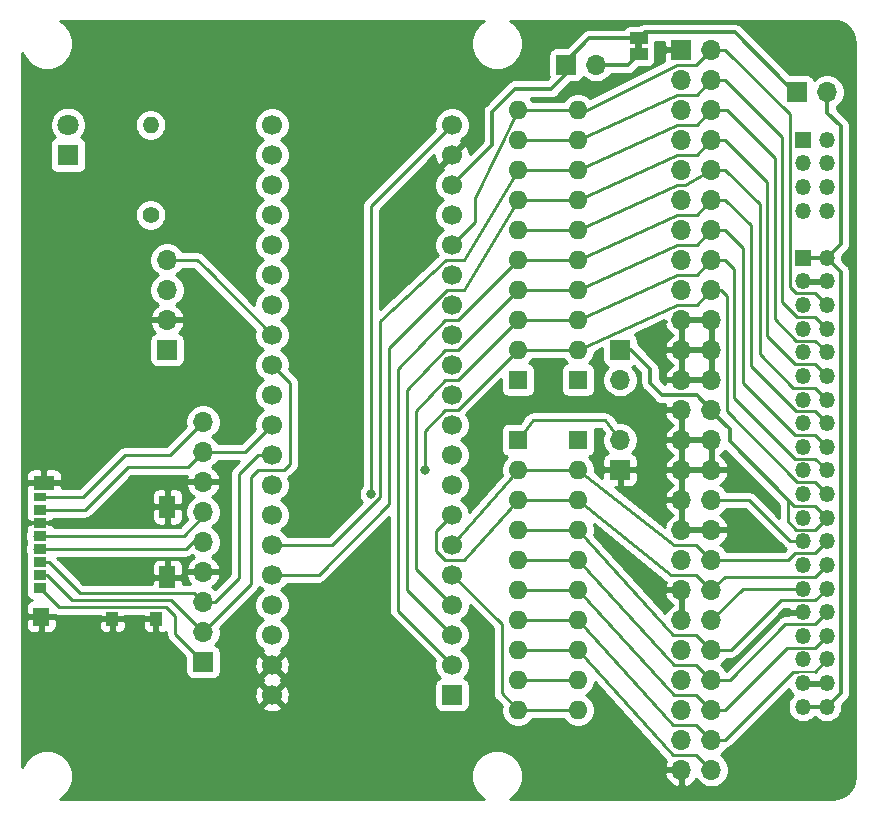
<source format=gbr>
%TF.GenerationSoftware,KiCad,Pcbnew,(5.1.8-0-10_14)*%
%TF.CreationDate,2021-04-04T23:03:52-06:00*%
%TF.ProjectId,bluescsi_powerbook,626c7565-7363-4736-995f-706f77657262,rev?*%
%TF.SameCoordinates,Original*%
%TF.FileFunction,Copper,L1,Top*%
%TF.FilePolarity,Positive*%
%FSLAX46Y46*%
G04 Gerber Fmt 4.6, Leading zero omitted, Abs format (unit mm)*
G04 Created by KiCad (PCBNEW (5.1.8-0-10_14)) date 2021-04-04 23:03:52*
%MOMM*%
%LPD*%
G01*
G04 APERTURE LIST*
%TA.AperFunction,EtchedComponent*%
%ADD10C,0.100000*%
%TD*%
%TA.AperFunction,ComponentPad*%
%ADD11O,1.400000X1.400000*%
%TD*%
%TA.AperFunction,ComponentPad*%
%ADD12C,1.400000*%
%TD*%
%TA.AperFunction,ComponentPad*%
%ADD13C,1.800000*%
%TD*%
%TA.AperFunction,ComponentPad*%
%ADD14R,1.800000X1.800000*%
%TD*%
%TA.AperFunction,ComponentPad*%
%ADD15O,1.700000X1.700000*%
%TD*%
%TA.AperFunction,ComponentPad*%
%ADD16R,1.700000X1.700000*%
%TD*%
%TA.AperFunction,SMDPad,CuDef*%
%ADD17R,1.500000X1.000000*%
%TD*%
%TA.AperFunction,ComponentPad*%
%ADD18O,1.600000X1.600000*%
%TD*%
%TA.AperFunction,ComponentPad*%
%ADD19R,1.600000X1.600000*%
%TD*%
%TA.AperFunction,SMDPad,CuDef*%
%ADD20R,1.350000X1.900000*%
%TD*%
%TA.AperFunction,SMDPad,CuDef*%
%ADD21R,1.000000X1.200000*%
%TD*%
%TA.AperFunction,SMDPad,CuDef*%
%ADD22R,1.350000X1.550000*%
%TD*%
%TA.AperFunction,SMDPad,CuDef*%
%ADD23R,1.800000X1.170000*%
%TD*%
%TA.AperFunction,SMDPad,CuDef*%
%ADD24R,1.100000X0.850000*%
%TD*%
%TA.AperFunction,SMDPad,CuDef*%
%ADD25R,1.100000X0.750000*%
%TD*%
%TA.AperFunction,ComponentPad*%
%ADD26O,1.350000X1.350000*%
%TD*%
%TA.AperFunction,ComponentPad*%
%ADD27R,1.350000X1.350000*%
%TD*%
%TA.AperFunction,ComponentPad*%
%ADD28C,1.700000*%
%TD*%
%TA.AperFunction,ViaPad*%
%ADD29C,0.800000*%
%TD*%
%TA.AperFunction,Conductor*%
%ADD30C,0.200000*%
%TD*%
%TA.AperFunction,Conductor*%
%ADD31C,0.225000*%
%TD*%
%TA.AperFunction,Conductor*%
%ADD32C,0.250000*%
%TD*%
%TA.AperFunction,Conductor*%
%ADD33C,0.350000*%
%TD*%
%TA.AperFunction,Conductor*%
%ADD34C,0.254000*%
%TD*%
%TA.AperFunction,Conductor*%
%ADD35C,0.100000*%
%TD*%
G04 APERTURE END LIST*
D10*
%TO.C,JP1*%
G36*
X147683500Y-71822500D02*
G01*
X147683500Y-72322500D01*
X147083500Y-72322500D01*
X147083500Y-71822500D01*
X147683500Y-71822500D01*
G37*
%TD*%
D11*
%TO.P,R1,2*%
%TO.N,Net-(D1-Pad2)*%
X106045000Y-78740000D03*
D12*
%TO.P,R1,1*%
%TO.N,+3V3*%
X106045000Y-86360000D03*
%TD*%
D13*
%TO.P,D1,2*%
%TO.N,Net-(D1-Pad2)*%
X99060000Y-78740000D03*
D14*
%TO.P,D1,1*%
%TO.N,Net-(D1-Pad1)*%
X99060000Y-81280000D03*
%TD*%
D15*
%TO.P,J10,2*%
%TO.N,/SCSI_+5*%
X163322000Y-75946000D03*
D16*
%TO.P,J10,1*%
%TO.N,+5V*%
X160782000Y-75946000D03*
%TD*%
D17*
%TO.P,JP1,2*%
%TO.N,/SCSI_TERMPWR*%
X147383500Y-72722500D03*
%TO.P,JP1,1*%
%TO.N,+5V*%
X147383500Y-71422500D03*
%TD*%
D18*
%TO.P,RN2,10*%
%TO.N,/SCSI_ATN*%
X137160000Y-128270000D03*
%TO.P,RN2,9*%
%TO.N,/SCSI_RST*%
X137160000Y-125730000D03*
%TO.P,RN2,8*%
%TO.N,/SCSI_I_O*%
X137160000Y-123190000D03*
%TO.P,RN2,7*%
%TO.N,/SCSI_REQ*%
X137160000Y-120650000D03*
%TO.P,RN2,6*%
%TO.N,/SCSI_C_D*%
X137160000Y-118110000D03*
%TO.P,RN2,5*%
%TO.N,/SCSI_SEL*%
X137160000Y-115570000D03*
%TO.P,RN2,4*%
%TO.N,/SCSI_MSG*%
X137160000Y-113030000D03*
%TO.P,RN2,3*%
%TO.N,/SCSI_ACK*%
X137160000Y-110490000D03*
%TO.P,RN2,2*%
%TO.N,/SCSI_BSY*%
X137160000Y-107950000D03*
D19*
%TO.P,RN2,1*%
%TO.N,/TERMGROUND_SWITCHED*%
X137160000Y-105410000D03*
%TD*%
D20*
%TO.P,J3,11*%
%TO.N,GND*%
X107483000Y-111078000D03*
X107483000Y-117048000D03*
D21*
%TO.P,J3,9*%
X102808000Y-120548000D03*
%TO.P,J3,10*%
X106508000Y-120548000D03*
D22*
%TO.P,J3,11*%
X96783000Y-120373000D03*
D23*
X97008000Y-109053000D03*
D24*
%TO.P,J3,7*%
%TO.N,/SD_MISO*%
X96658000Y-111313000D03*
%TO.P,J3,6*%
%TO.N,GND*%
X96658000Y-112413000D03*
%TO.P,J3,5*%
%TO.N,/SD_CSK*%
X96658000Y-113513000D03*
%TO.P,J3,4*%
%TO.N,+3V3*%
X96658000Y-114613000D03*
%TO.P,J3,3*%
%TO.N,/SD_MOSI*%
X96658000Y-115713000D03*
%TO.P,J3,2*%
%TO.N,/SD_CS*%
X96658000Y-116813000D03*
D25*
%TO.P,J3,8*%
%TO.N,/SD_DAT1*%
X96658000Y-110263000D03*
D24*
%TO.P,J3,1*%
%TO.N,/SD_DAT2*%
X96658000Y-117913000D03*
%TD*%
D15*
%TO.P,J9,2*%
%TO.N,/SCSI_TERMPWR*%
X143764000Y-73660000D03*
D16*
%TO.P,J9,1*%
%TO.N,+5V*%
X141224000Y-73660000D03*
%TD*%
D15*
%TO.P,J8,50*%
%TO.N,/SCSI_I_O*%
X153540000Y-133350000D03*
%TO.P,J8,49*%
%TO.N,GND*%
X151000000Y-133350000D03*
%TO.P,J8,48*%
%TO.N,/SCSI_REQ*%
X153540000Y-130810000D03*
%TO.P,J8,47*%
%TO.N,GND*%
X151000000Y-130810000D03*
%TO.P,J8,46*%
%TO.N,/SCSI_C_D*%
X153540000Y-128270000D03*
%TO.P,J8,45*%
%TO.N,GND*%
X151000000Y-128270000D03*
%TO.P,J8,44*%
%TO.N,/SCSI_SEL*%
X153540000Y-125730000D03*
%TO.P,J8,43*%
%TO.N,GND*%
X151000000Y-125730000D03*
%TO.P,J8,42*%
%TO.N,/SCSI_MSG*%
X153540000Y-123190000D03*
%TO.P,J8,41*%
%TO.N,GND*%
X151000000Y-123190000D03*
%TO.P,J8,40*%
%TO.N,/SCSI_RST*%
X153540000Y-120650000D03*
%TO.P,J8,39*%
%TO.N,GND*%
X151000000Y-120650000D03*
%TO.P,J8,38*%
%TO.N,/SCSI_ACK*%
X153540000Y-118110000D03*
%TO.P,J8,37*%
%TO.N,GND*%
X151000000Y-118110000D03*
%TO.P,J8,36*%
%TO.N,/SCSI_BSY*%
X153540000Y-115570000D03*
%TO.P,J8,35*%
%TO.N,GND*%
X151000000Y-115570000D03*
%TO.P,J8,34*%
X153540000Y-113030000D03*
%TO.P,J8,33*%
X151000000Y-113030000D03*
%TO.P,J8,32*%
%TO.N,/SCSI_ATN*%
X153540000Y-110490000D03*
%TO.P,J8,31*%
%TO.N,GND*%
X151000000Y-110490000D03*
%TO.P,J8,30*%
X153540000Y-107950000D03*
%TO.P,J8,29*%
X151000000Y-107950000D03*
%TO.P,J8,28*%
X153540000Y-105410000D03*
%TO.P,J8,27*%
X151000000Y-105410000D03*
%TO.P,J8,26*%
%TO.N,/SCSI_TERMPWR*%
X153540000Y-102870000D03*
%TO.P,J8,25*%
%TO.N,GND*%
X151000000Y-102870000D03*
%TO.P,J8,24*%
X153540000Y-100330000D03*
%TO.P,J8,23*%
X151000000Y-100330000D03*
%TO.P,J8,22*%
X153540000Y-97790000D03*
%TO.P,J8,21*%
X151000000Y-97790000D03*
%TO.P,J8,20*%
X153540000Y-95250000D03*
%TO.P,J8,19*%
X151000000Y-95250000D03*
%TO.P,J8,18*%
%TO.N,/SCSI_DBP*%
X153540000Y-92710000D03*
%TO.P,J8,17*%
%TO.N,GND*%
X151000000Y-92710000D03*
%TO.P,J8,16*%
%TO.N,/SCSI_DB7*%
X153540000Y-90170000D03*
%TO.P,J8,15*%
%TO.N,GND*%
X151000000Y-90170000D03*
%TO.P,J8,14*%
%TO.N,/SCSI_DB6*%
X153540000Y-87630000D03*
%TO.P,J8,13*%
%TO.N,GND*%
X151000000Y-87630000D03*
%TO.P,J8,12*%
%TO.N,/SCSI_DB5*%
X153540000Y-85090000D03*
%TO.P,J8,11*%
%TO.N,GND*%
X151000000Y-85090000D03*
%TO.P,J8,10*%
%TO.N,/SCSI_DB4*%
X153540000Y-82550000D03*
%TO.P,J8,9*%
%TO.N,GND*%
X151000000Y-82550000D03*
%TO.P,J8,8*%
%TO.N,/SCSI_DB3*%
X153540000Y-80010000D03*
%TO.P,J8,7*%
%TO.N,GND*%
X151000000Y-80010000D03*
%TO.P,J8,6*%
%TO.N,/SCSI_DB2*%
X153540000Y-77470000D03*
%TO.P,J8,5*%
%TO.N,GND*%
X151000000Y-77470000D03*
%TO.P,J8,4*%
%TO.N,/SCSI_DB1*%
X153540000Y-74930000D03*
%TO.P,J8,3*%
%TO.N,GND*%
X151000000Y-74930000D03*
%TO.P,J8,2*%
%TO.N,/SCSI_DB0*%
X153540000Y-72390000D03*
D16*
%TO.P,J8,1*%
%TO.N,GND*%
X151000000Y-72390000D03*
%TD*%
D26*
%TO.P,J2,8*%
%TO.N,/ACT_LED*%
X163290000Y-86000000D03*
%TO.P,J2,7*%
%TO.N,/ID4*%
X161290000Y-86000000D03*
%TO.P,J2,6*%
%TO.N,/ID2*%
X163290000Y-84000000D03*
%TO.P,J2,5*%
%TO.N,/ID1*%
X161290000Y-84000000D03*
%TO.P,J2,4*%
%TO.N,Net-(J2-Pad4)*%
X163290000Y-82000000D03*
%TO.P,J2,3*%
%TO.N,/INDEX*%
X161290000Y-82000000D03*
%TO.P,J2,2*%
%TO.N,/NO_SPIN_UP*%
X163290000Y-80000000D03*
D27*
%TO.P,J2,1*%
%TO.N,Net-(J2-Pad1)*%
X161290000Y-80000000D03*
%TD*%
D15*
%TO.P,J6,4*%
%TO.N,/DEBUG_RX*%
X107442000Y-90170000D03*
%TO.P,J6,3*%
%TO.N,/DEBUG_TX*%
X107442000Y-92710000D03*
%TO.P,J6,2*%
%TO.N,GND*%
X107442000Y-95250000D03*
D16*
%TO.P,J6,1*%
%TO.N,+3V3*%
X107442000Y-97790000D03*
%TD*%
D15*
%TO.P,J5,2*%
%TO.N,/TERMGROUND_SWITCHED*%
X145796000Y-105410000D03*
D16*
%TO.P,J5,1*%
%TO.N,GND*%
X145796000Y-107950000D03*
%TD*%
D15*
%TO.P,J4,2*%
%TO.N,/TERMPOWER_SWITCHED*%
X145796000Y-100330000D03*
D16*
%TO.P,J4,1*%
%TO.N,/SCSI_TERMPWR*%
X145796000Y-97790000D03*
%TD*%
D18*
%TO.P,RN4,10*%
%TO.N,/SCSI_ATN*%
X142240000Y-128270000D03*
%TO.P,RN4,9*%
%TO.N,/SCSI_RST*%
X142240000Y-125730000D03*
%TO.P,RN4,8*%
%TO.N,/SCSI_I_O*%
X142240000Y-123190000D03*
%TO.P,RN4,7*%
%TO.N,/SCSI_REQ*%
X142240000Y-120650000D03*
%TO.P,RN4,6*%
%TO.N,/SCSI_C_D*%
X142240000Y-118110000D03*
%TO.P,RN4,5*%
%TO.N,/SCSI_SEL*%
X142240000Y-115570000D03*
%TO.P,RN4,4*%
%TO.N,/SCSI_MSG*%
X142240000Y-113030000D03*
%TO.P,RN4,3*%
%TO.N,/SCSI_ACK*%
X142240000Y-110490000D03*
%TO.P,RN4,2*%
%TO.N,/SCSI_BSY*%
X142240000Y-107950000D03*
D19*
%TO.P,RN4,1*%
%TO.N,/TERMPOWER_SWITCHED*%
X142240000Y-105410000D03*
%TD*%
D18*
%TO.P,RN3,10*%
%TO.N,/SCSI_DB0*%
X142240000Y-77470000D03*
%TO.P,RN3,9*%
%TO.N,/SCSI_DB1*%
X142240000Y-80010000D03*
%TO.P,RN3,8*%
%TO.N,/SCSI_DB2*%
X142240000Y-82550000D03*
%TO.P,RN3,7*%
%TO.N,/SCSI_DB3*%
X142240000Y-85090000D03*
%TO.P,RN3,6*%
%TO.N,/SCSI_DB4*%
X142240000Y-87630000D03*
%TO.P,RN3,5*%
%TO.N,/SCSI_DB5*%
X142240000Y-90170000D03*
%TO.P,RN3,4*%
%TO.N,/SCSI_DB6*%
X142240000Y-92710000D03*
%TO.P,RN3,3*%
%TO.N,/SCSI_DB7*%
X142240000Y-95250000D03*
%TO.P,RN3,2*%
%TO.N,/SCSI_DBP*%
X142240000Y-97790000D03*
D19*
%TO.P,RN3,1*%
%TO.N,/TERMPOWER_SWITCHED*%
X142240000Y-100330000D03*
%TD*%
D18*
%TO.P,RN1,10*%
%TO.N,/SCSI_DB0*%
X137160000Y-77470000D03*
%TO.P,RN1,9*%
%TO.N,/SCSI_DB1*%
X137160000Y-80010000D03*
%TO.P,RN1,8*%
%TO.N,/SCSI_DB2*%
X137160000Y-82550000D03*
%TO.P,RN1,7*%
%TO.N,/SCSI_DB3*%
X137160000Y-85090000D03*
%TO.P,RN1,6*%
%TO.N,/SCSI_DB4*%
X137160000Y-87630000D03*
%TO.P,RN1,5*%
%TO.N,/SCSI_DB5*%
X137160000Y-90170000D03*
%TO.P,RN1,4*%
%TO.N,/SCSI_DB6*%
X137160000Y-92710000D03*
%TO.P,RN1,3*%
%TO.N,/SCSI_DB7*%
X137160000Y-95250000D03*
%TO.P,RN1,2*%
%TO.N,/SCSI_DBP*%
X137160000Y-97790000D03*
D19*
%TO.P,RN1,1*%
%TO.N,/TERMGROUND_SWITCHED*%
X137160000Y-100330000D03*
%TD*%
D15*
%TO.P,J7,9*%
%TO.N,/SD_DAT1*%
X110490000Y-103886000D03*
%TO.P,J7,8*%
%TO.N,/SD_MISO*%
X110490000Y-106426000D03*
%TO.P,J7,7*%
%TO.N,GND*%
X110490000Y-108966000D03*
%TO.P,J7,6*%
%TO.N,/SD_CSK*%
X110490000Y-111506000D03*
%TO.P,J7,5*%
%TO.N,+3V3*%
X110490000Y-114046000D03*
%TO.P,J7,4*%
%TO.N,GND*%
X110490000Y-116586000D03*
%TO.P,J7,3*%
%TO.N,/SD_MOSI*%
X110490000Y-119126000D03*
%TO.P,J7,2*%
%TO.N,/SD_CS*%
X110490000Y-121666000D03*
D16*
%TO.P,J7,1*%
%TO.N,/SD_DAT2*%
X110490000Y-124206000D03*
%TD*%
D26*
%TO.P,J1,40*%
%TO.N,/SCSI_+5*%
X163290000Y-128000000D03*
%TO.P,J1,39*%
X161290000Y-128000000D03*
%TO.P,J1,38*%
%TO.N,GND*%
X163290000Y-126000000D03*
%TO.P,J1,37*%
X161290000Y-126000000D03*
%TO.P,J1,36*%
%TO.N,/SCSI_REQ*%
X163290000Y-124000000D03*
%TO.P,J1,35*%
%TO.N,GND*%
X161290000Y-124000000D03*
%TO.P,J1,34*%
%TO.N,/SCSI_C_D*%
X163290000Y-122000000D03*
%TO.P,J1,33*%
%TO.N,/SCSI_I_O*%
X161290000Y-122000000D03*
%TO.P,J1,32*%
%TO.N,/SCSI_SEL*%
X163290000Y-120000000D03*
%TO.P,J1,31*%
%TO.N,GND*%
X161290000Y-120000000D03*
%TO.P,J1,30*%
%TO.N,/SCSI_MSG*%
X163290000Y-118000000D03*
%TO.P,J1,29*%
%TO.N,/SCSI_RST*%
X161290000Y-118000000D03*
%TO.P,J1,28*%
%TO.N,/SCSI_ACK*%
X163290000Y-116000000D03*
%TO.P,J1,27*%
%TO.N,GND*%
X161290000Y-116000000D03*
%TO.P,J1,26*%
%TO.N,/SCSI_BSY*%
X163290000Y-114000000D03*
%TO.P,J1,25*%
%TO.N,/SCSI_ATN*%
X161290000Y-114000000D03*
%TO.P,J1,24*%
%TO.N,/SCSI_TERMPWR*%
X163290000Y-112000000D03*
%TO.P,J1,23*%
%TO.N,GND*%
X161290000Y-112000000D03*
%TO.P,J1,22*%
%TO.N,/SCSI_DBP*%
X163290000Y-110000000D03*
%TO.P,J1,21*%
%TO.N,GND*%
X161290000Y-110000000D03*
%TO.P,J1,20*%
%TO.N,/SCSI_DB7*%
X163290000Y-108000000D03*
%TO.P,J1,19*%
%TO.N,GND*%
X161290000Y-108000000D03*
%TO.P,J1,18*%
%TO.N,/SCSI_DB6*%
X163290000Y-106000000D03*
%TO.P,J1,17*%
%TO.N,/KEY*%
X161290000Y-106000000D03*
%TO.P,J1,16*%
%TO.N,/SCSI_DB5*%
X163290000Y-104000000D03*
%TO.P,J1,15*%
%TO.N,GND*%
X161290000Y-104000000D03*
%TO.P,J1,14*%
%TO.N,/SCSI_DB4*%
X163290000Y-102000000D03*
%TO.P,J1,13*%
%TO.N,GND*%
X161290000Y-102000000D03*
%TO.P,J1,12*%
%TO.N,/SCSI_DB3*%
X163290000Y-100000000D03*
%TO.P,J1,11*%
%TO.N,GND*%
X161290000Y-100000000D03*
%TO.P,J1,10*%
%TO.N,/SCSI_DB2*%
X163290000Y-98000000D03*
%TO.P,J1,9*%
%TO.N,GND*%
X161290000Y-98000000D03*
%TO.P,J1,8*%
%TO.N,/SCSI_DB1*%
X163290000Y-96000000D03*
%TO.P,J1,7*%
%TO.N,GND*%
X161290000Y-96000000D03*
%TO.P,J1,6*%
%TO.N,/SCSI_DB0*%
X163290000Y-94000000D03*
%TO.P,J1,5*%
%TO.N,GND*%
X161290000Y-94000000D03*
%TO.P,J1,4*%
X163290000Y-92000000D03*
%TO.P,J1,3*%
X161290000Y-92000000D03*
%TO.P,J1,2*%
%TO.N,/SCSI_+5*%
X163290000Y-90000000D03*
D27*
%TO.P,J1,1*%
X161290000Y-90000000D03*
%TD*%
D28*
%TO.P,U1,40*%
%TO.N,GND*%
X116332000Y-127000000D03*
D16*
%TO.P,U1,1*%
%TO.N,/SCSI_DB4*%
X131572000Y-127000000D03*
D28*
%TO.P,U1,39*%
%TO.N,GND*%
X116332000Y-124460000D03*
%TO.P,U1,2*%
%TO.N,/SCSI_DB5*%
X131572000Y-124460000D03*
%TO.P,U1,38*%
%TO.N,+3V3*%
X116332000Y-121920000D03*
%TO.P,U1,3*%
%TO.N,/SCSI_DB6*%
X131572000Y-121920000D03*
%TO.P,U1,37*%
%TO.N,Net-(U1-Pad37)*%
X116332000Y-119380000D03*
%TO.P,U1,4*%
%TO.N,/SCSI_DB7*%
X131572000Y-119380000D03*
%TO.P,U1,36*%
%TO.N,/SCSI_DB3*%
X116332000Y-116840000D03*
%TO.P,U1,5*%
%TO.N,/SCSI_ATN*%
X131572000Y-116840000D03*
%TO.P,U1,35*%
%TO.N,/SCSI_DB2*%
X116332000Y-114300000D03*
%TO.P,U1,6*%
%TO.N,/SCSI_BSY*%
X131572000Y-114300000D03*
%TO.P,U1,34*%
%TO.N,Net-(U1-Pad34)*%
X116332000Y-111760000D03*
%TO.P,U1,7*%
%TO.N,/SCSI_ACK*%
X131572000Y-111760000D03*
%TO.P,U1,33*%
%TO.N,/SCSI_DBP*%
X116332000Y-109220000D03*
%TO.P,U1,8*%
%TO.N,Net-(U1-Pad8)*%
X131572000Y-109220000D03*
%TO.P,U1,32*%
%TO.N,/SD_MOSI*%
X116332000Y-106680000D03*
%TO.P,U1,9*%
%TO.N,Net-(U1-Pad9)*%
X131572000Y-106680000D03*
%TO.P,U1,31*%
%TO.N,/SD_MISO*%
X116332000Y-104140000D03*
%TO.P,U1,10*%
%TO.N,/SCSI_RST*%
X131572000Y-104140000D03*
%TO.P,U1,30*%
%TO.N,/SD_CSK*%
X116332000Y-101600000D03*
%TO.P,U1,11*%
%TO.N,/SCSI_MSG*%
X131572000Y-101600000D03*
%TO.P,U1,29*%
%TO.N,/SD_CS*%
X116332000Y-99060000D03*
%TO.P,U1,12*%
%TO.N,/SCSI_SEL*%
X131572000Y-99060000D03*
%TO.P,U1,28*%
%TO.N,/DEBUG_RX*%
X116332000Y-96520000D03*
%TO.P,U1,13*%
%TO.N,/SCSI_C_D*%
X131572000Y-96520000D03*
%TO.P,U1,27*%
%TO.N,/DEBUG_TX*%
X116332000Y-93980000D03*
%TO.P,U1,14*%
%TO.N,/SCSI_REQ*%
X131572000Y-93980000D03*
%TO.P,U1,26*%
%TO.N,Net-(U1-Pad26)*%
X116332000Y-91440000D03*
%TO.P,U1,15*%
%TO.N,/SCSI_I_O*%
X131572000Y-91440000D03*
%TO.P,U1,25*%
%TO.N,Net-(U1-Pad25)*%
X116332000Y-88900000D03*
%TO.P,U1,16*%
%TO.N,/SCSI_DB0*%
X131572000Y-88900000D03*
%TO.P,U1,24*%
%TO.N,Net-(U1-Pad24)*%
X116332000Y-86360000D03*
%TO.P,U1,17*%
%TO.N,/SCSI_DB1*%
X131572000Y-86360000D03*
%TO.P,U1,23*%
%TO.N,Net-(U1-Pad23)*%
X116332000Y-83820000D03*
%TO.P,U1,18*%
%TO.N,+5V*%
X131572000Y-83820000D03*
%TO.P,U1,22*%
%TO.N,Net-(D1-Pad1)*%
X116332000Y-81280000D03*
%TO.P,U1,19*%
%TO.N,GND*%
X131572000Y-81280000D03*
%TO.P,U1,21*%
%TO.N,Net-(U1-Pad21)*%
X116332000Y-78740000D03*
%TO.P,U1,20*%
%TO.N,+3V3*%
X131572000Y-78740000D03*
%TD*%
D29*
%TO.N,/SCSI_DBP*%
X129286000Y-107950000D03*
%TO.N,+3V3*%
X124714000Y-109982000D03*
%TD*%
D30*
%TO.N,/SCSI_REQ*%
X160871997Y-125024999D02*
X162265001Y-125024999D01*
D31*
X162265001Y-125024999D02*
X163290000Y-124000000D01*
X137160000Y-120650000D02*
X142113000Y-120650000D01*
X152270000Y-129540000D02*
X153540000Y-130810000D01*
X150241000Y-129540000D02*
X152270000Y-129540000D01*
X142240000Y-120650000D02*
X150241000Y-129540000D01*
X160471001Y-125024999D02*
X160871997Y-125024999D01*
X154686000Y-130810000D02*
X160471001Y-125024999D01*
X153540000Y-130810000D02*
X154686000Y-130810000D01*
%TO.N,/SCSI_C_D*%
X137160000Y-118110000D02*
X142240000Y-118110000D01*
X152270000Y-127000000D02*
X153540000Y-128270000D01*
X150368000Y-127000000D02*
X152270000Y-127000000D01*
X142240000Y-118110000D02*
X150368000Y-127000000D01*
X162290500Y-122999500D02*
X163290000Y-122000000D01*
X159956500Y-122999500D02*
X162290500Y-122999500D01*
X154686000Y-128270000D02*
X159956500Y-122999500D01*
X153540000Y-128270000D02*
X154686000Y-128270000D01*
%TO.N,/SCSI_I_O*%
X137160000Y-123190000D02*
X142240000Y-123190000D01*
X152270000Y-132080000D02*
X153540000Y-133350000D01*
X150241000Y-132080000D02*
X152270000Y-132080000D01*
X142240000Y-123190000D02*
X150241000Y-132080000D01*
%TO.N,/SCSI_SEL*%
X137160000Y-115570000D02*
X141986000Y-115570000D01*
X150368000Y-124460000D02*
X152270000Y-124460000D01*
X152270000Y-124460000D02*
X153540000Y-125730000D01*
X142240000Y-115570000D02*
X150368000Y-124460000D01*
X162284400Y-121005600D02*
X163290000Y-120000000D01*
X159791400Y-121005600D02*
X162284400Y-121005600D01*
X155067000Y-125730000D02*
X159791400Y-121005600D01*
X153540000Y-125730000D02*
X155067000Y-125730000D01*
%TO.N,/SCSI_MSG*%
X137160000Y-113030000D02*
X142240000Y-113030000D01*
X152270000Y-121920000D02*
X153540000Y-123190000D01*
X150241000Y-121920000D02*
X152270000Y-121920000D01*
X142240000Y-113030000D02*
X150241000Y-121920000D01*
X159385000Y-118999000D02*
X162291000Y-118999000D01*
X155194000Y-123190000D02*
X159385000Y-118999000D01*
X162291000Y-118999000D02*
X163290000Y-118000000D01*
X153540000Y-123190000D02*
X155194000Y-123190000D01*
%TO.N,/SCSI_RST*%
X137160000Y-125730000D02*
X142240000Y-125730000D01*
X156190000Y-118000000D02*
X153540000Y-120650000D01*
X161290000Y-118000000D02*
X156190000Y-118000000D01*
%TO.N,/SCSI_ACK*%
X137160000Y-110490000D02*
X142240000Y-110490000D01*
X152270000Y-116840000D02*
X153540000Y-118110000D01*
X150114000Y-116840000D02*
X152270000Y-116840000D01*
X142240000Y-110490000D02*
X150114000Y-116840000D01*
X130937000Y-115570000D02*
X132588000Y-115570000D01*
X130175000Y-113157000D02*
X130175000Y-114808000D01*
X130175000Y-114808000D02*
X130937000Y-115570000D01*
X131572000Y-111760000D02*
X130175000Y-113157000D01*
X153540000Y-118110000D02*
X154657600Y-116992400D01*
X154657600Y-116992400D02*
X162297600Y-116992400D01*
X162297600Y-116992400D02*
X163290000Y-116000000D01*
X132588000Y-115570000D02*
X137160000Y-110490000D01*
%TO.N,/SCSI_BSY*%
X137160000Y-107950000D02*
X142240000Y-107950000D01*
X152270000Y-114300000D02*
X153540000Y-115570000D01*
X150368000Y-114300000D02*
X152270000Y-114300000D01*
X142240000Y-107950000D02*
X150368000Y-114300000D01*
X162278800Y-115011200D02*
X163290000Y-114000000D01*
X160020000Y-115570000D02*
X160578800Y-115011200D01*
X160578800Y-115011200D02*
X162278800Y-115011200D01*
X153540000Y-115570000D02*
X160020000Y-115570000D01*
X131572000Y-114300000D02*
X137160000Y-107950000D01*
%TO.N,/SCSI_ATN*%
X137160000Y-128270000D02*
X142240000Y-128270000D01*
X136652000Y-128270000D02*
X137160000Y-128270000D01*
X160228000Y-114000000D02*
X161290000Y-114000000D01*
X156718000Y-110490000D02*
X160228000Y-114000000D01*
X153540000Y-110490000D02*
X156718000Y-110490000D01*
X135763000Y-126873000D02*
X137160000Y-128270000D01*
X135763000Y-121031000D02*
X135763000Y-126873000D01*
X131572000Y-116840000D02*
X135763000Y-121031000D01*
D32*
%TO.N,/SCSI_TERMPWR*%
X163054000Y-112000000D02*
X163290000Y-112000000D01*
D31*
X162288000Y-110998000D02*
X163290000Y-112000000D01*
X160528000Y-110998000D02*
X162288000Y-110998000D01*
D33*
X155067000Y-104521000D02*
X155067000Y-105537000D01*
X153540000Y-102994000D02*
X155067000Y-104521000D01*
D32*
X153540000Y-102870000D02*
X153540000Y-102994000D01*
D33*
X146446000Y-73660000D02*
X147383500Y-72722500D01*
X143764000Y-73660000D02*
X146446000Y-73660000D01*
D32*
X146685000Y-97790000D02*
X145796000Y-97790000D01*
D33*
X152273000Y-101600000D02*
X149355000Y-101600000D01*
D32*
X160020000Y-110490000D02*
X160528000Y-110998000D01*
D33*
X155067000Y-105537000D02*
X160020000Y-110490000D01*
D32*
X160037501Y-112313999D02*
X160037501Y-110507501D01*
X160736001Y-113012499D02*
X160037501Y-112313999D01*
X160037501Y-110507501D02*
X160020000Y-110490000D01*
X160764499Y-113012499D02*
X160736001Y-113012499D01*
D31*
X162277501Y-113012499D02*
X160736001Y-113012499D01*
X163290000Y-112000000D02*
X162277501Y-113012499D01*
D33*
X153540000Y-102870000D02*
X152273000Y-101600000D01*
X148336000Y-99441000D02*
X146685000Y-97790000D01*
X148336000Y-100581000D02*
X148336000Y-99441000D01*
X149355000Y-101600000D02*
X148336000Y-100581000D01*
D31*
%TO.N,/SCSI_DBP*%
X137160000Y-97790000D02*
X142240000Y-97790000D01*
X129286000Y-104648000D02*
X129286000Y-107950000D01*
X130937000Y-102870000D02*
X129286000Y-104648000D01*
X132080000Y-102870000D02*
X130937000Y-102870000D01*
X137160000Y-97790000D02*
X132080000Y-102870000D01*
X160794700Y-108991400D02*
X162281400Y-108991400D01*
X162281400Y-108991400D02*
X163290000Y-110000000D01*
X154813000Y-103009700D02*
X160794700Y-108991400D01*
X154813000Y-93218000D02*
X154813000Y-103009700D01*
X154305000Y-92710000D02*
X154813000Y-93218000D01*
X153540000Y-92710000D02*
X154305000Y-92710000D01*
X153540000Y-92713000D02*
X153540000Y-92710000D01*
X150622000Y-93980000D02*
X152273000Y-93980000D01*
X152273000Y-93980000D02*
X153540000Y-92713000D01*
X142240000Y-97790000D02*
X150622000Y-93980000D01*
%TO.N,/SCSI_DB7*%
X142240000Y-95250000D02*
X137160000Y-95250000D01*
X130937000Y-100330000D02*
X132080000Y-100330000D01*
X128524000Y-102945998D02*
X130937000Y-100330000D01*
X128524000Y-116332000D02*
X128524000Y-102945998D01*
X131572000Y-119380000D02*
X128524000Y-116332000D01*
X162300200Y-107010200D02*
X163290000Y-108000000D01*
X160603699Y-107010200D02*
X162300200Y-107010200D01*
X153540000Y-90170000D02*
X154686000Y-90170000D01*
X155448000Y-101854501D02*
X160603699Y-107010200D01*
X155448000Y-90932000D02*
X155448000Y-101854501D01*
X154686000Y-90170000D02*
X155448000Y-90932000D01*
X132080000Y-100330000D02*
X137160000Y-95250000D01*
X153540000Y-90173000D02*
X153540000Y-90170000D01*
X152273000Y-91440000D02*
X153540000Y-90173000D01*
X150622000Y-91440000D02*
X152273000Y-91440000D01*
X142240000Y-95250000D02*
X150622000Y-91440000D01*
%TO.N,/SCSI_DB6*%
X137160000Y-92710000D02*
X142240000Y-92710000D01*
X162293600Y-105003600D02*
X163290000Y-106000000D01*
X160613099Y-105003600D02*
X162293600Y-105003600D01*
X156210000Y-100600501D02*
X160613099Y-105003600D01*
X156210000Y-89154000D02*
X156210000Y-100600501D01*
X154686000Y-87630000D02*
X156210000Y-89154000D01*
X153540000Y-87630000D02*
X154686000Y-87630000D01*
X152273000Y-88900000D02*
X153540000Y-87633000D01*
X150622000Y-88900000D02*
X152273000Y-88900000D01*
X153540000Y-87633000D02*
X153540000Y-87630000D01*
X142240000Y-92710000D02*
X150622000Y-88900000D01*
X132080000Y-97790000D02*
X137160000Y-92710000D01*
X130937000Y-97790000D02*
X132080000Y-97790000D01*
X127762000Y-118110000D02*
X127762000Y-101167998D01*
X127762000Y-101167998D02*
X130937000Y-97790000D01*
X131572000Y-121920000D02*
X127762000Y-118110000D01*
%TO.N,/SCSI_DB5*%
X137160000Y-90170000D02*
X142240000Y-90170000D01*
X127000000Y-99389998D02*
X127000000Y-119888000D01*
X127000000Y-119888000D02*
X131572000Y-124460000D01*
X130937000Y-95250000D02*
X127000000Y-99389998D01*
X132080000Y-95250000D02*
X130937000Y-95250000D01*
X154686000Y-85090000D02*
X153540000Y-85090000D01*
X163290000Y-104000000D02*
X162287000Y-102997000D01*
X156845000Y-99187000D02*
X156845000Y-87249000D01*
X160655000Y-102997000D02*
X156845000Y-99187000D01*
X156845000Y-87249000D02*
X154686000Y-85090000D01*
X162287000Y-102997000D02*
X160655000Y-102997000D01*
X137160000Y-90170000D02*
X132080000Y-95250000D01*
X150622000Y-86360000D02*
X142240000Y-90170000D01*
X152273000Y-86360000D02*
X150622000Y-86360000D01*
X153540000Y-85093000D02*
X152273000Y-86360000D01*
X153540000Y-85090000D02*
X153540000Y-85093000D01*
%TO.N,/SCSI_DB4*%
X137160000Y-87630000D02*
X142240000Y-87630000D01*
X150622000Y-83820000D02*
X151257000Y-83820000D01*
X151257000Y-83820000D02*
X153540000Y-82550000D01*
X142240000Y-87630000D02*
X150622000Y-83820000D01*
X162280400Y-100990400D02*
X163290000Y-102000000D01*
X153540000Y-82550000D02*
X154686000Y-82550000D01*
X157607000Y-85471000D02*
X157607000Y-98183700D01*
X157607000Y-98183700D02*
X160413700Y-100990400D01*
X154686000Y-82550000D02*
X157607000Y-85471000D01*
X160413700Y-100990400D02*
X162280400Y-100990400D01*
%TO.N,/SCSI_DB3*%
X162314999Y-99024999D02*
X163290000Y-100000000D01*
X142240000Y-85090000D02*
X137160000Y-85090000D01*
X154686000Y-80010000D02*
X153540000Y-80010000D01*
X158242000Y-83566000D02*
X154686000Y-80010000D01*
X158242000Y-96605199D02*
X158242000Y-83566000D01*
X160646001Y-99009200D02*
X158242000Y-96605199D01*
X162306000Y-99009200D02*
X160646001Y-99009200D01*
X137160000Y-85090000D02*
X132588000Y-92710000D01*
X120269000Y-116840000D02*
X116332000Y-116840000D01*
X126238000Y-110871000D02*
X120269000Y-116840000D01*
X126238000Y-97611998D02*
X126238000Y-110871000D01*
X131139998Y-92710000D02*
X126238000Y-97611998D01*
X132588000Y-92710000D02*
X131139998Y-92710000D01*
X152273000Y-81280000D02*
X150622000Y-81280000D01*
X150622000Y-81280000D02*
X142240000Y-85090000D01*
X153540000Y-80013000D02*
X152273000Y-81280000D01*
X153540000Y-80010000D02*
X153540000Y-80013000D01*
%TO.N,/SCSI_DB2*%
X137160000Y-82550000D02*
X142240000Y-82550000D01*
X162292600Y-97002600D02*
X163290000Y-98000000D01*
X158877000Y-81534000D02*
X158877000Y-95186500D01*
X160693100Y-97002600D02*
X162292600Y-97002600D01*
X158877000Y-95186500D02*
X160693100Y-97002600D01*
X154813000Y-77470000D02*
X158877000Y-81534000D01*
X153540000Y-77470000D02*
X154813000Y-77470000D01*
X132588000Y-90170000D02*
X137160000Y-82550000D01*
X131064000Y-90170000D02*
X132588000Y-90170000D01*
X125476000Y-95360000D02*
X131064000Y-90170000D01*
X125476000Y-110236000D02*
X125476000Y-95360000D01*
X121412000Y-114300000D02*
X125476000Y-110236000D01*
X116332000Y-114300000D02*
X121412000Y-114300000D01*
X153540000Y-77473000D02*
X153540000Y-77470000D01*
X152273000Y-78740000D02*
X153540000Y-77473000D01*
X150622000Y-78740000D02*
X152273000Y-78740000D01*
X142240000Y-82550000D02*
X150622000Y-78740000D01*
%TO.N,/SCSI_DB1*%
X137160000Y-80010000D02*
X142240000Y-80010000D01*
X159512000Y-79756000D02*
X154686000Y-74930000D01*
X154686000Y-74930000D02*
X153540000Y-74930000D01*
X163290000Y-96000000D02*
X162286000Y-94996000D01*
X159512000Y-93726000D02*
X159512000Y-79756000D01*
X160782000Y-94996000D02*
X159512000Y-93726000D01*
X162286000Y-94996000D02*
X160782000Y-94996000D01*
X150622000Y-76200000D02*
X142240000Y-80010000D01*
X152273000Y-76200000D02*
X150622000Y-76200000D01*
X153540000Y-74933000D02*
X152273000Y-76200000D01*
X153540000Y-74930000D02*
X153540000Y-74933000D01*
%TO.N,/SCSI_DB0*%
X137160000Y-77470000D02*
X142240000Y-77470000D01*
X152270000Y-73660000D02*
X153540000Y-72390000D01*
X150622000Y-73660000D02*
X152270000Y-73660000D01*
X143002000Y-77470000D02*
X150622000Y-73660000D01*
X142240000Y-77470000D02*
X143002000Y-77470000D01*
X153540000Y-72390000D02*
X154686000Y-72390000D01*
X160655000Y-92989400D02*
X162279400Y-92989400D01*
X162279400Y-92989400D02*
X163290000Y-94000000D01*
X160147000Y-77851000D02*
X160147000Y-92456000D01*
X154686000Y-72390000D02*
X160147000Y-77851000D01*
X160147000Y-92456000D02*
X160655000Y-92989400D01*
X137160000Y-77470000D02*
X133477000Y-84963000D01*
X133477000Y-86995000D02*
X133477000Y-84963000D01*
X131572000Y-88900000D02*
X133477000Y-86995000D01*
D32*
%TO.N,/SD_MISO*%
X114046000Y-106426000D02*
X116332000Y-104140000D01*
X110490000Y-106426000D02*
X114046000Y-106426000D01*
X110417000Y-106499000D02*
X110490000Y-106426000D01*
X110490000Y-106468795D02*
X110490000Y-106426000D01*
X104111499Y-107696000D02*
X109220000Y-107696000D01*
X100494499Y-111313000D02*
X104111499Y-107696000D01*
X109220000Y-107696000D02*
X110490000Y-106426000D01*
X96658000Y-111313000D02*
X100494499Y-111313000D01*
%TO.N,/SD_CSK*%
X110413000Y-111429000D02*
X110490000Y-111506000D01*
X110413000Y-111964000D02*
X110413000Y-111429000D01*
X108864000Y-113513000D02*
X110413000Y-111964000D01*
X96150000Y-113513000D02*
X108864000Y-113513000D01*
%TO.N,+3V3*%
X109601000Y-114046000D02*
X110490000Y-114046000D01*
X109034000Y-114613000D02*
X109601000Y-114046000D01*
X124714000Y-85598000D02*
X124714000Y-109982000D01*
X131572000Y-78740000D02*
X124714000Y-85598000D01*
X96150000Y-114613000D02*
X109034000Y-114613000D01*
%TO.N,/SD_MOSI*%
X115129919Y-106680000D02*
X116332000Y-106680000D01*
X113538000Y-108271919D02*
X115129919Y-106680000D01*
X113538000Y-117094000D02*
X113538000Y-108271919D01*
X111506000Y-119126000D02*
X113538000Y-117094000D01*
X110490000Y-119126000D02*
X111506000Y-119126000D01*
X109702600Y-118338600D02*
X110490000Y-119126000D01*
X100050600Y-118338600D02*
X109702600Y-118338600D01*
X97425000Y-115713000D02*
X100050600Y-118338600D01*
X96536000Y-115713000D02*
X97425000Y-115713000D01*
%TO.N,/SD_CS*%
X115126002Y-107950000D02*
X117348000Y-107950000D01*
X114554000Y-108522002D02*
X115126002Y-107950000D01*
X114554000Y-117602000D02*
X114554000Y-108522002D01*
X117856000Y-100584000D02*
X116332000Y-99060000D01*
X117856000Y-107442000D02*
X117856000Y-100584000D01*
X110490000Y-121666000D02*
X114554000Y-117602000D01*
X117348000Y-107950000D02*
X117856000Y-107442000D01*
X110253000Y-121429000D02*
X110490000Y-121666000D01*
X107797600Y-118973600D02*
X110490000Y-121666000D01*
X97255000Y-116813000D02*
X99415600Y-118973600D01*
X99415600Y-118973600D02*
X107797600Y-118973600D01*
X96493000Y-116813000D02*
X97255000Y-116813000D01*
%TO.N,/TERMGROUND_SWITCHED*%
X138430000Y-103759000D02*
X144526000Y-103759000D01*
X144526000Y-103759000D02*
X145796000Y-105410000D01*
X137160000Y-105410000D02*
X138430000Y-103759000D01*
%TO.N,/TERMPOWER_SWITCHED*%
X142748000Y-105410000D02*
X142240000Y-105410000D01*
%TO.N,/DEBUG_RX*%
X110871000Y-91059000D02*
X116332000Y-96520000D01*
X109982000Y-90170000D02*
X110871000Y-91059000D01*
X107442000Y-90170000D02*
X109982000Y-90170000D01*
D33*
%TO.N,+5V*%
X147889200Y-70916800D02*
X147383500Y-71422500D01*
X155498800Y-70916800D02*
X147889200Y-70916800D01*
X160020000Y-75438000D02*
X155498800Y-70916800D01*
X160782000Y-75438000D02*
X160020000Y-75438000D01*
X134978588Y-80413412D02*
X131572000Y-83820000D01*
X136913470Y-75692000D02*
X134978588Y-77626882D01*
X139954000Y-75692000D02*
X136913470Y-75692000D01*
X134978588Y-77626882D02*
X134978588Y-80413412D01*
X141224000Y-74422000D02*
X139954000Y-75692000D01*
X141224000Y-73406000D02*
X141224000Y-74422000D01*
X143207500Y-71422500D02*
X141224000Y-73406000D01*
X147383500Y-71422500D02*
X143207500Y-71422500D01*
%TO.N,/SCSI_+5*%
X161290000Y-90000000D02*
X163290000Y-90000000D01*
X164465000Y-91175000D02*
X164465000Y-126825000D01*
X164465000Y-126825000D02*
X163290000Y-128000000D01*
X163290000Y-90000000D02*
X164465000Y-91175000D01*
X161290000Y-128000000D02*
X163290000Y-128000000D01*
X164465000Y-88825000D02*
X163290000Y-90000000D01*
X164465000Y-78867000D02*
X164465000Y-88825000D01*
X163322000Y-77724000D02*
X164465000Y-78867000D01*
X163322000Y-75946000D02*
X163322000Y-77724000D01*
D32*
%TO.N,/SD_DAT1*%
X107696000Y-106680000D02*
X110490000Y-103886000D01*
X103886000Y-106680000D02*
X107696000Y-106680000D01*
X100303000Y-110263000D02*
X103886000Y-106680000D01*
X96658000Y-110263000D02*
X100303000Y-110263000D01*
%TO.N,/SD_DAT2*%
X110490000Y-124206000D02*
X108153200Y-121869200D01*
X107391200Y-119583200D02*
X98328200Y-119583200D01*
X108153200Y-120345200D02*
X107391200Y-119583200D01*
X98328200Y-119583200D02*
X96658000Y-117913000D01*
X108153200Y-121869200D02*
X108153200Y-120345200D01*
%TD*%
D34*
%TO.N,GND*%
X133967303Y-70145187D02*
X133658187Y-70454303D01*
X133415316Y-70817785D01*
X133248023Y-71221665D01*
X133162738Y-71650422D01*
X133162738Y-72087578D01*
X133248023Y-72516335D01*
X133415316Y-72920215D01*
X133658187Y-73283697D01*
X133967303Y-73592813D01*
X134330785Y-73835684D01*
X134734665Y-74002977D01*
X135163422Y-74088262D01*
X135600578Y-74088262D01*
X136029335Y-74002977D01*
X136433215Y-73835684D01*
X136796697Y-73592813D01*
X137105813Y-73283697D01*
X137348684Y-72920215D01*
X137515977Y-72516335D01*
X137601262Y-72087578D01*
X137601262Y-71650422D01*
X137515977Y-71221665D01*
X137348684Y-70817785D01*
X137105813Y-70454303D01*
X136796697Y-70145187D01*
X136467164Y-69925000D01*
X163795280Y-69925000D01*
X164184785Y-69963191D01*
X164526060Y-70066228D01*
X164840822Y-70233590D01*
X165117083Y-70458903D01*
X165344317Y-70733582D01*
X165513870Y-71047164D01*
X165619286Y-71387708D01*
X165660001Y-71775082D01*
X165660000Y-133950280D01*
X165621809Y-134339784D01*
X165518771Y-134681063D01*
X165351409Y-134995825D01*
X165126097Y-135272083D01*
X164851418Y-135499317D01*
X164537838Y-135668869D01*
X164197288Y-135774287D01*
X163809928Y-135815000D01*
X136467164Y-135815000D01*
X136796697Y-135594813D01*
X137105813Y-135285697D01*
X137348684Y-134922215D01*
X137515977Y-134518335D01*
X137601262Y-134089578D01*
X137601262Y-133706890D01*
X149558524Y-133706890D01*
X149603175Y-133854099D01*
X149728359Y-134116920D01*
X149902412Y-134350269D01*
X150118645Y-134545178D01*
X150368748Y-134694157D01*
X150643109Y-134791481D01*
X150873000Y-134670814D01*
X150873000Y-133477000D01*
X149679845Y-133477000D01*
X149558524Y-133706890D01*
X137601262Y-133706890D01*
X137601262Y-133652422D01*
X137515977Y-133223665D01*
X137348684Y-132819785D01*
X137105813Y-132456303D01*
X136796697Y-132147187D01*
X136433215Y-131904316D01*
X136029335Y-131737023D01*
X135600578Y-131651738D01*
X135163422Y-131651738D01*
X134734665Y-131737023D01*
X134330785Y-131904316D01*
X133967303Y-132147187D01*
X133658187Y-132456303D01*
X133415316Y-132819785D01*
X133248023Y-133223665D01*
X133162738Y-133652422D01*
X133162738Y-134089578D01*
X133248023Y-134518335D01*
X133415316Y-134922215D01*
X133658187Y-135285697D01*
X133967303Y-135594813D01*
X134296836Y-135815000D01*
X98367164Y-135815000D01*
X98696697Y-135594813D01*
X99005813Y-135285697D01*
X99248684Y-134922215D01*
X99415977Y-134518335D01*
X99501262Y-134089578D01*
X99501262Y-133652422D01*
X99415977Y-133223665D01*
X99248684Y-132819785D01*
X99005813Y-132456303D01*
X98696697Y-132147187D01*
X98333215Y-131904316D01*
X97929335Y-131737023D01*
X97500578Y-131651738D01*
X97063422Y-131651738D01*
X96634665Y-131737023D01*
X96230785Y-131904316D01*
X95867303Y-132147187D01*
X95558187Y-132456303D01*
X95315316Y-132819785D01*
X95198000Y-133103010D01*
X95198000Y-128028397D01*
X115483208Y-128028397D01*
X115560843Y-128277472D01*
X115824883Y-128403371D01*
X116108411Y-128475339D01*
X116400531Y-128490611D01*
X116690019Y-128448599D01*
X116965747Y-128350919D01*
X117103157Y-128277472D01*
X117180792Y-128028397D01*
X116332000Y-127179605D01*
X115483208Y-128028397D01*
X95198000Y-128028397D01*
X95198000Y-127068531D01*
X114841389Y-127068531D01*
X114883401Y-127358019D01*
X114981081Y-127633747D01*
X115054528Y-127771157D01*
X115303603Y-127848792D01*
X116152395Y-127000000D01*
X116511605Y-127000000D01*
X117360397Y-127848792D01*
X117609472Y-127771157D01*
X117735371Y-127507117D01*
X117807339Y-127223589D01*
X117822611Y-126931469D01*
X117780599Y-126641981D01*
X117682919Y-126366253D01*
X117609472Y-126228843D01*
X117360397Y-126151208D01*
X116511605Y-127000000D01*
X116152395Y-127000000D01*
X115303603Y-126151208D01*
X115054528Y-126228843D01*
X114928629Y-126492883D01*
X114856661Y-126776411D01*
X114841389Y-127068531D01*
X95198000Y-127068531D01*
X95198000Y-121148000D01*
X95469928Y-121148000D01*
X95482188Y-121272482D01*
X95518498Y-121392180D01*
X95577463Y-121502494D01*
X95656815Y-121599185D01*
X95753506Y-121678537D01*
X95863820Y-121737502D01*
X95983518Y-121773812D01*
X96108000Y-121786072D01*
X96497250Y-121783000D01*
X96656000Y-121624250D01*
X96656000Y-120500000D01*
X96910000Y-120500000D01*
X96910000Y-121624250D01*
X97068750Y-121783000D01*
X97458000Y-121786072D01*
X97582482Y-121773812D01*
X97702180Y-121737502D01*
X97812494Y-121678537D01*
X97909185Y-121599185D01*
X97988537Y-121502494D01*
X98047502Y-121392180D01*
X98083812Y-121272482D01*
X98096072Y-121148000D01*
X101669928Y-121148000D01*
X101682188Y-121272482D01*
X101718498Y-121392180D01*
X101777463Y-121502494D01*
X101856815Y-121599185D01*
X101953506Y-121678537D01*
X102063820Y-121737502D01*
X102183518Y-121773812D01*
X102308000Y-121786072D01*
X102522250Y-121783000D01*
X102681000Y-121624250D01*
X102681000Y-120675000D01*
X102935000Y-120675000D01*
X102935000Y-121624250D01*
X103093750Y-121783000D01*
X103308000Y-121786072D01*
X103432482Y-121773812D01*
X103552180Y-121737502D01*
X103662494Y-121678537D01*
X103759185Y-121599185D01*
X103838537Y-121502494D01*
X103897502Y-121392180D01*
X103933812Y-121272482D01*
X103946072Y-121148000D01*
X105369928Y-121148000D01*
X105382188Y-121272482D01*
X105418498Y-121392180D01*
X105477463Y-121502494D01*
X105556815Y-121599185D01*
X105653506Y-121678537D01*
X105763820Y-121737502D01*
X105883518Y-121773812D01*
X106008000Y-121786072D01*
X106222250Y-121783000D01*
X106381000Y-121624250D01*
X106381000Y-120675000D01*
X105531750Y-120675000D01*
X105373000Y-120833750D01*
X105369928Y-121148000D01*
X103946072Y-121148000D01*
X103943000Y-120833750D01*
X103784250Y-120675000D01*
X102935000Y-120675000D01*
X102681000Y-120675000D01*
X101831750Y-120675000D01*
X101673000Y-120833750D01*
X101669928Y-121148000D01*
X98096072Y-121148000D01*
X98093000Y-120658750D01*
X97934250Y-120500000D01*
X96910000Y-120500000D01*
X96656000Y-120500000D01*
X95631750Y-120500000D01*
X95473000Y-120658750D01*
X95469928Y-121148000D01*
X95198000Y-121148000D01*
X95198000Y-113513000D01*
X95386323Y-113513000D01*
X95400997Y-113661986D01*
X95444454Y-113805247D01*
X95469928Y-113852905D01*
X95469928Y-113938000D01*
X95482188Y-114062482D01*
X95482345Y-114063000D01*
X95482188Y-114063518D01*
X95469928Y-114188000D01*
X95469928Y-114273095D01*
X95444454Y-114320753D01*
X95400997Y-114464014D01*
X95386323Y-114613000D01*
X95400997Y-114761986D01*
X95444454Y-114905247D01*
X95469928Y-114952905D01*
X95469928Y-115038000D01*
X95482188Y-115162482D01*
X95482345Y-115163000D01*
X95482188Y-115163518D01*
X95469928Y-115288000D01*
X95469928Y-116138000D01*
X95482188Y-116262482D01*
X95482345Y-116263000D01*
X95482188Y-116263518D01*
X95469928Y-116388000D01*
X95469928Y-117238000D01*
X95482188Y-117362482D01*
X95482345Y-117363000D01*
X95482188Y-117363518D01*
X95469928Y-117488000D01*
X95469928Y-118338000D01*
X95482188Y-118462482D01*
X95518498Y-118582180D01*
X95577463Y-118692494D01*
X95656815Y-118789185D01*
X95753506Y-118868537D01*
X95863820Y-118927502D01*
X95983518Y-118963812D01*
X96026041Y-118968000D01*
X95983518Y-118972188D01*
X95863820Y-119008498D01*
X95753506Y-119067463D01*
X95656815Y-119146815D01*
X95577463Y-119243506D01*
X95518498Y-119353820D01*
X95482188Y-119473518D01*
X95469928Y-119598000D01*
X95473000Y-120087250D01*
X95631750Y-120246000D01*
X96656000Y-120246000D01*
X96656000Y-120226000D01*
X96910000Y-120226000D01*
X96910000Y-120246000D01*
X97934250Y-120246000D01*
X97941820Y-120238430D01*
X98035953Y-120288746D01*
X98179214Y-120332203D01*
X98290867Y-120343200D01*
X98290876Y-120343200D01*
X98328199Y-120346876D01*
X98365522Y-120343200D01*
X101753950Y-120343200D01*
X101831750Y-120421000D01*
X102681000Y-120421000D01*
X102681000Y-120401000D01*
X102935000Y-120401000D01*
X102935000Y-120421000D01*
X103784250Y-120421000D01*
X103862050Y-120343200D01*
X105453950Y-120343200D01*
X105531750Y-120421000D01*
X106381000Y-120421000D01*
X106381000Y-120401000D01*
X106635000Y-120401000D01*
X106635000Y-120421000D01*
X106655000Y-120421000D01*
X106655000Y-120675000D01*
X106635000Y-120675000D01*
X106635000Y-121624250D01*
X106793750Y-121783000D01*
X107008000Y-121786072D01*
X107132482Y-121773812D01*
X107252180Y-121737502D01*
X107362494Y-121678537D01*
X107393200Y-121653337D01*
X107393200Y-121831877D01*
X107389524Y-121869200D01*
X107393200Y-121906522D01*
X107393200Y-121906532D01*
X107404197Y-122018185D01*
X107437819Y-122129024D01*
X107447654Y-122161446D01*
X107518226Y-122293476D01*
X107554190Y-122337298D01*
X107613199Y-122409201D01*
X107642203Y-122433004D01*
X109001928Y-123792730D01*
X109001928Y-125056000D01*
X109014188Y-125180482D01*
X109050498Y-125300180D01*
X109109463Y-125410494D01*
X109188815Y-125507185D01*
X109285506Y-125586537D01*
X109395820Y-125645502D01*
X109515518Y-125681812D01*
X109640000Y-125694072D01*
X111340000Y-125694072D01*
X111464482Y-125681812D01*
X111584180Y-125645502D01*
X111694494Y-125586537D01*
X111791185Y-125507185D01*
X111806603Y-125488397D01*
X115483208Y-125488397D01*
X115558514Y-125729999D01*
X115483208Y-125971603D01*
X116332000Y-126820395D01*
X117180792Y-125971603D01*
X117105486Y-125729999D01*
X117180792Y-125488397D01*
X116332000Y-124639605D01*
X115483208Y-125488397D01*
X111806603Y-125488397D01*
X111870537Y-125410494D01*
X111929502Y-125300180D01*
X111965812Y-125180482D01*
X111978072Y-125056000D01*
X111978072Y-124528531D01*
X114841389Y-124528531D01*
X114883401Y-124818019D01*
X114981081Y-125093747D01*
X115054528Y-125231157D01*
X115303603Y-125308792D01*
X116152395Y-124460000D01*
X116511605Y-124460000D01*
X117360397Y-125308792D01*
X117609472Y-125231157D01*
X117735371Y-124967117D01*
X117807339Y-124683589D01*
X117822611Y-124391469D01*
X117780599Y-124101981D01*
X117682919Y-123826253D01*
X117609472Y-123688843D01*
X117360397Y-123611208D01*
X116511605Y-124460000D01*
X116152395Y-124460000D01*
X115303603Y-123611208D01*
X115054528Y-123688843D01*
X114928629Y-123952883D01*
X114856661Y-124236411D01*
X114841389Y-124528531D01*
X111978072Y-124528531D01*
X111978072Y-123356000D01*
X111965812Y-123231518D01*
X111929502Y-123111820D01*
X111870537Y-123001506D01*
X111791185Y-122904815D01*
X111694494Y-122825463D01*
X111584180Y-122766498D01*
X111511620Y-122744487D01*
X111643475Y-122612632D01*
X111805990Y-122369411D01*
X111917932Y-122099158D01*
X111975000Y-121812260D01*
X111975000Y-121519740D01*
X111931209Y-121299592D01*
X115065004Y-118165798D01*
X115094001Y-118142001D01*
X115158007Y-118064010D01*
X115188974Y-118026277D01*
X115259546Y-117894247D01*
X115265735Y-117873842D01*
X115385368Y-117993475D01*
X115559760Y-118110000D01*
X115385368Y-118226525D01*
X115178525Y-118433368D01*
X115016010Y-118676589D01*
X114904068Y-118946842D01*
X114847000Y-119233740D01*
X114847000Y-119526260D01*
X114904068Y-119813158D01*
X115016010Y-120083411D01*
X115178525Y-120326632D01*
X115385368Y-120533475D01*
X115559760Y-120650000D01*
X115385368Y-120766525D01*
X115178525Y-120973368D01*
X115016010Y-121216589D01*
X114904068Y-121486842D01*
X114847000Y-121773740D01*
X114847000Y-122066260D01*
X114904068Y-122353158D01*
X115016010Y-122623411D01*
X115178525Y-122866632D01*
X115385368Y-123073475D01*
X115558729Y-123189311D01*
X115483208Y-123431603D01*
X116332000Y-124280395D01*
X117180792Y-123431603D01*
X117105271Y-123189311D01*
X117278632Y-123073475D01*
X117485475Y-122866632D01*
X117647990Y-122623411D01*
X117759932Y-122353158D01*
X117817000Y-122066260D01*
X117817000Y-121773740D01*
X117759932Y-121486842D01*
X117647990Y-121216589D01*
X117485475Y-120973368D01*
X117278632Y-120766525D01*
X117104240Y-120650000D01*
X117278632Y-120533475D01*
X117485475Y-120326632D01*
X117647990Y-120083411D01*
X117759932Y-119813158D01*
X117817000Y-119526260D01*
X117817000Y-119233740D01*
X117759932Y-118946842D01*
X117647990Y-118676589D01*
X117485475Y-118433368D01*
X117278632Y-118226525D01*
X117104240Y-118110000D01*
X117278632Y-117993475D01*
X117485475Y-117786632D01*
X117618531Y-117587500D01*
X120232295Y-117587500D01*
X120269000Y-117591115D01*
X120305705Y-117587500D01*
X120305715Y-117587500D01*
X120415535Y-117576684D01*
X120556440Y-117533941D01*
X120686298Y-117464530D01*
X120800119Y-117371119D01*
X120823529Y-117342594D01*
X126252501Y-111913623D01*
X126252501Y-119851285D01*
X126248885Y-119888000D01*
X126263317Y-120034535D01*
X126306059Y-120175439D01*
X126375470Y-120305298D01*
X126409593Y-120346876D01*
X126468882Y-120419119D01*
X126497401Y-120442524D01*
X130133723Y-124078848D01*
X130087000Y-124313740D01*
X130087000Y-124606260D01*
X130144068Y-124893158D01*
X130256010Y-125163411D01*
X130418525Y-125406632D01*
X130550380Y-125538487D01*
X130477820Y-125560498D01*
X130367506Y-125619463D01*
X130270815Y-125698815D01*
X130191463Y-125795506D01*
X130132498Y-125905820D01*
X130096188Y-126025518D01*
X130083928Y-126150000D01*
X130083928Y-127850000D01*
X130096188Y-127974482D01*
X130132498Y-128094180D01*
X130191463Y-128204494D01*
X130270815Y-128301185D01*
X130367506Y-128380537D01*
X130477820Y-128439502D01*
X130597518Y-128475812D01*
X130722000Y-128488072D01*
X132422000Y-128488072D01*
X132546482Y-128475812D01*
X132666180Y-128439502D01*
X132776494Y-128380537D01*
X132873185Y-128301185D01*
X132952537Y-128204494D01*
X133011502Y-128094180D01*
X133047812Y-127974482D01*
X133060072Y-127850000D01*
X133060072Y-126150000D01*
X133047812Y-126025518D01*
X133011502Y-125905820D01*
X132952537Y-125795506D01*
X132873185Y-125698815D01*
X132776494Y-125619463D01*
X132666180Y-125560498D01*
X132593620Y-125538487D01*
X132725475Y-125406632D01*
X132887990Y-125163411D01*
X132999932Y-124893158D01*
X133057000Y-124606260D01*
X133057000Y-124313740D01*
X132999932Y-124026842D01*
X132887990Y-123756589D01*
X132725475Y-123513368D01*
X132518632Y-123306525D01*
X132344240Y-123190000D01*
X132518632Y-123073475D01*
X132725475Y-122866632D01*
X132887990Y-122623411D01*
X132999932Y-122353158D01*
X133057000Y-122066260D01*
X133057000Y-121773740D01*
X132999932Y-121486842D01*
X132887990Y-121216589D01*
X132725475Y-120973368D01*
X132518632Y-120766525D01*
X132344240Y-120650000D01*
X132518632Y-120533475D01*
X132725475Y-120326632D01*
X132887990Y-120083411D01*
X132999932Y-119813158D01*
X133057000Y-119526260D01*
X133057000Y-119382123D01*
X135015500Y-121340624D01*
X135015501Y-126836285D01*
X135011885Y-126873000D01*
X135026317Y-127019535D01*
X135069059Y-127160439D01*
X135138470Y-127290298D01*
X135194048Y-127358019D01*
X135231882Y-127404119D01*
X135260401Y-127427524D01*
X135764245Y-127931369D01*
X135725000Y-128128665D01*
X135725000Y-128411335D01*
X135780147Y-128688574D01*
X135888320Y-128949727D01*
X136045363Y-129184759D01*
X136245241Y-129384637D01*
X136480273Y-129541680D01*
X136741426Y-129649853D01*
X137018665Y-129705000D01*
X137301335Y-129705000D01*
X137578574Y-129649853D01*
X137839727Y-129541680D01*
X138074759Y-129384637D01*
X138274637Y-129184759D01*
X138386396Y-129017500D01*
X141013604Y-129017500D01*
X141125363Y-129184759D01*
X141325241Y-129384637D01*
X141560273Y-129541680D01*
X141821426Y-129649853D01*
X142098665Y-129705000D01*
X142381335Y-129705000D01*
X142658574Y-129649853D01*
X142919727Y-129541680D01*
X143154759Y-129384637D01*
X143354637Y-129184759D01*
X143511680Y-128949727D01*
X143619853Y-128688574D01*
X143675000Y-128411335D01*
X143675000Y-128128665D01*
X143619853Y-127851426D01*
X143511680Y-127590273D01*
X143354637Y-127355241D01*
X143154759Y-127155363D01*
X142922241Y-127000000D01*
X143154759Y-126844637D01*
X143354637Y-126644759D01*
X143511680Y-126409727D01*
X143619853Y-126148574D01*
X143670030Y-125896320D01*
X149674006Y-132567406D01*
X149709881Y-132611119D01*
X149713564Y-132614142D01*
X149603175Y-132845901D01*
X149558524Y-132993110D01*
X149679845Y-133223000D01*
X150873000Y-133223000D01*
X150873000Y-133203000D01*
X151127000Y-133203000D01*
X151127000Y-133223000D01*
X151147000Y-133223000D01*
X151147000Y-133477000D01*
X151127000Y-133477000D01*
X151127000Y-134670814D01*
X151356891Y-134791481D01*
X151631252Y-134694157D01*
X151881355Y-134545178D01*
X152097588Y-134350269D01*
X152268900Y-134120594D01*
X152386525Y-134296632D01*
X152593368Y-134503475D01*
X152836589Y-134665990D01*
X153106842Y-134777932D01*
X153393740Y-134835000D01*
X153686260Y-134835000D01*
X153973158Y-134777932D01*
X154243411Y-134665990D01*
X154486632Y-134503475D01*
X154693475Y-134296632D01*
X154855990Y-134053411D01*
X154967932Y-133783158D01*
X155025000Y-133496260D01*
X155025000Y-133203740D01*
X154967932Y-132916842D01*
X154855990Y-132646589D01*
X154693475Y-132403368D01*
X154486632Y-132196525D01*
X154312240Y-132080000D01*
X154486632Y-131963475D01*
X154693475Y-131756632D01*
X154834069Y-131546219D01*
X154973440Y-131503941D01*
X155103298Y-131434530D01*
X155217119Y-131341119D01*
X155240529Y-131312594D01*
X160074840Y-126478284D01*
X160160527Y-126663629D01*
X160311697Y-126871227D01*
X160444060Y-126993319D01*
X160272456Y-127164923D01*
X160129093Y-127379482D01*
X160030342Y-127617887D01*
X159980000Y-127870976D01*
X159980000Y-128129024D01*
X160030342Y-128382113D01*
X160129093Y-128620518D01*
X160272456Y-128835077D01*
X160454923Y-129017544D01*
X160669482Y-129160907D01*
X160907887Y-129259658D01*
X161160976Y-129310000D01*
X161419024Y-129310000D01*
X161672113Y-129259658D01*
X161910518Y-129160907D01*
X162125077Y-129017544D01*
X162290000Y-128852621D01*
X162454923Y-129017544D01*
X162669482Y-129160907D01*
X162907887Y-129259658D01*
X163160976Y-129310000D01*
X163419024Y-129310000D01*
X163672113Y-129259658D01*
X163910518Y-129160907D01*
X164125077Y-129017544D01*
X164307544Y-128835077D01*
X164450907Y-128620518D01*
X164549658Y-128382113D01*
X164600000Y-128129024D01*
X164600000Y-127870976D01*
X164594116Y-127841396D01*
X165009618Y-127425895D01*
X165040528Y-127400528D01*
X165130991Y-127290298D01*
X165141749Y-127277190D01*
X165188352Y-127190000D01*
X165216963Y-127136473D01*
X165263280Y-126983788D01*
X165275000Y-126864791D01*
X165275000Y-126864788D01*
X165278919Y-126825000D01*
X165275000Y-126785212D01*
X165275000Y-91214788D01*
X165278919Y-91175000D01*
X165269418Y-91078535D01*
X165263280Y-91016212D01*
X165216963Y-90863527D01*
X165175238Y-90785465D01*
X165141749Y-90722810D01*
X165077531Y-90644561D01*
X165040528Y-90599472D01*
X165009619Y-90574106D01*
X164594116Y-90158604D01*
X164600000Y-90129024D01*
X164600000Y-89870976D01*
X164594116Y-89841396D01*
X165009618Y-89425895D01*
X165040528Y-89400528D01*
X165108833Y-89317298D01*
X165141749Y-89277190D01*
X165216962Y-89136474D01*
X165216963Y-89136473D01*
X165263280Y-88983788D01*
X165275000Y-88864791D01*
X165275000Y-88864788D01*
X165278919Y-88825000D01*
X165275000Y-88785212D01*
X165275000Y-78906787D01*
X165278919Y-78866999D01*
X165273780Y-78814822D01*
X165263280Y-78708212D01*
X165216963Y-78555527D01*
X165161926Y-78452560D01*
X165141749Y-78414810D01*
X165089049Y-78350595D01*
X165040528Y-78291472D01*
X165009619Y-78266106D01*
X164132000Y-77388488D01*
X164132000Y-77190770D01*
X164268632Y-77099475D01*
X164475475Y-76892632D01*
X164637990Y-76649411D01*
X164749932Y-76379158D01*
X164807000Y-76092260D01*
X164807000Y-75799740D01*
X164749932Y-75512842D01*
X164637990Y-75242589D01*
X164475475Y-74999368D01*
X164268632Y-74792525D01*
X164025411Y-74630010D01*
X163755158Y-74518068D01*
X163468260Y-74461000D01*
X163175740Y-74461000D01*
X162888842Y-74518068D01*
X162618589Y-74630010D01*
X162375368Y-74792525D01*
X162243513Y-74924380D01*
X162221502Y-74851820D01*
X162162537Y-74741506D01*
X162083185Y-74644815D01*
X161986494Y-74565463D01*
X161876180Y-74506498D01*
X161756482Y-74470188D01*
X161632000Y-74457928D01*
X160185441Y-74457928D01*
X156099700Y-70372188D01*
X156074328Y-70341272D01*
X155950989Y-70240051D01*
X155810273Y-70164837D01*
X155657588Y-70118520D01*
X155538591Y-70106800D01*
X155538588Y-70106800D01*
X155498800Y-70102881D01*
X155459012Y-70106800D01*
X147928988Y-70106800D01*
X147889200Y-70102881D01*
X147849412Y-70106800D01*
X147849409Y-70106800D01*
X147730412Y-70118520D01*
X147577727Y-70164837D01*
X147437011Y-70240051D01*
X147382937Y-70284428D01*
X146633500Y-70284428D01*
X146509018Y-70296688D01*
X146389320Y-70332998D01*
X146279006Y-70391963D01*
X146182315Y-70471315D01*
X146102963Y-70568006D01*
X146079180Y-70612500D01*
X143247288Y-70612500D01*
X143207500Y-70608581D01*
X143167712Y-70612500D01*
X143167709Y-70612500D01*
X143048712Y-70624220D01*
X142933067Y-70659301D01*
X142896026Y-70670537D01*
X142813628Y-70714580D01*
X142755311Y-70745751D01*
X142631972Y-70846972D01*
X142606607Y-70877880D01*
X141312560Y-72171928D01*
X140374000Y-72171928D01*
X140249518Y-72184188D01*
X140129820Y-72220498D01*
X140019506Y-72279463D01*
X139922815Y-72358815D01*
X139843463Y-72455506D01*
X139784498Y-72565820D01*
X139748188Y-72685518D01*
X139735928Y-72810000D01*
X139735928Y-74510000D01*
X139748188Y-74634482D01*
X139775609Y-74724878D01*
X139618488Y-74882000D01*
X136953257Y-74882000D01*
X136913469Y-74878081D01*
X136873681Y-74882000D01*
X136873679Y-74882000D01*
X136754682Y-74893720D01*
X136601997Y-74940037D01*
X136562432Y-74961185D01*
X136461280Y-75015251D01*
X136410409Y-75057000D01*
X136337942Y-75116472D01*
X136312577Y-75147380D01*
X134433975Y-77025983D01*
X134403060Y-77051354D01*
X134344174Y-77123108D01*
X134301839Y-77174693D01*
X134270953Y-77232477D01*
X134226625Y-77315410D01*
X134180308Y-77468095D01*
X134172469Y-77547688D01*
X134164669Y-77626882D01*
X134168588Y-77666670D01*
X134168589Y-80077898D01*
X133059114Y-81187373D01*
X133020599Y-80921981D01*
X132922919Y-80646253D01*
X132849472Y-80508843D01*
X132600397Y-80431208D01*
X131751605Y-81280000D01*
X131765748Y-81294143D01*
X131586143Y-81473748D01*
X131572000Y-81459605D01*
X130723208Y-82308397D01*
X130798729Y-82550689D01*
X130625368Y-82666525D01*
X130418525Y-82873368D01*
X130256010Y-83116589D01*
X130144068Y-83386842D01*
X130087000Y-83673740D01*
X130087000Y-83966260D01*
X130144068Y-84253158D01*
X130256010Y-84523411D01*
X130418525Y-84766632D01*
X130625368Y-84973475D01*
X130799760Y-85090000D01*
X130625368Y-85206525D01*
X130418525Y-85413368D01*
X130256010Y-85656589D01*
X130144068Y-85926842D01*
X130087000Y-86213740D01*
X130087000Y-86506260D01*
X130144068Y-86793158D01*
X130256010Y-87063411D01*
X130418525Y-87306632D01*
X130625368Y-87513475D01*
X130799760Y-87630000D01*
X130625368Y-87746525D01*
X130418525Y-87953368D01*
X130256010Y-88196589D01*
X130144068Y-88466842D01*
X130087000Y-88753740D01*
X130087000Y-89046260D01*
X130144068Y-89333158D01*
X130256010Y-89603411D01*
X130378406Y-89786590D01*
X125474000Y-94341685D01*
X125474000Y-85912801D01*
X130083768Y-81303034D01*
X130081389Y-81348531D01*
X130123401Y-81638019D01*
X130221081Y-81913747D01*
X130294528Y-82051157D01*
X130543603Y-82128792D01*
X131392395Y-81280000D01*
X131378253Y-81265858D01*
X131557858Y-81086253D01*
X131572000Y-81100395D01*
X132420792Y-80251603D01*
X132345271Y-80009311D01*
X132518632Y-79893475D01*
X132725475Y-79686632D01*
X132887990Y-79443411D01*
X132999932Y-79173158D01*
X133057000Y-78886260D01*
X133057000Y-78593740D01*
X132999932Y-78306842D01*
X132887990Y-78036589D01*
X132725475Y-77793368D01*
X132518632Y-77586525D01*
X132275411Y-77424010D01*
X132005158Y-77312068D01*
X131718260Y-77255000D01*
X131425740Y-77255000D01*
X131138842Y-77312068D01*
X130868589Y-77424010D01*
X130625368Y-77586525D01*
X130418525Y-77793368D01*
X130256010Y-78036589D01*
X130144068Y-78306842D01*
X130087000Y-78593740D01*
X130087000Y-78886260D01*
X130130790Y-79106408D01*
X124203003Y-85034196D01*
X124173999Y-85057999D01*
X124147737Y-85090000D01*
X124079026Y-85173724D01*
X124048232Y-85231335D01*
X124008454Y-85305754D01*
X123964997Y-85449015D01*
X123954000Y-85560668D01*
X123954000Y-85560678D01*
X123950324Y-85598000D01*
X123954000Y-85635322D01*
X123954001Y-109278288D01*
X123910063Y-109322226D01*
X123796795Y-109491744D01*
X123718774Y-109680102D01*
X123679000Y-109880061D01*
X123679000Y-110083939D01*
X123718774Y-110283898D01*
X123796795Y-110472256D01*
X123910063Y-110641774D01*
X123961583Y-110693294D01*
X121102377Y-113552500D01*
X117618531Y-113552500D01*
X117485475Y-113353368D01*
X117278632Y-113146525D01*
X117104240Y-113030000D01*
X117278632Y-112913475D01*
X117485475Y-112706632D01*
X117647990Y-112463411D01*
X117759932Y-112193158D01*
X117817000Y-111906260D01*
X117817000Y-111613740D01*
X117759932Y-111326842D01*
X117647990Y-111056589D01*
X117485475Y-110813368D01*
X117278632Y-110606525D01*
X117104240Y-110490000D01*
X117278632Y-110373475D01*
X117485475Y-110166632D01*
X117647990Y-109923411D01*
X117759932Y-109653158D01*
X117817000Y-109366260D01*
X117817000Y-109073740D01*
X117759932Y-108786842D01*
X117693711Y-108626969D01*
X117772276Y-108584974D01*
X117888001Y-108490001D01*
X117911803Y-108460998D01*
X118367003Y-108005798D01*
X118396001Y-107982001D01*
X118490974Y-107866276D01*
X118561546Y-107734247D01*
X118605003Y-107590986D01*
X118616000Y-107479333D01*
X118616000Y-107479324D01*
X118619676Y-107442001D01*
X118616000Y-107404678D01*
X118616000Y-100621322D01*
X118619676Y-100583999D01*
X118616000Y-100546676D01*
X118616000Y-100546667D01*
X118605003Y-100435014D01*
X118561546Y-100291753D01*
X118490974Y-100159724D01*
X118465779Y-100129024D01*
X118419799Y-100072996D01*
X118419795Y-100072992D01*
X118396001Y-100043999D01*
X118367008Y-100020205D01*
X117773210Y-99426407D01*
X117817000Y-99206260D01*
X117817000Y-98913740D01*
X117759932Y-98626842D01*
X117647990Y-98356589D01*
X117485475Y-98113368D01*
X117278632Y-97906525D01*
X117104240Y-97790000D01*
X117278632Y-97673475D01*
X117485475Y-97466632D01*
X117647990Y-97223411D01*
X117759932Y-96953158D01*
X117817000Y-96666260D01*
X117817000Y-96373740D01*
X117759932Y-96086842D01*
X117647990Y-95816589D01*
X117485475Y-95573368D01*
X117278632Y-95366525D01*
X117104240Y-95250000D01*
X117278632Y-95133475D01*
X117485475Y-94926632D01*
X117647990Y-94683411D01*
X117759932Y-94413158D01*
X117817000Y-94126260D01*
X117817000Y-93833740D01*
X117759932Y-93546842D01*
X117647990Y-93276589D01*
X117485475Y-93033368D01*
X117278632Y-92826525D01*
X117104240Y-92710000D01*
X117278632Y-92593475D01*
X117485475Y-92386632D01*
X117647990Y-92143411D01*
X117759932Y-91873158D01*
X117817000Y-91586260D01*
X117817000Y-91293740D01*
X117759932Y-91006842D01*
X117647990Y-90736589D01*
X117485475Y-90493368D01*
X117278632Y-90286525D01*
X117104240Y-90170000D01*
X117278632Y-90053475D01*
X117485475Y-89846632D01*
X117647990Y-89603411D01*
X117759932Y-89333158D01*
X117817000Y-89046260D01*
X117817000Y-88753740D01*
X117759932Y-88466842D01*
X117647990Y-88196589D01*
X117485475Y-87953368D01*
X117278632Y-87746525D01*
X117104240Y-87630000D01*
X117278632Y-87513475D01*
X117485475Y-87306632D01*
X117647990Y-87063411D01*
X117759932Y-86793158D01*
X117817000Y-86506260D01*
X117817000Y-86213740D01*
X117759932Y-85926842D01*
X117647990Y-85656589D01*
X117485475Y-85413368D01*
X117278632Y-85206525D01*
X117104240Y-85090000D01*
X117278632Y-84973475D01*
X117485475Y-84766632D01*
X117647990Y-84523411D01*
X117759932Y-84253158D01*
X117817000Y-83966260D01*
X117817000Y-83673740D01*
X117759932Y-83386842D01*
X117647990Y-83116589D01*
X117485475Y-82873368D01*
X117278632Y-82666525D01*
X117104240Y-82550000D01*
X117278632Y-82433475D01*
X117485475Y-82226632D01*
X117647990Y-81983411D01*
X117759932Y-81713158D01*
X117817000Y-81426260D01*
X117817000Y-81133740D01*
X117759932Y-80846842D01*
X117647990Y-80576589D01*
X117485475Y-80333368D01*
X117278632Y-80126525D01*
X117104240Y-80010000D01*
X117278632Y-79893475D01*
X117485475Y-79686632D01*
X117647990Y-79443411D01*
X117759932Y-79173158D01*
X117817000Y-78886260D01*
X117817000Y-78593740D01*
X117759932Y-78306842D01*
X117647990Y-78036589D01*
X117485475Y-77793368D01*
X117278632Y-77586525D01*
X117035411Y-77424010D01*
X116765158Y-77312068D01*
X116478260Y-77255000D01*
X116185740Y-77255000D01*
X115898842Y-77312068D01*
X115628589Y-77424010D01*
X115385368Y-77586525D01*
X115178525Y-77793368D01*
X115016010Y-78036589D01*
X114904068Y-78306842D01*
X114847000Y-78593740D01*
X114847000Y-78886260D01*
X114904068Y-79173158D01*
X115016010Y-79443411D01*
X115178525Y-79686632D01*
X115385368Y-79893475D01*
X115559760Y-80010000D01*
X115385368Y-80126525D01*
X115178525Y-80333368D01*
X115016010Y-80576589D01*
X114904068Y-80846842D01*
X114847000Y-81133740D01*
X114847000Y-81426260D01*
X114904068Y-81713158D01*
X115016010Y-81983411D01*
X115178525Y-82226632D01*
X115385368Y-82433475D01*
X115559760Y-82550000D01*
X115385368Y-82666525D01*
X115178525Y-82873368D01*
X115016010Y-83116589D01*
X114904068Y-83386842D01*
X114847000Y-83673740D01*
X114847000Y-83966260D01*
X114904068Y-84253158D01*
X115016010Y-84523411D01*
X115178525Y-84766632D01*
X115385368Y-84973475D01*
X115559760Y-85090000D01*
X115385368Y-85206525D01*
X115178525Y-85413368D01*
X115016010Y-85656589D01*
X114904068Y-85926842D01*
X114847000Y-86213740D01*
X114847000Y-86506260D01*
X114904068Y-86793158D01*
X115016010Y-87063411D01*
X115178525Y-87306632D01*
X115385368Y-87513475D01*
X115559760Y-87630000D01*
X115385368Y-87746525D01*
X115178525Y-87953368D01*
X115016010Y-88196589D01*
X114904068Y-88466842D01*
X114847000Y-88753740D01*
X114847000Y-89046260D01*
X114904068Y-89333158D01*
X115016010Y-89603411D01*
X115178525Y-89846632D01*
X115385368Y-90053475D01*
X115559760Y-90170000D01*
X115385368Y-90286525D01*
X115178525Y-90493368D01*
X115016010Y-90736589D01*
X114904068Y-91006842D01*
X114847000Y-91293740D01*
X114847000Y-91586260D01*
X114904068Y-91873158D01*
X115016010Y-92143411D01*
X115178525Y-92386632D01*
X115385368Y-92593475D01*
X115559760Y-92710000D01*
X115385368Y-92826525D01*
X115178525Y-93033368D01*
X115016010Y-93276589D01*
X114904068Y-93546842D01*
X114847000Y-93833740D01*
X114847000Y-93960198D01*
X111434804Y-90548003D01*
X111434799Y-90547997D01*
X110545803Y-89659002D01*
X110522001Y-89629999D01*
X110406276Y-89535026D01*
X110274247Y-89464454D01*
X110130986Y-89420997D01*
X110019333Y-89410000D01*
X110019322Y-89410000D01*
X109982000Y-89406324D01*
X109944678Y-89410000D01*
X108720178Y-89410000D01*
X108595475Y-89223368D01*
X108388632Y-89016525D01*
X108145411Y-88854010D01*
X107875158Y-88742068D01*
X107588260Y-88685000D01*
X107295740Y-88685000D01*
X107008842Y-88742068D01*
X106738589Y-88854010D01*
X106495368Y-89016525D01*
X106288525Y-89223368D01*
X106126010Y-89466589D01*
X106014068Y-89736842D01*
X105957000Y-90023740D01*
X105957000Y-90316260D01*
X106014068Y-90603158D01*
X106126010Y-90873411D01*
X106288525Y-91116632D01*
X106495368Y-91323475D01*
X106669760Y-91440000D01*
X106495368Y-91556525D01*
X106288525Y-91763368D01*
X106126010Y-92006589D01*
X106014068Y-92276842D01*
X105957000Y-92563740D01*
X105957000Y-92856260D01*
X106014068Y-93143158D01*
X106126010Y-93413411D01*
X106288525Y-93656632D01*
X106495368Y-93863475D01*
X106677534Y-93985195D01*
X106560645Y-94054822D01*
X106344412Y-94249731D01*
X106170359Y-94483080D01*
X106045175Y-94745901D01*
X106000524Y-94893110D01*
X106121845Y-95123000D01*
X107315000Y-95123000D01*
X107315000Y-95103000D01*
X107569000Y-95103000D01*
X107569000Y-95123000D01*
X108762155Y-95123000D01*
X108883476Y-94893110D01*
X108838825Y-94745901D01*
X108713641Y-94483080D01*
X108539588Y-94249731D01*
X108323355Y-94054822D01*
X108206466Y-93985195D01*
X108388632Y-93863475D01*
X108595475Y-93656632D01*
X108757990Y-93413411D01*
X108869932Y-93143158D01*
X108927000Y-92856260D01*
X108927000Y-92563740D01*
X108869932Y-92276842D01*
X108757990Y-92006589D01*
X108595475Y-91763368D01*
X108388632Y-91556525D01*
X108214240Y-91440000D01*
X108388632Y-91323475D01*
X108595475Y-91116632D01*
X108720178Y-90930000D01*
X109667199Y-90930000D01*
X110359997Y-91622799D01*
X110360003Y-91622804D01*
X114890790Y-96153592D01*
X114847000Y-96373740D01*
X114847000Y-96666260D01*
X114904068Y-96953158D01*
X115016010Y-97223411D01*
X115178525Y-97466632D01*
X115385368Y-97673475D01*
X115559760Y-97790000D01*
X115385368Y-97906525D01*
X115178525Y-98113368D01*
X115016010Y-98356589D01*
X114904068Y-98626842D01*
X114847000Y-98913740D01*
X114847000Y-99206260D01*
X114904068Y-99493158D01*
X115016010Y-99763411D01*
X115178525Y-100006632D01*
X115385368Y-100213475D01*
X115559760Y-100330000D01*
X115385368Y-100446525D01*
X115178525Y-100653368D01*
X115016010Y-100896589D01*
X114904068Y-101166842D01*
X114847000Y-101453740D01*
X114847000Y-101746260D01*
X114904068Y-102033158D01*
X115016010Y-102303411D01*
X115178525Y-102546632D01*
X115385368Y-102753475D01*
X115559760Y-102870000D01*
X115385368Y-102986525D01*
X115178525Y-103193368D01*
X115016010Y-103436589D01*
X114904068Y-103706842D01*
X114847000Y-103993740D01*
X114847000Y-104286260D01*
X114890790Y-104506408D01*
X113731199Y-105666000D01*
X111768178Y-105666000D01*
X111643475Y-105479368D01*
X111436632Y-105272525D01*
X111262240Y-105156000D01*
X111436632Y-105039475D01*
X111643475Y-104832632D01*
X111805990Y-104589411D01*
X111917932Y-104319158D01*
X111975000Y-104032260D01*
X111975000Y-103739740D01*
X111917932Y-103452842D01*
X111805990Y-103182589D01*
X111643475Y-102939368D01*
X111436632Y-102732525D01*
X111193411Y-102570010D01*
X110923158Y-102458068D01*
X110636260Y-102401000D01*
X110343740Y-102401000D01*
X110056842Y-102458068D01*
X109786589Y-102570010D01*
X109543368Y-102732525D01*
X109336525Y-102939368D01*
X109174010Y-103182589D01*
X109062068Y-103452842D01*
X109005000Y-103739740D01*
X109005000Y-104032260D01*
X109048790Y-104252408D01*
X107381199Y-105920000D01*
X103923322Y-105920000D01*
X103885999Y-105916324D01*
X103848676Y-105920000D01*
X103848667Y-105920000D01*
X103737014Y-105930997D01*
X103593753Y-105974454D01*
X103461724Y-106045026D01*
X103345999Y-106139999D01*
X103322201Y-106168997D01*
X99988199Y-109503000D01*
X98544686Y-109503000D01*
X98543000Y-109338750D01*
X98384250Y-109180000D01*
X97135000Y-109180000D01*
X97135000Y-109200000D01*
X96881000Y-109200000D01*
X96881000Y-109180000D01*
X95631750Y-109180000D01*
X95473000Y-109338750D01*
X95469928Y-109638000D01*
X95482188Y-109762482D01*
X95482345Y-109763000D01*
X95482188Y-109763518D01*
X95469928Y-109888000D01*
X95469928Y-110638000D01*
X95482188Y-110762482D01*
X95482345Y-110763000D01*
X95482188Y-110763518D01*
X95469928Y-110888000D01*
X95469928Y-111738000D01*
X95482188Y-111862482D01*
X95482345Y-111863000D01*
X95482188Y-111863518D01*
X95469928Y-111988000D01*
X95473000Y-112127250D01*
X95631750Y-112286000D01*
X95786176Y-112286000D01*
X95863820Y-112327502D01*
X95983518Y-112363812D01*
X96108000Y-112376072D01*
X97208000Y-112376072D01*
X97332482Y-112363812D01*
X97452180Y-112327502D01*
X97529824Y-112286000D01*
X97684250Y-112286000D01*
X97843000Y-112127250D01*
X97844197Y-112073000D01*
X100457177Y-112073000D01*
X100494499Y-112076676D01*
X100531821Y-112073000D01*
X100531832Y-112073000D01*
X100643485Y-112062003D01*
X100755579Y-112028000D01*
X106169928Y-112028000D01*
X106182188Y-112152482D01*
X106218498Y-112272180D01*
X106277463Y-112382494D01*
X106356815Y-112479185D01*
X106453506Y-112558537D01*
X106563820Y-112617502D01*
X106683518Y-112653812D01*
X106808000Y-112666072D01*
X107197250Y-112663000D01*
X107356000Y-112504250D01*
X107356000Y-111205000D01*
X107610000Y-111205000D01*
X107610000Y-112504250D01*
X107768750Y-112663000D01*
X108158000Y-112666072D01*
X108282482Y-112653812D01*
X108402180Y-112617502D01*
X108512494Y-112558537D01*
X108609185Y-112479185D01*
X108688537Y-112382494D01*
X108747502Y-112272180D01*
X108783812Y-112152482D01*
X108796072Y-112028000D01*
X108793000Y-111363750D01*
X108634250Y-111205000D01*
X107610000Y-111205000D01*
X107356000Y-111205000D01*
X106331750Y-111205000D01*
X106173000Y-111363750D01*
X106169928Y-112028000D01*
X100755579Y-112028000D01*
X100786746Y-112018546D01*
X100918775Y-111947974D01*
X101034500Y-111853001D01*
X101058303Y-111823997D01*
X102754301Y-110128000D01*
X106169928Y-110128000D01*
X106173000Y-110792250D01*
X106331750Y-110951000D01*
X107356000Y-110951000D01*
X107356000Y-109651750D01*
X107610000Y-109651750D01*
X107610000Y-110951000D01*
X108634250Y-110951000D01*
X108793000Y-110792250D01*
X108796072Y-110128000D01*
X108783812Y-110003518D01*
X108747502Y-109883820D01*
X108688537Y-109773506D01*
X108609185Y-109676815D01*
X108512494Y-109597463D01*
X108402180Y-109538498D01*
X108282482Y-109502188D01*
X108158000Y-109489928D01*
X107768750Y-109493000D01*
X107610000Y-109651750D01*
X107356000Y-109651750D01*
X107197250Y-109493000D01*
X106808000Y-109489928D01*
X106683518Y-109502188D01*
X106563820Y-109538498D01*
X106453506Y-109597463D01*
X106356815Y-109676815D01*
X106277463Y-109773506D01*
X106218498Y-109883820D01*
X106182188Y-110003518D01*
X106169928Y-110128000D01*
X102754301Y-110128000D01*
X104426302Y-108456000D01*
X109095986Y-108456000D01*
X109093175Y-108461901D01*
X109048524Y-108609110D01*
X109169845Y-108839000D01*
X110363000Y-108839000D01*
X110363000Y-108819000D01*
X110617000Y-108819000D01*
X110617000Y-108839000D01*
X111810155Y-108839000D01*
X111931476Y-108609110D01*
X111886825Y-108461901D01*
X111761641Y-108199080D01*
X111587588Y-107965731D01*
X111371355Y-107770822D01*
X111254466Y-107701195D01*
X111436632Y-107579475D01*
X111643475Y-107372632D01*
X111768178Y-107186000D01*
X113549117Y-107186000D01*
X113026998Y-107708120D01*
X112998000Y-107731918D01*
X112974202Y-107760916D01*
X112974201Y-107760917D01*
X112903026Y-107847643D01*
X112832454Y-107979673D01*
X112810533Y-108051939D01*
X112788998Y-108122933D01*
X112788398Y-108129024D01*
X112774324Y-108271919D01*
X112778001Y-108309251D01*
X112778000Y-116779198D01*
X111510653Y-118046546D01*
X111436632Y-117972525D01*
X111254466Y-117850805D01*
X111371355Y-117781178D01*
X111587588Y-117586269D01*
X111761641Y-117352920D01*
X111886825Y-117090099D01*
X111931476Y-116942890D01*
X111810155Y-116713000D01*
X110617000Y-116713000D01*
X110617000Y-116733000D01*
X110363000Y-116733000D01*
X110363000Y-116713000D01*
X109169845Y-116713000D01*
X109048524Y-116942890D01*
X109093175Y-117090099D01*
X109218359Y-117352920D01*
X109386692Y-117578600D01*
X108794132Y-117578600D01*
X108793000Y-117333750D01*
X108634250Y-117175000D01*
X107610000Y-117175000D01*
X107610000Y-117195000D01*
X107356000Y-117195000D01*
X107356000Y-117175000D01*
X106331750Y-117175000D01*
X106173000Y-117333750D01*
X106171868Y-117578600D01*
X100365402Y-117578600D01*
X98884802Y-116098000D01*
X106169928Y-116098000D01*
X106173000Y-116762250D01*
X106331750Y-116921000D01*
X107356000Y-116921000D01*
X107356000Y-115621750D01*
X107610000Y-115621750D01*
X107610000Y-116921000D01*
X108634250Y-116921000D01*
X108793000Y-116762250D01*
X108796072Y-116098000D01*
X108783812Y-115973518D01*
X108747502Y-115853820D01*
X108688537Y-115743506D01*
X108609185Y-115646815D01*
X108512494Y-115567463D01*
X108402180Y-115508498D01*
X108282482Y-115472188D01*
X108158000Y-115459928D01*
X107768750Y-115463000D01*
X107610000Y-115621750D01*
X107356000Y-115621750D01*
X107197250Y-115463000D01*
X106808000Y-115459928D01*
X106683518Y-115472188D01*
X106563820Y-115508498D01*
X106453506Y-115567463D01*
X106356815Y-115646815D01*
X106277463Y-115743506D01*
X106218498Y-115853820D01*
X106182188Y-115973518D01*
X106169928Y-116098000D01*
X98884802Y-116098000D01*
X98159801Y-115373000D01*
X108996678Y-115373000D01*
X109034000Y-115376676D01*
X109071322Y-115373000D01*
X109071333Y-115373000D01*
X109182986Y-115362003D01*
X109326247Y-115318546D01*
X109458276Y-115247974D01*
X109531650Y-115187757D01*
X109543368Y-115199475D01*
X109725534Y-115321195D01*
X109608645Y-115390822D01*
X109392412Y-115585731D01*
X109218359Y-115819080D01*
X109093175Y-116081901D01*
X109048524Y-116229110D01*
X109169845Y-116459000D01*
X110363000Y-116459000D01*
X110363000Y-116439000D01*
X110617000Y-116439000D01*
X110617000Y-116459000D01*
X111810155Y-116459000D01*
X111931476Y-116229110D01*
X111886825Y-116081901D01*
X111761641Y-115819080D01*
X111587588Y-115585731D01*
X111371355Y-115390822D01*
X111254466Y-115321195D01*
X111436632Y-115199475D01*
X111643475Y-114992632D01*
X111805990Y-114749411D01*
X111917932Y-114479158D01*
X111975000Y-114192260D01*
X111975000Y-113899740D01*
X111917932Y-113612842D01*
X111805990Y-113342589D01*
X111643475Y-113099368D01*
X111436632Y-112892525D01*
X111262240Y-112776000D01*
X111436632Y-112659475D01*
X111643475Y-112452632D01*
X111805990Y-112209411D01*
X111917932Y-111939158D01*
X111975000Y-111652260D01*
X111975000Y-111359740D01*
X111917932Y-111072842D01*
X111805990Y-110802589D01*
X111643475Y-110559368D01*
X111436632Y-110352525D01*
X111254466Y-110230805D01*
X111371355Y-110161178D01*
X111587588Y-109966269D01*
X111761641Y-109732920D01*
X111886825Y-109470099D01*
X111931476Y-109322890D01*
X111810155Y-109093000D01*
X110617000Y-109093000D01*
X110617000Y-109113000D01*
X110363000Y-109113000D01*
X110363000Y-109093000D01*
X109169845Y-109093000D01*
X109048524Y-109322890D01*
X109093175Y-109470099D01*
X109218359Y-109732920D01*
X109392412Y-109966269D01*
X109608645Y-110161178D01*
X109725534Y-110230805D01*
X109543368Y-110352525D01*
X109336525Y-110559368D01*
X109174010Y-110802589D01*
X109062068Y-111072842D01*
X109005000Y-111359740D01*
X109005000Y-111652260D01*
X109062068Y-111939158D01*
X109150221Y-112151978D01*
X108549199Y-112753000D01*
X97844197Y-112753000D01*
X97843000Y-112698750D01*
X97684250Y-112540000D01*
X97529824Y-112540000D01*
X97452180Y-112498498D01*
X97332482Y-112462188D01*
X97208000Y-112449928D01*
X96108000Y-112449928D01*
X95983518Y-112462188D01*
X95863820Y-112498498D01*
X95786176Y-112540000D01*
X95631750Y-112540000D01*
X95473000Y-112698750D01*
X95469928Y-112838000D01*
X95482188Y-112962482D01*
X95482345Y-112963000D01*
X95482188Y-112963518D01*
X95469928Y-113088000D01*
X95469928Y-113173095D01*
X95444454Y-113220753D01*
X95400997Y-113364014D01*
X95386323Y-113513000D01*
X95198000Y-113513000D01*
X95198000Y-108468000D01*
X95469928Y-108468000D01*
X95473000Y-108767250D01*
X95631750Y-108926000D01*
X96881000Y-108926000D01*
X96881000Y-107991750D01*
X97135000Y-107991750D01*
X97135000Y-108926000D01*
X98384250Y-108926000D01*
X98543000Y-108767250D01*
X98546072Y-108468000D01*
X98533812Y-108343518D01*
X98497502Y-108223820D01*
X98438537Y-108113506D01*
X98359185Y-108016815D01*
X98262494Y-107937463D01*
X98152180Y-107878498D01*
X98032482Y-107842188D01*
X97908000Y-107829928D01*
X97293750Y-107833000D01*
X97135000Y-107991750D01*
X96881000Y-107991750D01*
X96722250Y-107833000D01*
X96108000Y-107829928D01*
X95983518Y-107842188D01*
X95863820Y-107878498D01*
X95753506Y-107937463D01*
X95656815Y-108016815D01*
X95577463Y-108113506D01*
X95518498Y-108223820D01*
X95482188Y-108343518D01*
X95469928Y-108468000D01*
X95198000Y-108468000D01*
X95198000Y-96940000D01*
X105953928Y-96940000D01*
X105953928Y-98640000D01*
X105966188Y-98764482D01*
X106002498Y-98884180D01*
X106061463Y-98994494D01*
X106140815Y-99091185D01*
X106237506Y-99170537D01*
X106347820Y-99229502D01*
X106467518Y-99265812D01*
X106592000Y-99278072D01*
X108292000Y-99278072D01*
X108416482Y-99265812D01*
X108536180Y-99229502D01*
X108646494Y-99170537D01*
X108743185Y-99091185D01*
X108822537Y-98994494D01*
X108881502Y-98884180D01*
X108917812Y-98764482D01*
X108930072Y-98640000D01*
X108930072Y-96940000D01*
X108917812Y-96815518D01*
X108881502Y-96695820D01*
X108822537Y-96585506D01*
X108743185Y-96488815D01*
X108646494Y-96409463D01*
X108536180Y-96350498D01*
X108455534Y-96326034D01*
X108539588Y-96250269D01*
X108713641Y-96016920D01*
X108838825Y-95754099D01*
X108883476Y-95606890D01*
X108762155Y-95377000D01*
X107569000Y-95377000D01*
X107569000Y-95397000D01*
X107315000Y-95397000D01*
X107315000Y-95377000D01*
X106121845Y-95377000D01*
X106000524Y-95606890D01*
X106045175Y-95754099D01*
X106170359Y-96016920D01*
X106344412Y-96250269D01*
X106428466Y-96326034D01*
X106347820Y-96350498D01*
X106237506Y-96409463D01*
X106140815Y-96488815D01*
X106061463Y-96585506D01*
X106002498Y-96695820D01*
X105966188Y-96815518D01*
X105953928Y-96940000D01*
X95198000Y-96940000D01*
X95198000Y-86228514D01*
X104710000Y-86228514D01*
X104710000Y-86491486D01*
X104761304Y-86749405D01*
X104861939Y-86992359D01*
X105008038Y-87211013D01*
X105193987Y-87396962D01*
X105412641Y-87543061D01*
X105655595Y-87643696D01*
X105913514Y-87695000D01*
X106176486Y-87695000D01*
X106434405Y-87643696D01*
X106677359Y-87543061D01*
X106896013Y-87396962D01*
X107081962Y-87211013D01*
X107228061Y-86992359D01*
X107328696Y-86749405D01*
X107380000Y-86491486D01*
X107380000Y-86228514D01*
X107328696Y-85970595D01*
X107228061Y-85727641D01*
X107081962Y-85508987D01*
X106896013Y-85323038D01*
X106677359Y-85176939D01*
X106434405Y-85076304D01*
X106176486Y-85025000D01*
X105913514Y-85025000D01*
X105655595Y-85076304D01*
X105412641Y-85176939D01*
X105193987Y-85323038D01*
X105008038Y-85508987D01*
X104861939Y-85727641D01*
X104761304Y-85970595D01*
X104710000Y-86228514D01*
X95198000Y-86228514D01*
X95198000Y-80380000D01*
X97521928Y-80380000D01*
X97521928Y-82180000D01*
X97534188Y-82304482D01*
X97570498Y-82424180D01*
X97629463Y-82534494D01*
X97708815Y-82631185D01*
X97805506Y-82710537D01*
X97915820Y-82769502D01*
X98035518Y-82805812D01*
X98160000Y-82818072D01*
X99960000Y-82818072D01*
X100084482Y-82805812D01*
X100204180Y-82769502D01*
X100314494Y-82710537D01*
X100411185Y-82631185D01*
X100490537Y-82534494D01*
X100549502Y-82424180D01*
X100585812Y-82304482D01*
X100598072Y-82180000D01*
X100598072Y-80380000D01*
X100585812Y-80255518D01*
X100549502Y-80135820D01*
X100490537Y-80025506D01*
X100411185Y-79928815D01*
X100314494Y-79849463D01*
X100204180Y-79790498D01*
X100185873Y-79784944D01*
X100252312Y-79718505D01*
X100420299Y-79467095D01*
X100536011Y-79187743D01*
X100595000Y-78891184D01*
X100595000Y-78608514D01*
X104710000Y-78608514D01*
X104710000Y-78871486D01*
X104761304Y-79129405D01*
X104861939Y-79372359D01*
X105008038Y-79591013D01*
X105193987Y-79776962D01*
X105412641Y-79923061D01*
X105655595Y-80023696D01*
X105913514Y-80075000D01*
X106176486Y-80075000D01*
X106434405Y-80023696D01*
X106677359Y-79923061D01*
X106896013Y-79776962D01*
X107081962Y-79591013D01*
X107228061Y-79372359D01*
X107328696Y-79129405D01*
X107380000Y-78871486D01*
X107380000Y-78608514D01*
X107328696Y-78350595D01*
X107228061Y-78107641D01*
X107081962Y-77888987D01*
X106896013Y-77703038D01*
X106677359Y-77556939D01*
X106434405Y-77456304D01*
X106176486Y-77405000D01*
X105913514Y-77405000D01*
X105655595Y-77456304D01*
X105412641Y-77556939D01*
X105193987Y-77703038D01*
X105008038Y-77888987D01*
X104861939Y-78107641D01*
X104761304Y-78350595D01*
X104710000Y-78608514D01*
X100595000Y-78608514D01*
X100595000Y-78588816D01*
X100536011Y-78292257D01*
X100420299Y-78012905D01*
X100252312Y-77761495D01*
X100038505Y-77547688D01*
X99787095Y-77379701D01*
X99507743Y-77263989D01*
X99211184Y-77205000D01*
X98908816Y-77205000D01*
X98612257Y-77263989D01*
X98332905Y-77379701D01*
X98081495Y-77547688D01*
X97867688Y-77761495D01*
X97699701Y-78012905D01*
X97583989Y-78292257D01*
X97525000Y-78588816D01*
X97525000Y-78891184D01*
X97583989Y-79187743D01*
X97699701Y-79467095D01*
X97867688Y-79718505D01*
X97934127Y-79784944D01*
X97915820Y-79790498D01*
X97805506Y-79849463D01*
X97708815Y-79928815D01*
X97629463Y-80025506D01*
X97570498Y-80135820D01*
X97534188Y-80255518D01*
X97521928Y-80380000D01*
X95198000Y-80380000D01*
X95198000Y-72636990D01*
X95315316Y-72920215D01*
X95558187Y-73283697D01*
X95867303Y-73592813D01*
X96230785Y-73835684D01*
X96634665Y-74002977D01*
X97063422Y-74088262D01*
X97500578Y-74088262D01*
X97929335Y-74002977D01*
X98333215Y-73835684D01*
X98696697Y-73592813D01*
X99005813Y-73283697D01*
X99248684Y-72920215D01*
X99415977Y-72516335D01*
X99501262Y-72087578D01*
X99501262Y-71650422D01*
X99415977Y-71221665D01*
X99248684Y-70817785D01*
X99005813Y-70454303D01*
X98696697Y-70145187D01*
X98367164Y-69925000D01*
X134296836Y-69925000D01*
X133967303Y-70145187D01*
%TA.AperFunction,Conductor*%
D35*
G36*
X133967303Y-70145187D02*
G01*
X133658187Y-70454303D01*
X133415316Y-70817785D01*
X133248023Y-71221665D01*
X133162738Y-71650422D01*
X133162738Y-72087578D01*
X133248023Y-72516335D01*
X133415316Y-72920215D01*
X133658187Y-73283697D01*
X133967303Y-73592813D01*
X134330785Y-73835684D01*
X134734665Y-74002977D01*
X135163422Y-74088262D01*
X135600578Y-74088262D01*
X136029335Y-74002977D01*
X136433215Y-73835684D01*
X136796697Y-73592813D01*
X137105813Y-73283697D01*
X137348684Y-72920215D01*
X137515977Y-72516335D01*
X137601262Y-72087578D01*
X137601262Y-71650422D01*
X137515977Y-71221665D01*
X137348684Y-70817785D01*
X137105813Y-70454303D01*
X136796697Y-70145187D01*
X136467164Y-69925000D01*
X163795280Y-69925000D01*
X164184785Y-69963191D01*
X164526060Y-70066228D01*
X164840822Y-70233590D01*
X165117083Y-70458903D01*
X165344317Y-70733582D01*
X165513870Y-71047164D01*
X165619286Y-71387708D01*
X165660001Y-71775082D01*
X165660000Y-133950280D01*
X165621809Y-134339784D01*
X165518771Y-134681063D01*
X165351409Y-134995825D01*
X165126097Y-135272083D01*
X164851418Y-135499317D01*
X164537838Y-135668869D01*
X164197288Y-135774287D01*
X163809928Y-135815000D01*
X136467164Y-135815000D01*
X136796697Y-135594813D01*
X137105813Y-135285697D01*
X137348684Y-134922215D01*
X137515977Y-134518335D01*
X137601262Y-134089578D01*
X137601262Y-133706890D01*
X149558524Y-133706890D01*
X149603175Y-133854099D01*
X149728359Y-134116920D01*
X149902412Y-134350269D01*
X150118645Y-134545178D01*
X150368748Y-134694157D01*
X150643109Y-134791481D01*
X150873000Y-134670814D01*
X150873000Y-133477000D01*
X149679845Y-133477000D01*
X149558524Y-133706890D01*
X137601262Y-133706890D01*
X137601262Y-133652422D01*
X137515977Y-133223665D01*
X137348684Y-132819785D01*
X137105813Y-132456303D01*
X136796697Y-132147187D01*
X136433215Y-131904316D01*
X136029335Y-131737023D01*
X135600578Y-131651738D01*
X135163422Y-131651738D01*
X134734665Y-131737023D01*
X134330785Y-131904316D01*
X133967303Y-132147187D01*
X133658187Y-132456303D01*
X133415316Y-132819785D01*
X133248023Y-133223665D01*
X133162738Y-133652422D01*
X133162738Y-134089578D01*
X133248023Y-134518335D01*
X133415316Y-134922215D01*
X133658187Y-135285697D01*
X133967303Y-135594813D01*
X134296836Y-135815000D01*
X98367164Y-135815000D01*
X98696697Y-135594813D01*
X99005813Y-135285697D01*
X99248684Y-134922215D01*
X99415977Y-134518335D01*
X99501262Y-134089578D01*
X99501262Y-133652422D01*
X99415977Y-133223665D01*
X99248684Y-132819785D01*
X99005813Y-132456303D01*
X98696697Y-132147187D01*
X98333215Y-131904316D01*
X97929335Y-131737023D01*
X97500578Y-131651738D01*
X97063422Y-131651738D01*
X96634665Y-131737023D01*
X96230785Y-131904316D01*
X95867303Y-132147187D01*
X95558187Y-132456303D01*
X95315316Y-132819785D01*
X95198000Y-133103010D01*
X95198000Y-128028397D01*
X115483208Y-128028397D01*
X115560843Y-128277472D01*
X115824883Y-128403371D01*
X116108411Y-128475339D01*
X116400531Y-128490611D01*
X116690019Y-128448599D01*
X116965747Y-128350919D01*
X117103157Y-128277472D01*
X117180792Y-128028397D01*
X116332000Y-127179605D01*
X115483208Y-128028397D01*
X95198000Y-128028397D01*
X95198000Y-127068531D01*
X114841389Y-127068531D01*
X114883401Y-127358019D01*
X114981081Y-127633747D01*
X115054528Y-127771157D01*
X115303603Y-127848792D01*
X116152395Y-127000000D01*
X116511605Y-127000000D01*
X117360397Y-127848792D01*
X117609472Y-127771157D01*
X117735371Y-127507117D01*
X117807339Y-127223589D01*
X117822611Y-126931469D01*
X117780599Y-126641981D01*
X117682919Y-126366253D01*
X117609472Y-126228843D01*
X117360397Y-126151208D01*
X116511605Y-127000000D01*
X116152395Y-127000000D01*
X115303603Y-126151208D01*
X115054528Y-126228843D01*
X114928629Y-126492883D01*
X114856661Y-126776411D01*
X114841389Y-127068531D01*
X95198000Y-127068531D01*
X95198000Y-121148000D01*
X95469928Y-121148000D01*
X95482188Y-121272482D01*
X95518498Y-121392180D01*
X95577463Y-121502494D01*
X95656815Y-121599185D01*
X95753506Y-121678537D01*
X95863820Y-121737502D01*
X95983518Y-121773812D01*
X96108000Y-121786072D01*
X96497250Y-121783000D01*
X96656000Y-121624250D01*
X96656000Y-120500000D01*
X96910000Y-120500000D01*
X96910000Y-121624250D01*
X97068750Y-121783000D01*
X97458000Y-121786072D01*
X97582482Y-121773812D01*
X97702180Y-121737502D01*
X97812494Y-121678537D01*
X97909185Y-121599185D01*
X97988537Y-121502494D01*
X98047502Y-121392180D01*
X98083812Y-121272482D01*
X98096072Y-121148000D01*
X101669928Y-121148000D01*
X101682188Y-121272482D01*
X101718498Y-121392180D01*
X101777463Y-121502494D01*
X101856815Y-121599185D01*
X101953506Y-121678537D01*
X102063820Y-121737502D01*
X102183518Y-121773812D01*
X102308000Y-121786072D01*
X102522250Y-121783000D01*
X102681000Y-121624250D01*
X102681000Y-120675000D01*
X102935000Y-120675000D01*
X102935000Y-121624250D01*
X103093750Y-121783000D01*
X103308000Y-121786072D01*
X103432482Y-121773812D01*
X103552180Y-121737502D01*
X103662494Y-121678537D01*
X103759185Y-121599185D01*
X103838537Y-121502494D01*
X103897502Y-121392180D01*
X103933812Y-121272482D01*
X103946072Y-121148000D01*
X105369928Y-121148000D01*
X105382188Y-121272482D01*
X105418498Y-121392180D01*
X105477463Y-121502494D01*
X105556815Y-121599185D01*
X105653506Y-121678537D01*
X105763820Y-121737502D01*
X105883518Y-121773812D01*
X106008000Y-121786072D01*
X106222250Y-121783000D01*
X106381000Y-121624250D01*
X106381000Y-120675000D01*
X105531750Y-120675000D01*
X105373000Y-120833750D01*
X105369928Y-121148000D01*
X103946072Y-121148000D01*
X103943000Y-120833750D01*
X103784250Y-120675000D01*
X102935000Y-120675000D01*
X102681000Y-120675000D01*
X101831750Y-120675000D01*
X101673000Y-120833750D01*
X101669928Y-121148000D01*
X98096072Y-121148000D01*
X98093000Y-120658750D01*
X97934250Y-120500000D01*
X96910000Y-120500000D01*
X96656000Y-120500000D01*
X95631750Y-120500000D01*
X95473000Y-120658750D01*
X95469928Y-121148000D01*
X95198000Y-121148000D01*
X95198000Y-113513000D01*
X95386323Y-113513000D01*
X95400997Y-113661986D01*
X95444454Y-113805247D01*
X95469928Y-113852905D01*
X95469928Y-113938000D01*
X95482188Y-114062482D01*
X95482345Y-114063000D01*
X95482188Y-114063518D01*
X95469928Y-114188000D01*
X95469928Y-114273095D01*
X95444454Y-114320753D01*
X95400997Y-114464014D01*
X95386323Y-114613000D01*
X95400997Y-114761986D01*
X95444454Y-114905247D01*
X95469928Y-114952905D01*
X95469928Y-115038000D01*
X95482188Y-115162482D01*
X95482345Y-115163000D01*
X95482188Y-115163518D01*
X95469928Y-115288000D01*
X95469928Y-116138000D01*
X95482188Y-116262482D01*
X95482345Y-116263000D01*
X95482188Y-116263518D01*
X95469928Y-116388000D01*
X95469928Y-117238000D01*
X95482188Y-117362482D01*
X95482345Y-117363000D01*
X95482188Y-117363518D01*
X95469928Y-117488000D01*
X95469928Y-118338000D01*
X95482188Y-118462482D01*
X95518498Y-118582180D01*
X95577463Y-118692494D01*
X95656815Y-118789185D01*
X95753506Y-118868537D01*
X95863820Y-118927502D01*
X95983518Y-118963812D01*
X96026041Y-118968000D01*
X95983518Y-118972188D01*
X95863820Y-119008498D01*
X95753506Y-119067463D01*
X95656815Y-119146815D01*
X95577463Y-119243506D01*
X95518498Y-119353820D01*
X95482188Y-119473518D01*
X95469928Y-119598000D01*
X95473000Y-120087250D01*
X95631750Y-120246000D01*
X96656000Y-120246000D01*
X96656000Y-120226000D01*
X96910000Y-120226000D01*
X96910000Y-120246000D01*
X97934250Y-120246000D01*
X97941820Y-120238430D01*
X98035953Y-120288746D01*
X98179214Y-120332203D01*
X98290867Y-120343200D01*
X98290876Y-120343200D01*
X98328199Y-120346876D01*
X98365522Y-120343200D01*
X101753950Y-120343200D01*
X101831750Y-120421000D01*
X102681000Y-120421000D01*
X102681000Y-120401000D01*
X102935000Y-120401000D01*
X102935000Y-120421000D01*
X103784250Y-120421000D01*
X103862050Y-120343200D01*
X105453950Y-120343200D01*
X105531750Y-120421000D01*
X106381000Y-120421000D01*
X106381000Y-120401000D01*
X106635000Y-120401000D01*
X106635000Y-120421000D01*
X106655000Y-120421000D01*
X106655000Y-120675000D01*
X106635000Y-120675000D01*
X106635000Y-121624250D01*
X106793750Y-121783000D01*
X107008000Y-121786072D01*
X107132482Y-121773812D01*
X107252180Y-121737502D01*
X107362494Y-121678537D01*
X107393200Y-121653337D01*
X107393200Y-121831877D01*
X107389524Y-121869200D01*
X107393200Y-121906522D01*
X107393200Y-121906532D01*
X107404197Y-122018185D01*
X107437819Y-122129024D01*
X107447654Y-122161446D01*
X107518226Y-122293476D01*
X107554190Y-122337298D01*
X107613199Y-122409201D01*
X107642203Y-122433004D01*
X109001928Y-123792730D01*
X109001928Y-125056000D01*
X109014188Y-125180482D01*
X109050498Y-125300180D01*
X109109463Y-125410494D01*
X109188815Y-125507185D01*
X109285506Y-125586537D01*
X109395820Y-125645502D01*
X109515518Y-125681812D01*
X109640000Y-125694072D01*
X111340000Y-125694072D01*
X111464482Y-125681812D01*
X111584180Y-125645502D01*
X111694494Y-125586537D01*
X111791185Y-125507185D01*
X111806603Y-125488397D01*
X115483208Y-125488397D01*
X115558514Y-125729999D01*
X115483208Y-125971603D01*
X116332000Y-126820395D01*
X117180792Y-125971603D01*
X117105486Y-125729999D01*
X117180792Y-125488397D01*
X116332000Y-124639605D01*
X115483208Y-125488397D01*
X111806603Y-125488397D01*
X111870537Y-125410494D01*
X111929502Y-125300180D01*
X111965812Y-125180482D01*
X111978072Y-125056000D01*
X111978072Y-124528531D01*
X114841389Y-124528531D01*
X114883401Y-124818019D01*
X114981081Y-125093747D01*
X115054528Y-125231157D01*
X115303603Y-125308792D01*
X116152395Y-124460000D01*
X116511605Y-124460000D01*
X117360397Y-125308792D01*
X117609472Y-125231157D01*
X117735371Y-124967117D01*
X117807339Y-124683589D01*
X117822611Y-124391469D01*
X117780599Y-124101981D01*
X117682919Y-123826253D01*
X117609472Y-123688843D01*
X117360397Y-123611208D01*
X116511605Y-124460000D01*
X116152395Y-124460000D01*
X115303603Y-123611208D01*
X115054528Y-123688843D01*
X114928629Y-123952883D01*
X114856661Y-124236411D01*
X114841389Y-124528531D01*
X111978072Y-124528531D01*
X111978072Y-123356000D01*
X111965812Y-123231518D01*
X111929502Y-123111820D01*
X111870537Y-123001506D01*
X111791185Y-122904815D01*
X111694494Y-122825463D01*
X111584180Y-122766498D01*
X111511620Y-122744487D01*
X111643475Y-122612632D01*
X111805990Y-122369411D01*
X111917932Y-122099158D01*
X111975000Y-121812260D01*
X111975000Y-121519740D01*
X111931209Y-121299592D01*
X115065004Y-118165798D01*
X115094001Y-118142001D01*
X115158007Y-118064010D01*
X115188974Y-118026277D01*
X115259546Y-117894247D01*
X115265735Y-117873842D01*
X115385368Y-117993475D01*
X115559760Y-118110000D01*
X115385368Y-118226525D01*
X115178525Y-118433368D01*
X115016010Y-118676589D01*
X114904068Y-118946842D01*
X114847000Y-119233740D01*
X114847000Y-119526260D01*
X114904068Y-119813158D01*
X115016010Y-120083411D01*
X115178525Y-120326632D01*
X115385368Y-120533475D01*
X115559760Y-120650000D01*
X115385368Y-120766525D01*
X115178525Y-120973368D01*
X115016010Y-121216589D01*
X114904068Y-121486842D01*
X114847000Y-121773740D01*
X114847000Y-122066260D01*
X114904068Y-122353158D01*
X115016010Y-122623411D01*
X115178525Y-122866632D01*
X115385368Y-123073475D01*
X115558729Y-123189311D01*
X115483208Y-123431603D01*
X116332000Y-124280395D01*
X117180792Y-123431603D01*
X117105271Y-123189311D01*
X117278632Y-123073475D01*
X117485475Y-122866632D01*
X117647990Y-122623411D01*
X117759932Y-122353158D01*
X117817000Y-122066260D01*
X117817000Y-121773740D01*
X117759932Y-121486842D01*
X117647990Y-121216589D01*
X117485475Y-120973368D01*
X117278632Y-120766525D01*
X117104240Y-120650000D01*
X117278632Y-120533475D01*
X117485475Y-120326632D01*
X117647990Y-120083411D01*
X117759932Y-119813158D01*
X117817000Y-119526260D01*
X117817000Y-119233740D01*
X117759932Y-118946842D01*
X117647990Y-118676589D01*
X117485475Y-118433368D01*
X117278632Y-118226525D01*
X117104240Y-118110000D01*
X117278632Y-117993475D01*
X117485475Y-117786632D01*
X117618531Y-117587500D01*
X120232295Y-117587500D01*
X120269000Y-117591115D01*
X120305705Y-117587500D01*
X120305715Y-117587500D01*
X120415535Y-117576684D01*
X120556440Y-117533941D01*
X120686298Y-117464530D01*
X120800119Y-117371119D01*
X120823529Y-117342594D01*
X126252501Y-111913623D01*
X126252501Y-119851285D01*
X126248885Y-119888000D01*
X126263317Y-120034535D01*
X126306059Y-120175439D01*
X126375470Y-120305298D01*
X126409593Y-120346876D01*
X126468882Y-120419119D01*
X126497401Y-120442524D01*
X130133723Y-124078848D01*
X130087000Y-124313740D01*
X130087000Y-124606260D01*
X130144068Y-124893158D01*
X130256010Y-125163411D01*
X130418525Y-125406632D01*
X130550380Y-125538487D01*
X130477820Y-125560498D01*
X130367506Y-125619463D01*
X130270815Y-125698815D01*
X130191463Y-125795506D01*
X130132498Y-125905820D01*
X130096188Y-126025518D01*
X130083928Y-126150000D01*
X130083928Y-127850000D01*
X130096188Y-127974482D01*
X130132498Y-128094180D01*
X130191463Y-128204494D01*
X130270815Y-128301185D01*
X130367506Y-128380537D01*
X130477820Y-128439502D01*
X130597518Y-128475812D01*
X130722000Y-128488072D01*
X132422000Y-128488072D01*
X132546482Y-128475812D01*
X132666180Y-128439502D01*
X132776494Y-128380537D01*
X132873185Y-128301185D01*
X132952537Y-128204494D01*
X133011502Y-128094180D01*
X133047812Y-127974482D01*
X133060072Y-127850000D01*
X133060072Y-126150000D01*
X133047812Y-126025518D01*
X133011502Y-125905820D01*
X132952537Y-125795506D01*
X132873185Y-125698815D01*
X132776494Y-125619463D01*
X132666180Y-125560498D01*
X132593620Y-125538487D01*
X132725475Y-125406632D01*
X132887990Y-125163411D01*
X132999932Y-124893158D01*
X133057000Y-124606260D01*
X133057000Y-124313740D01*
X132999932Y-124026842D01*
X132887990Y-123756589D01*
X132725475Y-123513368D01*
X132518632Y-123306525D01*
X132344240Y-123190000D01*
X132518632Y-123073475D01*
X132725475Y-122866632D01*
X132887990Y-122623411D01*
X132999932Y-122353158D01*
X133057000Y-122066260D01*
X133057000Y-121773740D01*
X132999932Y-121486842D01*
X132887990Y-121216589D01*
X132725475Y-120973368D01*
X132518632Y-120766525D01*
X132344240Y-120650000D01*
X132518632Y-120533475D01*
X132725475Y-120326632D01*
X132887990Y-120083411D01*
X132999932Y-119813158D01*
X133057000Y-119526260D01*
X133057000Y-119382123D01*
X135015500Y-121340624D01*
X135015501Y-126836285D01*
X135011885Y-126873000D01*
X135026317Y-127019535D01*
X135069059Y-127160439D01*
X135138470Y-127290298D01*
X135194048Y-127358019D01*
X135231882Y-127404119D01*
X135260401Y-127427524D01*
X135764245Y-127931369D01*
X135725000Y-128128665D01*
X135725000Y-128411335D01*
X135780147Y-128688574D01*
X135888320Y-128949727D01*
X136045363Y-129184759D01*
X136245241Y-129384637D01*
X136480273Y-129541680D01*
X136741426Y-129649853D01*
X137018665Y-129705000D01*
X137301335Y-129705000D01*
X137578574Y-129649853D01*
X137839727Y-129541680D01*
X138074759Y-129384637D01*
X138274637Y-129184759D01*
X138386396Y-129017500D01*
X141013604Y-129017500D01*
X141125363Y-129184759D01*
X141325241Y-129384637D01*
X141560273Y-129541680D01*
X141821426Y-129649853D01*
X142098665Y-129705000D01*
X142381335Y-129705000D01*
X142658574Y-129649853D01*
X142919727Y-129541680D01*
X143154759Y-129384637D01*
X143354637Y-129184759D01*
X143511680Y-128949727D01*
X143619853Y-128688574D01*
X143675000Y-128411335D01*
X143675000Y-128128665D01*
X143619853Y-127851426D01*
X143511680Y-127590273D01*
X143354637Y-127355241D01*
X143154759Y-127155363D01*
X142922241Y-127000000D01*
X143154759Y-126844637D01*
X143354637Y-126644759D01*
X143511680Y-126409727D01*
X143619853Y-126148574D01*
X143670030Y-125896320D01*
X149674006Y-132567406D01*
X149709881Y-132611119D01*
X149713564Y-132614142D01*
X149603175Y-132845901D01*
X149558524Y-132993110D01*
X149679845Y-133223000D01*
X150873000Y-133223000D01*
X150873000Y-133203000D01*
X151127000Y-133203000D01*
X151127000Y-133223000D01*
X151147000Y-133223000D01*
X151147000Y-133477000D01*
X151127000Y-133477000D01*
X151127000Y-134670814D01*
X151356891Y-134791481D01*
X151631252Y-134694157D01*
X151881355Y-134545178D01*
X152097588Y-134350269D01*
X152268900Y-134120594D01*
X152386525Y-134296632D01*
X152593368Y-134503475D01*
X152836589Y-134665990D01*
X153106842Y-134777932D01*
X153393740Y-134835000D01*
X153686260Y-134835000D01*
X153973158Y-134777932D01*
X154243411Y-134665990D01*
X154486632Y-134503475D01*
X154693475Y-134296632D01*
X154855990Y-134053411D01*
X154967932Y-133783158D01*
X155025000Y-133496260D01*
X155025000Y-133203740D01*
X154967932Y-132916842D01*
X154855990Y-132646589D01*
X154693475Y-132403368D01*
X154486632Y-132196525D01*
X154312240Y-132080000D01*
X154486632Y-131963475D01*
X154693475Y-131756632D01*
X154834069Y-131546219D01*
X154973440Y-131503941D01*
X155103298Y-131434530D01*
X155217119Y-131341119D01*
X155240529Y-131312594D01*
X160074840Y-126478284D01*
X160160527Y-126663629D01*
X160311697Y-126871227D01*
X160444060Y-126993319D01*
X160272456Y-127164923D01*
X160129093Y-127379482D01*
X160030342Y-127617887D01*
X159980000Y-127870976D01*
X159980000Y-128129024D01*
X160030342Y-128382113D01*
X160129093Y-128620518D01*
X160272456Y-128835077D01*
X160454923Y-129017544D01*
X160669482Y-129160907D01*
X160907887Y-129259658D01*
X161160976Y-129310000D01*
X161419024Y-129310000D01*
X161672113Y-129259658D01*
X161910518Y-129160907D01*
X162125077Y-129017544D01*
X162290000Y-128852621D01*
X162454923Y-129017544D01*
X162669482Y-129160907D01*
X162907887Y-129259658D01*
X163160976Y-129310000D01*
X163419024Y-129310000D01*
X163672113Y-129259658D01*
X163910518Y-129160907D01*
X164125077Y-129017544D01*
X164307544Y-128835077D01*
X164450907Y-128620518D01*
X164549658Y-128382113D01*
X164600000Y-128129024D01*
X164600000Y-127870976D01*
X164594116Y-127841396D01*
X165009618Y-127425895D01*
X165040528Y-127400528D01*
X165130991Y-127290298D01*
X165141749Y-127277190D01*
X165188352Y-127190000D01*
X165216963Y-127136473D01*
X165263280Y-126983788D01*
X165275000Y-126864791D01*
X165275000Y-126864788D01*
X165278919Y-126825000D01*
X165275000Y-126785212D01*
X165275000Y-91214788D01*
X165278919Y-91175000D01*
X165269418Y-91078535D01*
X165263280Y-91016212D01*
X165216963Y-90863527D01*
X165175238Y-90785465D01*
X165141749Y-90722810D01*
X165077531Y-90644561D01*
X165040528Y-90599472D01*
X165009619Y-90574106D01*
X164594116Y-90158604D01*
X164600000Y-90129024D01*
X164600000Y-89870976D01*
X164594116Y-89841396D01*
X165009618Y-89425895D01*
X165040528Y-89400528D01*
X165108833Y-89317298D01*
X165141749Y-89277190D01*
X165216962Y-89136474D01*
X165216963Y-89136473D01*
X165263280Y-88983788D01*
X165275000Y-88864791D01*
X165275000Y-88864788D01*
X165278919Y-88825000D01*
X165275000Y-88785212D01*
X165275000Y-78906787D01*
X165278919Y-78866999D01*
X165273780Y-78814822D01*
X165263280Y-78708212D01*
X165216963Y-78555527D01*
X165161926Y-78452560D01*
X165141749Y-78414810D01*
X165089049Y-78350595D01*
X165040528Y-78291472D01*
X165009619Y-78266106D01*
X164132000Y-77388488D01*
X164132000Y-77190770D01*
X164268632Y-77099475D01*
X164475475Y-76892632D01*
X164637990Y-76649411D01*
X164749932Y-76379158D01*
X164807000Y-76092260D01*
X164807000Y-75799740D01*
X164749932Y-75512842D01*
X164637990Y-75242589D01*
X164475475Y-74999368D01*
X164268632Y-74792525D01*
X164025411Y-74630010D01*
X163755158Y-74518068D01*
X163468260Y-74461000D01*
X163175740Y-74461000D01*
X162888842Y-74518068D01*
X162618589Y-74630010D01*
X162375368Y-74792525D01*
X162243513Y-74924380D01*
X162221502Y-74851820D01*
X162162537Y-74741506D01*
X162083185Y-74644815D01*
X161986494Y-74565463D01*
X161876180Y-74506498D01*
X161756482Y-74470188D01*
X161632000Y-74457928D01*
X160185441Y-74457928D01*
X156099700Y-70372188D01*
X156074328Y-70341272D01*
X155950989Y-70240051D01*
X155810273Y-70164837D01*
X155657588Y-70118520D01*
X155538591Y-70106800D01*
X155538588Y-70106800D01*
X155498800Y-70102881D01*
X155459012Y-70106800D01*
X147928988Y-70106800D01*
X147889200Y-70102881D01*
X147849412Y-70106800D01*
X147849409Y-70106800D01*
X147730412Y-70118520D01*
X147577727Y-70164837D01*
X147437011Y-70240051D01*
X147382937Y-70284428D01*
X146633500Y-70284428D01*
X146509018Y-70296688D01*
X146389320Y-70332998D01*
X146279006Y-70391963D01*
X146182315Y-70471315D01*
X146102963Y-70568006D01*
X146079180Y-70612500D01*
X143247288Y-70612500D01*
X143207500Y-70608581D01*
X143167712Y-70612500D01*
X143167709Y-70612500D01*
X143048712Y-70624220D01*
X142933067Y-70659301D01*
X142896026Y-70670537D01*
X142813628Y-70714580D01*
X142755311Y-70745751D01*
X142631972Y-70846972D01*
X142606607Y-70877880D01*
X141312560Y-72171928D01*
X140374000Y-72171928D01*
X140249518Y-72184188D01*
X140129820Y-72220498D01*
X140019506Y-72279463D01*
X139922815Y-72358815D01*
X139843463Y-72455506D01*
X139784498Y-72565820D01*
X139748188Y-72685518D01*
X139735928Y-72810000D01*
X139735928Y-74510000D01*
X139748188Y-74634482D01*
X139775609Y-74724878D01*
X139618488Y-74882000D01*
X136953257Y-74882000D01*
X136913469Y-74878081D01*
X136873681Y-74882000D01*
X136873679Y-74882000D01*
X136754682Y-74893720D01*
X136601997Y-74940037D01*
X136562432Y-74961185D01*
X136461280Y-75015251D01*
X136410409Y-75057000D01*
X136337942Y-75116472D01*
X136312577Y-75147380D01*
X134433975Y-77025983D01*
X134403060Y-77051354D01*
X134344174Y-77123108D01*
X134301839Y-77174693D01*
X134270953Y-77232477D01*
X134226625Y-77315410D01*
X134180308Y-77468095D01*
X134172469Y-77547688D01*
X134164669Y-77626882D01*
X134168588Y-77666670D01*
X134168589Y-80077898D01*
X133059114Y-81187373D01*
X133020599Y-80921981D01*
X132922919Y-80646253D01*
X132849472Y-80508843D01*
X132600397Y-80431208D01*
X131751605Y-81280000D01*
X131765748Y-81294143D01*
X131586143Y-81473748D01*
X131572000Y-81459605D01*
X130723208Y-82308397D01*
X130798729Y-82550689D01*
X130625368Y-82666525D01*
X130418525Y-82873368D01*
X130256010Y-83116589D01*
X130144068Y-83386842D01*
X130087000Y-83673740D01*
X130087000Y-83966260D01*
X130144068Y-84253158D01*
X130256010Y-84523411D01*
X130418525Y-84766632D01*
X130625368Y-84973475D01*
X130799760Y-85090000D01*
X130625368Y-85206525D01*
X130418525Y-85413368D01*
X130256010Y-85656589D01*
X130144068Y-85926842D01*
X130087000Y-86213740D01*
X130087000Y-86506260D01*
X130144068Y-86793158D01*
X130256010Y-87063411D01*
X130418525Y-87306632D01*
X130625368Y-87513475D01*
X130799760Y-87630000D01*
X130625368Y-87746525D01*
X130418525Y-87953368D01*
X130256010Y-88196589D01*
X130144068Y-88466842D01*
X130087000Y-88753740D01*
X130087000Y-89046260D01*
X130144068Y-89333158D01*
X130256010Y-89603411D01*
X130378406Y-89786590D01*
X125474000Y-94341685D01*
X125474000Y-85912801D01*
X130083768Y-81303034D01*
X130081389Y-81348531D01*
X130123401Y-81638019D01*
X130221081Y-81913747D01*
X130294528Y-82051157D01*
X130543603Y-82128792D01*
X131392395Y-81280000D01*
X131378253Y-81265858D01*
X131557858Y-81086253D01*
X131572000Y-81100395D01*
X132420792Y-80251603D01*
X132345271Y-80009311D01*
X132518632Y-79893475D01*
X132725475Y-79686632D01*
X132887990Y-79443411D01*
X132999932Y-79173158D01*
X133057000Y-78886260D01*
X133057000Y-78593740D01*
X132999932Y-78306842D01*
X132887990Y-78036589D01*
X132725475Y-77793368D01*
X132518632Y-77586525D01*
X132275411Y-77424010D01*
X132005158Y-77312068D01*
X131718260Y-77255000D01*
X131425740Y-77255000D01*
X131138842Y-77312068D01*
X130868589Y-77424010D01*
X130625368Y-77586525D01*
X130418525Y-77793368D01*
X130256010Y-78036589D01*
X130144068Y-78306842D01*
X130087000Y-78593740D01*
X130087000Y-78886260D01*
X130130790Y-79106408D01*
X124203003Y-85034196D01*
X124173999Y-85057999D01*
X124147737Y-85090000D01*
X124079026Y-85173724D01*
X124048232Y-85231335D01*
X124008454Y-85305754D01*
X123964997Y-85449015D01*
X123954000Y-85560668D01*
X123954000Y-85560678D01*
X123950324Y-85598000D01*
X123954000Y-85635322D01*
X123954001Y-109278288D01*
X123910063Y-109322226D01*
X123796795Y-109491744D01*
X123718774Y-109680102D01*
X123679000Y-109880061D01*
X123679000Y-110083939D01*
X123718774Y-110283898D01*
X123796795Y-110472256D01*
X123910063Y-110641774D01*
X123961583Y-110693294D01*
X121102377Y-113552500D01*
X117618531Y-113552500D01*
X117485475Y-113353368D01*
X117278632Y-113146525D01*
X117104240Y-113030000D01*
X117278632Y-112913475D01*
X117485475Y-112706632D01*
X117647990Y-112463411D01*
X117759932Y-112193158D01*
X117817000Y-111906260D01*
X117817000Y-111613740D01*
X117759932Y-111326842D01*
X117647990Y-111056589D01*
X117485475Y-110813368D01*
X117278632Y-110606525D01*
X117104240Y-110490000D01*
X117278632Y-110373475D01*
X117485475Y-110166632D01*
X117647990Y-109923411D01*
X117759932Y-109653158D01*
X117817000Y-109366260D01*
X117817000Y-109073740D01*
X117759932Y-108786842D01*
X117693711Y-108626969D01*
X117772276Y-108584974D01*
X117888001Y-108490001D01*
X117911803Y-108460998D01*
X118367003Y-108005798D01*
X118396001Y-107982001D01*
X118490974Y-107866276D01*
X118561546Y-107734247D01*
X118605003Y-107590986D01*
X118616000Y-107479333D01*
X118616000Y-107479324D01*
X118619676Y-107442001D01*
X118616000Y-107404678D01*
X118616000Y-100621322D01*
X118619676Y-100583999D01*
X118616000Y-100546676D01*
X118616000Y-100546667D01*
X118605003Y-100435014D01*
X118561546Y-100291753D01*
X118490974Y-100159724D01*
X118465779Y-100129024D01*
X118419799Y-100072996D01*
X118419795Y-100072992D01*
X118396001Y-100043999D01*
X118367008Y-100020205D01*
X117773210Y-99426407D01*
X117817000Y-99206260D01*
X117817000Y-98913740D01*
X117759932Y-98626842D01*
X117647990Y-98356589D01*
X117485475Y-98113368D01*
X117278632Y-97906525D01*
X117104240Y-97790000D01*
X117278632Y-97673475D01*
X117485475Y-97466632D01*
X117647990Y-97223411D01*
X117759932Y-96953158D01*
X117817000Y-96666260D01*
X117817000Y-96373740D01*
X117759932Y-96086842D01*
X117647990Y-95816589D01*
X117485475Y-95573368D01*
X117278632Y-95366525D01*
X117104240Y-95250000D01*
X117278632Y-95133475D01*
X117485475Y-94926632D01*
X117647990Y-94683411D01*
X117759932Y-94413158D01*
X117817000Y-94126260D01*
X117817000Y-93833740D01*
X117759932Y-93546842D01*
X117647990Y-93276589D01*
X117485475Y-93033368D01*
X117278632Y-92826525D01*
X117104240Y-92710000D01*
X117278632Y-92593475D01*
X117485475Y-92386632D01*
X117647990Y-92143411D01*
X117759932Y-91873158D01*
X117817000Y-91586260D01*
X117817000Y-91293740D01*
X117759932Y-91006842D01*
X117647990Y-90736589D01*
X117485475Y-90493368D01*
X117278632Y-90286525D01*
X117104240Y-90170000D01*
X117278632Y-90053475D01*
X117485475Y-89846632D01*
X117647990Y-89603411D01*
X117759932Y-89333158D01*
X117817000Y-89046260D01*
X117817000Y-88753740D01*
X117759932Y-88466842D01*
X117647990Y-88196589D01*
X117485475Y-87953368D01*
X117278632Y-87746525D01*
X117104240Y-87630000D01*
X117278632Y-87513475D01*
X117485475Y-87306632D01*
X117647990Y-87063411D01*
X117759932Y-86793158D01*
X117817000Y-86506260D01*
X117817000Y-86213740D01*
X117759932Y-85926842D01*
X117647990Y-85656589D01*
X117485475Y-85413368D01*
X117278632Y-85206525D01*
X117104240Y-85090000D01*
X117278632Y-84973475D01*
X117485475Y-84766632D01*
X117647990Y-84523411D01*
X117759932Y-84253158D01*
X117817000Y-83966260D01*
X117817000Y-83673740D01*
X117759932Y-83386842D01*
X117647990Y-83116589D01*
X117485475Y-82873368D01*
X117278632Y-82666525D01*
X117104240Y-82550000D01*
X117278632Y-82433475D01*
X117485475Y-82226632D01*
X117647990Y-81983411D01*
X117759932Y-81713158D01*
X117817000Y-81426260D01*
X117817000Y-81133740D01*
X117759932Y-80846842D01*
X117647990Y-80576589D01*
X117485475Y-80333368D01*
X117278632Y-80126525D01*
X117104240Y-80010000D01*
X117278632Y-79893475D01*
X117485475Y-79686632D01*
X117647990Y-79443411D01*
X117759932Y-79173158D01*
X117817000Y-78886260D01*
X117817000Y-78593740D01*
X117759932Y-78306842D01*
X117647990Y-78036589D01*
X117485475Y-77793368D01*
X117278632Y-77586525D01*
X117035411Y-77424010D01*
X116765158Y-77312068D01*
X116478260Y-77255000D01*
X116185740Y-77255000D01*
X115898842Y-77312068D01*
X115628589Y-77424010D01*
X115385368Y-77586525D01*
X115178525Y-77793368D01*
X115016010Y-78036589D01*
X114904068Y-78306842D01*
X114847000Y-78593740D01*
X114847000Y-78886260D01*
X114904068Y-79173158D01*
X115016010Y-79443411D01*
X115178525Y-79686632D01*
X115385368Y-79893475D01*
X115559760Y-80010000D01*
X115385368Y-80126525D01*
X115178525Y-80333368D01*
X115016010Y-80576589D01*
X114904068Y-80846842D01*
X114847000Y-81133740D01*
X114847000Y-81426260D01*
X114904068Y-81713158D01*
X115016010Y-81983411D01*
X115178525Y-82226632D01*
X115385368Y-82433475D01*
X115559760Y-82550000D01*
X115385368Y-82666525D01*
X115178525Y-82873368D01*
X115016010Y-83116589D01*
X114904068Y-83386842D01*
X114847000Y-83673740D01*
X114847000Y-83966260D01*
X114904068Y-84253158D01*
X115016010Y-84523411D01*
X115178525Y-84766632D01*
X115385368Y-84973475D01*
X115559760Y-85090000D01*
X115385368Y-85206525D01*
X115178525Y-85413368D01*
X115016010Y-85656589D01*
X114904068Y-85926842D01*
X114847000Y-86213740D01*
X114847000Y-86506260D01*
X114904068Y-86793158D01*
X115016010Y-87063411D01*
X115178525Y-87306632D01*
X115385368Y-87513475D01*
X115559760Y-87630000D01*
X115385368Y-87746525D01*
X115178525Y-87953368D01*
X115016010Y-88196589D01*
X114904068Y-88466842D01*
X114847000Y-88753740D01*
X114847000Y-89046260D01*
X114904068Y-89333158D01*
X115016010Y-89603411D01*
X115178525Y-89846632D01*
X115385368Y-90053475D01*
X115559760Y-90170000D01*
X115385368Y-90286525D01*
X115178525Y-90493368D01*
X115016010Y-90736589D01*
X114904068Y-91006842D01*
X114847000Y-91293740D01*
X114847000Y-91586260D01*
X114904068Y-91873158D01*
X115016010Y-92143411D01*
X115178525Y-92386632D01*
X115385368Y-92593475D01*
X115559760Y-92710000D01*
X115385368Y-92826525D01*
X115178525Y-93033368D01*
X115016010Y-93276589D01*
X114904068Y-93546842D01*
X114847000Y-93833740D01*
X114847000Y-93960198D01*
X111434804Y-90548003D01*
X111434799Y-90547997D01*
X110545803Y-89659002D01*
X110522001Y-89629999D01*
X110406276Y-89535026D01*
X110274247Y-89464454D01*
X110130986Y-89420997D01*
X110019333Y-89410000D01*
X110019322Y-89410000D01*
X109982000Y-89406324D01*
X109944678Y-89410000D01*
X108720178Y-89410000D01*
X108595475Y-89223368D01*
X108388632Y-89016525D01*
X108145411Y-88854010D01*
X107875158Y-88742068D01*
X107588260Y-88685000D01*
X107295740Y-88685000D01*
X107008842Y-88742068D01*
X106738589Y-88854010D01*
X106495368Y-89016525D01*
X106288525Y-89223368D01*
X106126010Y-89466589D01*
X106014068Y-89736842D01*
X105957000Y-90023740D01*
X105957000Y-90316260D01*
X106014068Y-90603158D01*
X106126010Y-90873411D01*
X106288525Y-91116632D01*
X106495368Y-91323475D01*
X106669760Y-91440000D01*
X106495368Y-91556525D01*
X106288525Y-91763368D01*
X106126010Y-92006589D01*
X106014068Y-92276842D01*
X105957000Y-92563740D01*
X105957000Y-92856260D01*
X106014068Y-93143158D01*
X106126010Y-93413411D01*
X106288525Y-93656632D01*
X106495368Y-93863475D01*
X106677534Y-93985195D01*
X106560645Y-94054822D01*
X106344412Y-94249731D01*
X106170359Y-94483080D01*
X106045175Y-94745901D01*
X106000524Y-94893110D01*
X106121845Y-95123000D01*
X107315000Y-95123000D01*
X107315000Y-95103000D01*
X107569000Y-95103000D01*
X107569000Y-95123000D01*
X108762155Y-95123000D01*
X108883476Y-94893110D01*
X108838825Y-94745901D01*
X108713641Y-94483080D01*
X108539588Y-94249731D01*
X108323355Y-94054822D01*
X108206466Y-93985195D01*
X108388632Y-93863475D01*
X108595475Y-93656632D01*
X108757990Y-93413411D01*
X108869932Y-93143158D01*
X108927000Y-92856260D01*
X108927000Y-92563740D01*
X108869932Y-92276842D01*
X108757990Y-92006589D01*
X108595475Y-91763368D01*
X108388632Y-91556525D01*
X108214240Y-91440000D01*
X108388632Y-91323475D01*
X108595475Y-91116632D01*
X108720178Y-90930000D01*
X109667199Y-90930000D01*
X110359997Y-91622799D01*
X110360003Y-91622804D01*
X114890790Y-96153592D01*
X114847000Y-96373740D01*
X114847000Y-96666260D01*
X114904068Y-96953158D01*
X115016010Y-97223411D01*
X115178525Y-97466632D01*
X115385368Y-97673475D01*
X115559760Y-97790000D01*
X115385368Y-97906525D01*
X115178525Y-98113368D01*
X115016010Y-98356589D01*
X114904068Y-98626842D01*
X114847000Y-98913740D01*
X114847000Y-99206260D01*
X114904068Y-99493158D01*
X115016010Y-99763411D01*
X115178525Y-100006632D01*
X115385368Y-100213475D01*
X115559760Y-100330000D01*
X115385368Y-100446525D01*
X115178525Y-100653368D01*
X115016010Y-100896589D01*
X114904068Y-101166842D01*
X114847000Y-101453740D01*
X114847000Y-101746260D01*
X114904068Y-102033158D01*
X115016010Y-102303411D01*
X115178525Y-102546632D01*
X115385368Y-102753475D01*
X115559760Y-102870000D01*
X115385368Y-102986525D01*
X115178525Y-103193368D01*
X115016010Y-103436589D01*
X114904068Y-103706842D01*
X114847000Y-103993740D01*
X114847000Y-104286260D01*
X114890790Y-104506408D01*
X113731199Y-105666000D01*
X111768178Y-105666000D01*
X111643475Y-105479368D01*
X111436632Y-105272525D01*
X111262240Y-105156000D01*
X111436632Y-105039475D01*
X111643475Y-104832632D01*
X111805990Y-104589411D01*
X111917932Y-104319158D01*
X111975000Y-104032260D01*
X111975000Y-103739740D01*
X111917932Y-103452842D01*
X111805990Y-103182589D01*
X111643475Y-102939368D01*
X111436632Y-102732525D01*
X111193411Y-102570010D01*
X110923158Y-102458068D01*
X110636260Y-102401000D01*
X110343740Y-102401000D01*
X110056842Y-102458068D01*
X109786589Y-102570010D01*
X109543368Y-102732525D01*
X109336525Y-102939368D01*
X109174010Y-103182589D01*
X109062068Y-103452842D01*
X109005000Y-103739740D01*
X109005000Y-104032260D01*
X109048790Y-104252408D01*
X107381199Y-105920000D01*
X103923322Y-105920000D01*
X103885999Y-105916324D01*
X103848676Y-105920000D01*
X103848667Y-105920000D01*
X103737014Y-105930997D01*
X103593753Y-105974454D01*
X103461724Y-106045026D01*
X103345999Y-106139999D01*
X103322201Y-106168997D01*
X99988199Y-109503000D01*
X98544686Y-109503000D01*
X98543000Y-109338750D01*
X98384250Y-109180000D01*
X97135000Y-109180000D01*
X97135000Y-109200000D01*
X96881000Y-109200000D01*
X96881000Y-109180000D01*
X95631750Y-109180000D01*
X95473000Y-109338750D01*
X95469928Y-109638000D01*
X95482188Y-109762482D01*
X95482345Y-109763000D01*
X95482188Y-109763518D01*
X95469928Y-109888000D01*
X95469928Y-110638000D01*
X95482188Y-110762482D01*
X95482345Y-110763000D01*
X95482188Y-110763518D01*
X95469928Y-110888000D01*
X95469928Y-111738000D01*
X95482188Y-111862482D01*
X95482345Y-111863000D01*
X95482188Y-111863518D01*
X95469928Y-111988000D01*
X95473000Y-112127250D01*
X95631750Y-112286000D01*
X95786176Y-112286000D01*
X95863820Y-112327502D01*
X95983518Y-112363812D01*
X96108000Y-112376072D01*
X97208000Y-112376072D01*
X97332482Y-112363812D01*
X97452180Y-112327502D01*
X97529824Y-112286000D01*
X97684250Y-112286000D01*
X97843000Y-112127250D01*
X97844197Y-112073000D01*
X100457177Y-112073000D01*
X100494499Y-112076676D01*
X100531821Y-112073000D01*
X100531832Y-112073000D01*
X100643485Y-112062003D01*
X100755579Y-112028000D01*
X106169928Y-112028000D01*
X106182188Y-112152482D01*
X106218498Y-112272180D01*
X106277463Y-112382494D01*
X106356815Y-112479185D01*
X106453506Y-112558537D01*
X106563820Y-112617502D01*
X106683518Y-112653812D01*
X106808000Y-112666072D01*
X107197250Y-112663000D01*
X107356000Y-112504250D01*
X107356000Y-111205000D01*
X107610000Y-111205000D01*
X107610000Y-112504250D01*
X107768750Y-112663000D01*
X108158000Y-112666072D01*
X108282482Y-112653812D01*
X108402180Y-112617502D01*
X108512494Y-112558537D01*
X108609185Y-112479185D01*
X108688537Y-112382494D01*
X108747502Y-112272180D01*
X108783812Y-112152482D01*
X108796072Y-112028000D01*
X108793000Y-111363750D01*
X108634250Y-111205000D01*
X107610000Y-111205000D01*
X107356000Y-111205000D01*
X106331750Y-111205000D01*
X106173000Y-111363750D01*
X106169928Y-112028000D01*
X100755579Y-112028000D01*
X100786746Y-112018546D01*
X100918775Y-111947974D01*
X101034500Y-111853001D01*
X101058303Y-111823997D01*
X102754301Y-110128000D01*
X106169928Y-110128000D01*
X106173000Y-110792250D01*
X106331750Y-110951000D01*
X107356000Y-110951000D01*
X107356000Y-109651750D01*
X107610000Y-109651750D01*
X107610000Y-110951000D01*
X108634250Y-110951000D01*
X108793000Y-110792250D01*
X108796072Y-110128000D01*
X108783812Y-110003518D01*
X108747502Y-109883820D01*
X108688537Y-109773506D01*
X108609185Y-109676815D01*
X108512494Y-109597463D01*
X108402180Y-109538498D01*
X108282482Y-109502188D01*
X108158000Y-109489928D01*
X107768750Y-109493000D01*
X107610000Y-109651750D01*
X107356000Y-109651750D01*
X107197250Y-109493000D01*
X106808000Y-109489928D01*
X106683518Y-109502188D01*
X106563820Y-109538498D01*
X106453506Y-109597463D01*
X106356815Y-109676815D01*
X106277463Y-109773506D01*
X106218498Y-109883820D01*
X106182188Y-110003518D01*
X106169928Y-110128000D01*
X102754301Y-110128000D01*
X104426302Y-108456000D01*
X109095986Y-108456000D01*
X109093175Y-108461901D01*
X109048524Y-108609110D01*
X109169845Y-108839000D01*
X110363000Y-108839000D01*
X110363000Y-108819000D01*
X110617000Y-108819000D01*
X110617000Y-108839000D01*
X111810155Y-108839000D01*
X111931476Y-108609110D01*
X111886825Y-108461901D01*
X111761641Y-108199080D01*
X111587588Y-107965731D01*
X111371355Y-107770822D01*
X111254466Y-107701195D01*
X111436632Y-107579475D01*
X111643475Y-107372632D01*
X111768178Y-107186000D01*
X113549117Y-107186000D01*
X113026998Y-107708120D01*
X112998000Y-107731918D01*
X112974202Y-107760916D01*
X112974201Y-107760917D01*
X112903026Y-107847643D01*
X112832454Y-107979673D01*
X112810533Y-108051939D01*
X112788998Y-108122933D01*
X112788398Y-108129024D01*
X112774324Y-108271919D01*
X112778001Y-108309251D01*
X112778000Y-116779198D01*
X111510653Y-118046546D01*
X111436632Y-117972525D01*
X111254466Y-117850805D01*
X111371355Y-117781178D01*
X111587588Y-117586269D01*
X111761641Y-117352920D01*
X111886825Y-117090099D01*
X111931476Y-116942890D01*
X111810155Y-116713000D01*
X110617000Y-116713000D01*
X110617000Y-116733000D01*
X110363000Y-116733000D01*
X110363000Y-116713000D01*
X109169845Y-116713000D01*
X109048524Y-116942890D01*
X109093175Y-117090099D01*
X109218359Y-117352920D01*
X109386692Y-117578600D01*
X108794132Y-117578600D01*
X108793000Y-117333750D01*
X108634250Y-117175000D01*
X107610000Y-117175000D01*
X107610000Y-117195000D01*
X107356000Y-117195000D01*
X107356000Y-117175000D01*
X106331750Y-117175000D01*
X106173000Y-117333750D01*
X106171868Y-117578600D01*
X100365402Y-117578600D01*
X98884802Y-116098000D01*
X106169928Y-116098000D01*
X106173000Y-116762250D01*
X106331750Y-116921000D01*
X107356000Y-116921000D01*
X107356000Y-115621750D01*
X107610000Y-115621750D01*
X107610000Y-116921000D01*
X108634250Y-116921000D01*
X108793000Y-116762250D01*
X108796072Y-116098000D01*
X108783812Y-115973518D01*
X108747502Y-115853820D01*
X108688537Y-115743506D01*
X108609185Y-115646815D01*
X108512494Y-115567463D01*
X108402180Y-115508498D01*
X108282482Y-115472188D01*
X108158000Y-115459928D01*
X107768750Y-115463000D01*
X107610000Y-115621750D01*
X107356000Y-115621750D01*
X107197250Y-115463000D01*
X106808000Y-115459928D01*
X106683518Y-115472188D01*
X106563820Y-115508498D01*
X106453506Y-115567463D01*
X106356815Y-115646815D01*
X106277463Y-115743506D01*
X106218498Y-115853820D01*
X106182188Y-115973518D01*
X106169928Y-116098000D01*
X98884802Y-116098000D01*
X98159801Y-115373000D01*
X108996678Y-115373000D01*
X109034000Y-115376676D01*
X109071322Y-115373000D01*
X109071333Y-115373000D01*
X109182986Y-115362003D01*
X109326247Y-115318546D01*
X109458276Y-115247974D01*
X109531650Y-115187757D01*
X109543368Y-115199475D01*
X109725534Y-115321195D01*
X109608645Y-115390822D01*
X109392412Y-115585731D01*
X109218359Y-115819080D01*
X109093175Y-116081901D01*
X109048524Y-116229110D01*
X109169845Y-116459000D01*
X110363000Y-116459000D01*
X110363000Y-116439000D01*
X110617000Y-116439000D01*
X110617000Y-116459000D01*
X111810155Y-116459000D01*
X111931476Y-116229110D01*
X111886825Y-116081901D01*
X111761641Y-115819080D01*
X111587588Y-115585731D01*
X111371355Y-115390822D01*
X111254466Y-115321195D01*
X111436632Y-115199475D01*
X111643475Y-114992632D01*
X111805990Y-114749411D01*
X111917932Y-114479158D01*
X111975000Y-114192260D01*
X111975000Y-113899740D01*
X111917932Y-113612842D01*
X111805990Y-113342589D01*
X111643475Y-113099368D01*
X111436632Y-112892525D01*
X111262240Y-112776000D01*
X111436632Y-112659475D01*
X111643475Y-112452632D01*
X111805990Y-112209411D01*
X111917932Y-111939158D01*
X111975000Y-111652260D01*
X111975000Y-111359740D01*
X111917932Y-111072842D01*
X111805990Y-110802589D01*
X111643475Y-110559368D01*
X111436632Y-110352525D01*
X111254466Y-110230805D01*
X111371355Y-110161178D01*
X111587588Y-109966269D01*
X111761641Y-109732920D01*
X111886825Y-109470099D01*
X111931476Y-109322890D01*
X111810155Y-109093000D01*
X110617000Y-109093000D01*
X110617000Y-109113000D01*
X110363000Y-109113000D01*
X110363000Y-109093000D01*
X109169845Y-109093000D01*
X109048524Y-109322890D01*
X109093175Y-109470099D01*
X109218359Y-109732920D01*
X109392412Y-109966269D01*
X109608645Y-110161178D01*
X109725534Y-110230805D01*
X109543368Y-110352525D01*
X109336525Y-110559368D01*
X109174010Y-110802589D01*
X109062068Y-111072842D01*
X109005000Y-111359740D01*
X109005000Y-111652260D01*
X109062068Y-111939158D01*
X109150221Y-112151978D01*
X108549199Y-112753000D01*
X97844197Y-112753000D01*
X97843000Y-112698750D01*
X97684250Y-112540000D01*
X97529824Y-112540000D01*
X97452180Y-112498498D01*
X97332482Y-112462188D01*
X97208000Y-112449928D01*
X96108000Y-112449928D01*
X95983518Y-112462188D01*
X95863820Y-112498498D01*
X95786176Y-112540000D01*
X95631750Y-112540000D01*
X95473000Y-112698750D01*
X95469928Y-112838000D01*
X95482188Y-112962482D01*
X95482345Y-112963000D01*
X95482188Y-112963518D01*
X95469928Y-113088000D01*
X95469928Y-113173095D01*
X95444454Y-113220753D01*
X95400997Y-113364014D01*
X95386323Y-113513000D01*
X95198000Y-113513000D01*
X95198000Y-108468000D01*
X95469928Y-108468000D01*
X95473000Y-108767250D01*
X95631750Y-108926000D01*
X96881000Y-108926000D01*
X96881000Y-107991750D01*
X97135000Y-107991750D01*
X97135000Y-108926000D01*
X98384250Y-108926000D01*
X98543000Y-108767250D01*
X98546072Y-108468000D01*
X98533812Y-108343518D01*
X98497502Y-108223820D01*
X98438537Y-108113506D01*
X98359185Y-108016815D01*
X98262494Y-107937463D01*
X98152180Y-107878498D01*
X98032482Y-107842188D01*
X97908000Y-107829928D01*
X97293750Y-107833000D01*
X97135000Y-107991750D01*
X96881000Y-107991750D01*
X96722250Y-107833000D01*
X96108000Y-107829928D01*
X95983518Y-107842188D01*
X95863820Y-107878498D01*
X95753506Y-107937463D01*
X95656815Y-108016815D01*
X95577463Y-108113506D01*
X95518498Y-108223820D01*
X95482188Y-108343518D01*
X95469928Y-108468000D01*
X95198000Y-108468000D01*
X95198000Y-96940000D01*
X105953928Y-96940000D01*
X105953928Y-98640000D01*
X105966188Y-98764482D01*
X106002498Y-98884180D01*
X106061463Y-98994494D01*
X106140815Y-99091185D01*
X106237506Y-99170537D01*
X106347820Y-99229502D01*
X106467518Y-99265812D01*
X106592000Y-99278072D01*
X108292000Y-99278072D01*
X108416482Y-99265812D01*
X108536180Y-99229502D01*
X108646494Y-99170537D01*
X108743185Y-99091185D01*
X108822537Y-98994494D01*
X108881502Y-98884180D01*
X108917812Y-98764482D01*
X108930072Y-98640000D01*
X108930072Y-96940000D01*
X108917812Y-96815518D01*
X108881502Y-96695820D01*
X108822537Y-96585506D01*
X108743185Y-96488815D01*
X108646494Y-96409463D01*
X108536180Y-96350498D01*
X108455534Y-96326034D01*
X108539588Y-96250269D01*
X108713641Y-96016920D01*
X108838825Y-95754099D01*
X108883476Y-95606890D01*
X108762155Y-95377000D01*
X107569000Y-95377000D01*
X107569000Y-95397000D01*
X107315000Y-95397000D01*
X107315000Y-95377000D01*
X106121845Y-95377000D01*
X106000524Y-95606890D01*
X106045175Y-95754099D01*
X106170359Y-96016920D01*
X106344412Y-96250269D01*
X106428466Y-96326034D01*
X106347820Y-96350498D01*
X106237506Y-96409463D01*
X106140815Y-96488815D01*
X106061463Y-96585506D01*
X106002498Y-96695820D01*
X105966188Y-96815518D01*
X105953928Y-96940000D01*
X95198000Y-96940000D01*
X95198000Y-86228514D01*
X104710000Y-86228514D01*
X104710000Y-86491486D01*
X104761304Y-86749405D01*
X104861939Y-86992359D01*
X105008038Y-87211013D01*
X105193987Y-87396962D01*
X105412641Y-87543061D01*
X105655595Y-87643696D01*
X105913514Y-87695000D01*
X106176486Y-87695000D01*
X106434405Y-87643696D01*
X106677359Y-87543061D01*
X106896013Y-87396962D01*
X107081962Y-87211013D01*
X107228061Y-86992359D01*
X107328696Y-86749405D01*
X107380000Y-86491486D01*
X107380000Y-86228514D01*
X107328696Y-85970595D01*
X107228061Y-85727641D01*
X107081962Y-85508987D01*
X106896013Y-85323038D01*
X106677359Y-85176939D01*
X106434405Y-85076304D01*
X106176486Y-85025000D01*
X105913514Y-85025000D01*
X105655595Y-85076304D01*
X105412641Y-85176939D01*
X105193987Y-85323038D01*
X105008038Y-85508987D01*
X104861939Y-85727641D01*
X104761304Y-85970595D01*
X104710000Y-86228514D01*
X95198000Y-86228514D01*
X95198000Y-80380000D01*
X97521928Y-80380000D01*
X97521928Y-82180000D01*
X97534188Y-82304482D01*
X97570498Y-82424180D01*
X97629463Y-82534494D01*
X97708815Y-82631185D01*
X97805506Y-82710537D01*
X97915820Y-82769502D01*
X98035518Y-82805812D01*
X98160000Y-82818072D01*
X99960000Y-82818072D01*
X100084482Y-82805812D01*
X100204180Y-82769502D01*
X100314494Y-82710537D01*
X100411185Y-82631185D01*
X100490537Y-82534494D01*
X100549502Y-82424180D01*
X100585812Y-82304482D01*
X100598072Y-82180000D01*
X100598072Y-80380000D01*
X100585812Y-80255518D01*
X100549502Y-80135820D01*
X100490537Y-80025506D01*
X100411185Y-79928815D01*
X100314494Y-79849463D01*
X100204180Y-79790498D01*
X100185873Y-79784944D01*
X100252312Y-79718505D01*
X100420299Y-79467095D01*
X100536011Y-79187743D01*
X100595000Y-78891184D01*
X100595000Y-78608514D01*
X104710000Y-78608514D01*
X104710000Y-78871486D01*
X104761304Y-79129405D01*
X104861939Y-79372359D01*
X105008038Y-79591013D01*
X105193987Y-79776962D01*
X105412641Y-79923061D01*
X105655595Y-80023696D01*
X105913514Y-80075000D01*
X106176486Y-80075000D01*
X106434405Y-80023696D01*
X106677359Y-79923061D01*
X106896013Y-79776962D01*
X107081962Y-79591013D01*
X107228061Y-79372359D01*
X107328696Y-79129405D01*
X107380000Y-78871486D01*
X107380000Y-78608514D01*
X107328696Y-78350595D01*
X107228061Y-78107641D01*
X107081962Y-77888987D01*
X106896013Y-77703038D01*
X106677359Y-77556939D01*
X106434405Y-77456304D01*
X106176486Y-77405000D01*
X105913514Y-77405000D01*
X105655595Y-77456304D01*
X105412641Y-77556939D01*
X105193987Y-77703038D01*
X105008038Y-77888987D01*
X104861939Y-78107641D01*
X104761304Y-78350595D01*
X104710000Y-78608514D01*
X100595000Y-78608514D01*
X100595000Y-78588816D01*
X100536011Y-78292257D01*
X100420299Y-78012905D01*
X100252312Y-77761495D01*
X100038505Y-77547688D01*
X99787095Y-77379701D01*
X99507743Y-77263989D01*
X99211184Y-77205000D01*
X98908816Y-77205000D01*
X98612257Y-77263989D01*
X98332905Y-77379701D01*
X98081495Y-77547688D01*
X97867688Y-77761495D01*
X97699701Y-78012905D01*
X97583989Y-78292257D01*
X97525000Y-78588816D01*
X97525000Y-78891184D01*
X97583989Y-79187743D01*
X97699701Y-79467095D01*
X97867688Y-79718505D01*
X97934127Y-79784944D01*
X97915820Y-79790498D01*
X97805506Y-79849463D01*
X97708815Y-79928815D01*
X97629463Y-80025506D01*
X97570498Y-80135820D01*
X97534188Y-80255518D01*
X97521928Y-80380000D01*
X95198000Y-80380000D01*
X95198000Y-72636990D01*
X95315316Y-72920215D01*
X95558187Y-73283697D01*
X95867303Y-73592813D01*
X96230785Y-73835684D01*
X96634665Y-74002977D01*
X97063422Y-74088262D01*
X97500578Y-74088262D01*
X97929335Y-74002977D01*
X98333215Y-73835684D01*
X98696697Y-73592813D01*
X99005813Y-73283697D01*
X99248684Y-72920215D01*
X99415977Y-72516335D01*
X99501262Y-72087578D01*
X99501262Y-71650422D01*
X99415977Y-71221665D01*
X99248684Y-70817785D01*
X99005813Y-70454303D01*
X98696697Y-70145187D01*
X98367164Y-69925000D01*
X134296836Y-69925000D01*
X133967303Y-70145187D01*
G37*
%TD.AperFunction*%
D34*
X151127000Y-130683000D02*
X151147000Y-130683000D01*
X151147000Y-130937000D01*
X151127000Y-130937000D01*
X151127000Y-130957000D01*
X150873000Y-130957000D01*
X150873000Y-130937000D01*
X150853000Y-130937000D01*
X150853000Y-130683000D01*
X150873000Y-130683000D01*
X150873000Y-130663000D01*
X151127000Y-130663000D01*
X151127000Y-130683000D01*
%TA.AperFunction,Conductor*%
D35*
G36*
X151127000Y-130683000D02*
G01*
X151147000Y-130683000D01*
X151147000Y-130937000D01*
X151127000Y-130937000D01*
X151127000Y-130957000D01*
X150873000Y-130957000D01*
X150873000Y-130937000D01*
X150853000Y-130937000D01*
X150853000Y-130683000D01*
X150873000Y-130683000D01*
X150873000Y-130663000D01*
X151127000Y-130663000D01*
X151127000Y-130683000D01*
G37*
%TD.AperFunction*%
D34*
X151127000Y-128143000D02*
X151147000Y-128143000D01*
X151147000Y-128397000D01*
X151127000Y-128397000D01*
X151127000Y-128417000D01*
X150873000Y-128417000D01*
X150873000Y-128397000D01*
X150853000Y-128397000D01*
X150853000Y-128143000D01*
X150873000Y-128143000D01*
X150873000Y-128123000D01*
X151127000Y-128123000D01*
X151127000Y-128143000D01*
%TA.AperFunction,Conductor*%
D35*
G36*
X151127000Y-128143000D02*
G01*
X151147000Y-128143000D01*
X151147000Y-128397000D01*
X151127000Y-128397000D01*
X151127000Y-128417000D01*
X150873000Y-128417000D01*
X150873000Y-128397000D01*
X150853000Y-128397000D01*
X150853000Y-128143000D01*
X150873000Y-128143000D01*
X150873000Y-128123000D01*
X151127000Y-128123000D01*
X151127000Y-128143000D01*
G37*
%TD.AperFunction*%
D34*
X161417000Y-125873000D02*
X163163000Y-125873000D01*
X163163000Y-125853000D01*
X163417000Y-125853000D01*
X163417000Y-125873000D01*
X163437000Y-125873000D01*
X163437000Y-126127000D01*
X163417000Y-126127000D01*
X163417000Y-126147000D01*
X163163000Y-126147000D01*
X163163000Y-126127000D01*
X161417000Y-126127000D01*
X161417000Y-126147000D01*
X161163000Y-126147000D01*
X161163000Y-126127000D01*
X161143000Y-126127000D01*
X161143000Y-125873000D01*
X161163000Y-125873000D01*
X161163000Y-125853000D01*
X161417000Y-125853000D01*
X161417000Y-125873000D01*
%TA.AperFunction,Conductor*%
D35*
G36*
X161417000Y-125873000D02*
G01*
X163163000Y-125873000D01*
X163163000Y-125853000D01*
X163417000Y-125853000D01*
X163417000Y-125873000D01*
X163437000Y-125873000D01*
X163437000Y-126127000D01*
X163417000Y-126127000D01*
X163417000Y-126147000D01*
X163163000Y-126147000D01*
X163163000Y-126127000D01*
X161417000Y-126127000D01*
X161417000Y-126147000D01*
X161163000Y-126147000D01*
X161163000Y-126127000D01*
X161143000Y-126127000D01*
X161143000Y-125873000D01*
X161163000Y-125873000D01*
X161163000Y-125853000D01*
X161417000Y-125853000D01*
X161417000Y-125873000D01*
G37*
%TD.AperFunction*%
D34*
X151127000Y-125603000D02*
X151147000Y-125603000D01*
X151147000Y-125857000D01*
X151127000Y-125857000D01*
X151127000Y-125877000D01*
X150873000Y-125877000D01*
X150873000Y-125857000D01*
X150853000Y-125857000D01*
X150853000Y-125603000D01*
X150873000Y-125603000D01*
X150873000Y-125583000D01*
X151127000Y-125583000D01*
X151127000Y-125603000D01*
%TA.AperFunction,Conductor*%
D35*
G36*
X151127000Y-125603000D02*
G01*
X151147000Y-125603000D01*
X151147000Y-125857000D01*
X151127000Y-125857000D01*
X151127000Y-125877000D01*
X150873000Y-125877000D01*
X150873000Y-125857000D01*
X150853000Y-125857000D01*
X150853000Y-125603000D01*
X150873000Y-125603000D01*
X150873000Y-125583000D01*
X151127000Y-125583000D01*
X151127000Y-125603000D01*
G37*
%TD.AperFunction*%
D34*
X160145776Y-119873000D02*
X161163000Y-119873000D01*
X161163000Y-119853000D01*
X161417000Y-119853000D01*
X161417000Y-119873000D01*
X161437000Y-119873000D01*
X161437000Y-120127000D01*
X161417000Y-120127000D01*
X161417000Y-120147000D01*
X161163000Y-120147000D01*
X161163000Y-120127000D01*
X160145776Y-120127000D01*
X160065661Y-120258100D01*
X159828112Y-120258100D01*
X159791400Y-120254484D01*
X159754688Y-120258100D01*
X159754685Y-120258100D01*
X159644865Y-120268916D01*
X159516461Y-120307867D01*
X159503960Y-120311659D01*
X159374101Y-120381070D01*
X159288799Y-120451076D01*
X159288795Y-120451080D01*
X159260281Y-120474481D01*
X159236880Y-120502995D01*
X154798832Y-124941045D01*
X154693475Y-124783368D01*
X154486632Y-124576525D01*
X154312240Y-124460000D01*
X154486632Y-124343475D01*
X154693475Y-124136632D01*
X154826531Y-123937500D01*
X155157295Y-123937500D01*
X155194000Y-123941115D01*
X155230705Y-123937500D01*
X155230715Y-123937500D01*
X155340535Y-123926684D01*
X155481440Y-123883941D01*
X155611298Y-123814530D01*
X155725119Y-123721119D01*
X155748529Y-123692594D01*
X159694624Y-119746500D01*
X160068472Y-119746500D01*
X160145776Y-119873000D01*
%TA.AperFunction,Conductor*%
D35*
G36*
X160145776Y-119873000D02*
G01*
X161163000Y-119873000D01*
X161163000Y-119853000D01*
X161417000Y-119853000D01*
X161417000Y-119873000D01*
X161437000Y-119873000D01*
X161437000Y-120127000D01*
X161417000Y-120127000D01*
X161417000Y-120147000D01*
X161163000Y-120147000D01*
X161163000Y-120127000D01*
X160145776Y-120127000D01*
X160065661Y-120258100D01*
X159828112Y-120258100D01*
X159791400Y-120254484D01*
X159754688Y-120258100D01*
X159754685Y-120258100D01*
X159644865Y-120268916D01*
X159516461Y-120307867D01*
X159503960Y-120311659D01*
X159374101Y-120381070D01*
X159288799Y-120451076D01*
X159288795Y-120451080D01*
X159260281Y-120474481D01*
X159236880Y-120502995D01*
X154798832Y-124941045D01*
X154693475Y-124783368D01*
X154486632Y-124576525D01*
X154312240Y-124460000D01*
X154486632Y-124343475D01*
X154693475Y-124136632D01*
X154826531Y-123937500D01*
X155157295Y-123937500D01*
X155194000Y-123941115D01*
X155230705Y-123937500D01*
X155230715Y-123937500D01*
X155340535Y-123926684D01*
X155481440Y-123883941D01*
X155611298Y-123814530D01*
X155725119Y-123721119D01*
X155748529Y-123692594D01*
X159694624Y-119746500D01*
X160068472Y-119746500D01*
X160145776Y-119873000D01*
G37*
%TD.AperFunction*%
D34*
X161417000Y-123873000D02*
X161437000Y-123873000D01*
X161437000Y-124127000D01*
X161417000Y-124127000D01*
X161417000Y-124147000D01*
X161163000Y-124147000D01*
X161163000Y-124127000D01*
X161143000Y-124127000D01*
X161143000Y-123873000D01*
X161163000Y-123873000D01*
X161163000Y-123853000D01*
X161417000Y-123853000D01*
X161417000Y-123873000D01*
%TA.AperFunction,Conductor*%
D35*
G36*
X161417000Y-123873000D02*
G01*
X161437000Y-123873000D01*
X161437000Y-124127000D01*
X161417000Y-124127000D01*
X161417000Y-124147000D01*
X161163000Y-124147000D01*
X161163000Y-124127000D01*
X161143000Y-124127000D01*
X161143000Y-123873000D01*
X161163000Y-123873000D01*
X161163000Y-123853000D01*
X161417000Y-123853000D01*
X161417000Y-123873000D01*
G37*
%TD.AperFunction*%
D34*
X151127000Y-123063000D02*
X151147000Y-123063000D01*
X151147000Y-123317000D01*
X151127000Y-123317000D01*
X151127000Y-123337000D01*
X150873000Y-123337000D01*
X150873000Y-123317000D01*
X150853000Y-123317000D01*
X150853000Y-123063000D01*
X150873000Y-123063000D01*
X150873000Y-123043000D01*
X151127000Y-123043000D01*
X151127000Y-123063000D01*
%TA.AperFunction,Conductor*%
D35*
G36*
X151127000Y-123063000D02*
G01*
X151147000Y-123063000D01*
X151147000Y-123317000D01*
X151127000Y-123317000D01*
X151127000Y-123337000D01*
X150873000Y-123337000D01*
X150873000Y-123317000D01*
X150853000Y-123317000D01*
X150853000Y-123063000D01*
X150873000Y-123063000D01*
X150873000Y-123043000D01*
X151127000Y-123043000D01*
X151127000Y-123063000D01*
G37*
%TD.AperFunction*%
D34*
X149642328Y-117419906D02*
X149677872Y-117449076D01*
X149603175Y-117605901D01*
X149558524Y-117753110D01*
X149679845Y-117983000D01*
X150873000Y-117983000D01*
X150873000Y-117963000D01*
X151127000Y-117963000D01*
X151127000Y-117983000D01*
X151147000Y-117983000D01*
X151147000Y-118237000D01*
X151127000Y-118237000D01*
X151127000Y-120523000D01*
X151147000Y-120523000D01*
X151147000Y-120777000D01*
X151127000Y-120777000D01*
X151127000Y-120797000D01*
X150873000Y-120797000D01*
X150873000Y-120777000D01*
X150853000Y-120777000D01*
X150853000Y-120523000D01*
X150873000Y-120523000D01*
X150873000Y-118237000D01*
X149679845Y-118237000D01*
X149558524Y-118466890D01*
X149603175Y-118614099D01*
X149728359Y-118876920D01*
X149902412Y-119110269D01*
X150118645Y-119305178D01*
X150244255Y-119380000D01*
X150118645Y-119454822D01*
X149902412Y-119649731D01*
X149728359Y-119883080D01*
X149619369Y-120111902D01*
X143620309Y-113446279D01*
X143675000Y-113171335D01*
X143675000Y-112888665D01*
X143619853Y-112611426D01*
X143589777Y-112538816D01*
X149642328Y-117419906D01*
%TA.AperFunction,Conductor*%
D35*
G36*
X149642328Y-117419906D02*
G01*
X149677872Y-117449076D01*
X149603175Y-117605901D01*
X149558524Y-117753110D01*
X149679845Y-117983000D01*
X150873000Y-117983000D01*
X150873000Y-117963000D01*
X151127000Y-117963000D01*
X151127000Y-117983000D01*
X151147000Y-117983000D01*
X151147000Y-118237000D01*
X151127000Y-118237000D01*
X151127000Y-120523000D01*
X151147000Y-120523000D01*
X151147000Y-120777000D01*
X151127000Y-120777000D01*
X151127000Y-120797000D01*
X150873000Y-120797000D01*
X150873000Y-120777000D01*
X150853000Y-120777000D01*
X150853000Y-120523000D01*
X150873000Y-120523000D01*
X150873000Y-118237000D01*
X149679845Y-118237000D01*
X149558524Y-118466890D01*
X149603175Y-118614099D01*
X149728359Y-118876920D01*
X149902412Y-119110269D01*
X150118645Y-119305178D01*
X150244255Y-119380000D01*
X150118645Y-119454822D01*
X149902412Y-119649731D01*
X149728359Y-119883080D01*
X149619369Y-120111902D01*
X143620309Y-113446279D01*
X143675000Y-113171335D01*
X143675000Y-112888665D01*
X143619853Y-112611426D01*
X143589777Y-112538816D01*
X149642328Y-117419906D01*
G37*
%TD.AperFunction*%
D34*
X161417000Y-115873000D02*
X161437000Y-115873000D01*
X161437000Y-116127000D01*
X161417000Y-116127000D01*
X161417000Y-116147000D01*
X161163000Y-116147000D01*
X161163000Y-116127000D01*
X161143000Y-116127000D01*
X161143000Y-115873000D01*
X161163000Y-115873000D01*
X161163000Y-115853000D01*
X161417000Y-115853000D01*
X161417000Y-115873000D01*
%TA.AperFunction,Conductor*%
D35*
G36*
X161417000Y-115873000D02*
G01*
X161437000Y-115873000D01*
X161437000Y-116127000D01*
X161417000Y-116127000D01*
X161417000Y-116147000D01*
X161163000Y-116147000D01*
X161163000Y-116127000D01*
X161143000Y-116127000D01*
X161143000Y-115873000D01*
X161163000Y-115873000D01*
X161163000Y-115853000D01*
X161417000Y-115853000D01*
X161417000Y-115873000D01*
G37*
%TD.AperFunction*%
D34*
X151127000Y-115443000D02*
X151147000Y-115443000D01*
X151147000Y-115697000D01*
X151127000Y-115697000D01*
X151127000Y-115717000D01*
X150873000Y-115717000D01*
X150873000Y-115697000D01*
X150853000Y-115697000D01*
X150853000Y-115443000D01*
X150873000Y-115443000D01*
X150873000Y-115423000D01*
X151127000Y-115423000D01*
X151127000Y-115443000D01*
%TA.AperFunction,Conductor*%
D35*
G36*
X151127000Y-115443000D02*
G01*
X151147000Y-115443000D01*
X151147000Y-115697000D01*
X151127000Y-115697000D01*
X151127000Y-115717000D01*
X150873000Y-115717000D01*
X150873000Y-115697000D01*
X150853000Y-115697000D01*
X150853000Y-115443000D01*
X150873000Y-115443000D01*
X150873000Y-115423000D01*
X151127000Y-115423000D01*
X151127000Y-115443000D01*
G37*
%TD.AperFunction*%
D34*
X144307928Y-98640000D02*
X144320188Y-98764482D01*
X144356498Y-98884180D01*
X144415463Y-98994494D01*
X144494815Y-99091185D01*
X144591506Y-99170537D01*
X144701820Y-99229502D01*
X144774380Y-99251513D01*
X144642525Y-99383368D01*
X144480010Y-99626589D01*
X144368068Y-99896842D01*
X144311000Y-100183740D01*
X144311000Y-100476260D01*
X144368068Y-100763158D01*
X144480010Y-101033411D01*
X144642525Y-101276632D01*
X144849368Y-101483475D01*
X145092589Y-101645990D01*
X145362842Y-101757932D01*
X145649740Y-101815000D01*
X145942260Y-101815000D01*
X146229158Y-101757932D01*
X146499411Y-101645990D01*
X146742632Y-101483475D01*
X146949475Y-101276632D01*
X147111990Y-101033411D01*
X147223932Y-100763158D01*
X147281000Y-100476260D01*
X147281000Y-100183740D01*
X147223932Y-99896842D01*
X147111990Y-99626589D01*
X146949475Y-99383368D01*
X146817620Y-99251513D01*
X146890180Y-99229502D01*
X146948054Y-99198567D01*
X147526001Y-99776514D01*
X147526000Y-100541211D01*
X147522081Y-100581000D01*
X147526000Y-100620788D01*
X147526000Y-100620790D01*
X147537720Y-100739787D01*
X147584037Y-100892472D01*
X147584038Y-100892473D01*
X147659251Y-101033189D01*
X147677463Y-101055380D01*
X147760472Y-101156528D01*
X147791387Y-101181899D01*
X148754105Y-102144618D01*
X148779472Y-102175528D01*
X148884039Y-102261343D01*
X148902811Y-102276749D01*
X149043526Y-102351963D01*
X149079063Y-102362743D01*
X149196212Y-102398280D01*
X149315209Y-102410000D01*
X149315212Y-102410000D01*
X149355000Y-102413919D01*
X149394788Y-102410000D01*
X149589799Y-102410000D01*
X149558524Y-102513110D01*
X149679845Y-102743000D01*
X150873000Y-102743000D01*
X150873000Y-102723000D01*
X151127000Y-102723000D01*
X151127000Y-102743000D01*
X151147000Y-102743000D01*
X151147000Y-102997000D01*
X151127000Y-102997000D01*
X151127000Y-105283000D01*
X153413000Y-105283000D01*
X153413000Y-105263000D01*
X153667000Y-105263000D01*
X153667000Y-105283000D01*
X153687000Y-105283000D01*
X153687000Y-105537000D01*
X153667000Y-105537000D01*
X153667000Y-107823000D01*
X154860155Y-107823000D01*
X154981476Y-107593110D01*
X154936825Y-107445901D01*
X154811641Y-107183080D01*
X154637588Y-106949731D01*
X154421355Y-106754822D01*
X154295745Y-106680000D01*
X154421355Y-106605178D01*
X154637588Y-106410269D01*
X154704735Y-106320247D01*
X159277502Y-110893015D01*
X159277501Y-111992377D01*
X157272529Y-109987406D01*
X157249119Y-109958881D01*
X157135298Y-109865470D01*
X157005440Y-109796059D01*
X156864535Y-109753316D01*
X156754715Y-109742500D01*
X156754705Y-109742500D01*
X156718000Y-109738885D01*
X156681295Y-109742500D01*
X154826531Y-109742500D01*
X154693475Y-109543368D01*
X154486632Y-109336525D01*
X154304466Y-109214805D01*
X154421355Y-109145178D01*
X154637588Y-108950269D01*
X154811641Y-108716920D01*
X154936825Y-108454099D01*
X154981476Y-108306890D01*
X154860155Y-108077000D01*
X153667000Y-108077000D01*
X153667000Y-108097000D01*
X153413000Y-108097000D01*
X153413000Y-108077000D01*
X151127000Y-108077000D01*
X151127000Y-110363000D01*
X151147000Y-110363000D01*
X151147000Y-110617000D01*
X151127000Y-110617000D01*
X151127000Y-112903000D01*
X153413000Y-112903000D01*
X153413000Y-112883000D01*
X153667000Y-112883000D01*
X153667000Y-112903000D01*
X154860155Y-112903000D01*
X154981476Y-112673110D01*
X154936825Y-112525901D01*
X154811641Y-112263080D01*
X154637588Y-112029731D01*
X154421355Y-111834822D01*
X154304466Y-111765195D01*
X154486632Y-111643475D01*
X154693475Y-111436632D01*
X154826531Y-111237500D01*
X156408377Y-111237500D01*
X159673480Y-114502605D01*
X159696881Y-114531119D01*
X159725395Y-114554520D01*
X159725399Y-114554524D01*
X159810701Y-114624530D01*
X159874333Y-114658542D01*
X159710376Y-114822500D01*
X154826531Y-114822500D01*
X154693475Y-114623368D01*
X154486632Y-114416525D01*
X154304466Y-114294805D01*
X154421355Y-114225178D01*
X154637588Y-114030269D01*
X154811641Y-113796920D01*
X154936825Y-113534099D01*
X154981476Y-113386890D01*
X154860155Y-113157000D01*
X153667000Y-113157000D01*
X153667000Y-113177000D01*
X153413000Y-113177000D01*
X153413000Y-113157000D01*
X151127000Y-113157000D01*
X151127000Y-113177000D01*
X150873000Y-113177000D01*
X150873000Y-113157000D01*
X150853000Y-113157000D01*
X150853000Y-112903000D01*
X150873000Y-112903000D01*
X150873000Y-110617000D01*
X149679845Y-110617000D01*
X149558524Y-110846890D01*
X149603175Y-110994099D01*
X149728359Y-111256920D01*
X149902412Y-111490269D01*
X150118645Y-111685178D01*
X150244255Y-111760000D01*
X150118645Y-111834822D01*
X149902412Y-112029731D01*
X149728359Y-112263080D01*
X149603175Y-112525901D01*
X149558524Y-112673110D01*
X149599751Y-112751231D01*
X145356049Y-109435840D01*
X145510250Y-109435000D01*
X145669000Y-109276250D01*
X145669000Y-108077000D01*
X145923000Y-108077000D01*
X145923000Y-109276250D01*
X146081750Y-109435000D01*
X146646000Y-109438072D01*
X146770482Y-109425812D01*
X146890180Y-109389502D01*
X147000494Y-109330537D01*
X147097185Y-109251185D01*
X147176537Y-109154494D01*
X147235502Y-109044180D01*
X147271812Y-108924482D01*
X147284072Y-108800000D01*
X147281388Y-108306890D01*
X149558524Y-108306890D01*
X149603175Y-108454099D01*
X149728359Y-108716920D01*
X149902412Y-108950269D01*
X150118645Y-109145178D01*
X150244255Y-109220000D01*
X150118645Y-109294822D01*
X149902412Y-109489731D01*
X149728359Y-109723080D01*
X149603175Y-109985901D01*
X149558524Y-110133110D01*
X149679845Y-110363000D01*
X150873000Y-110363000D01*
X150873000Y-108077000D01*
X149679845Y-108077000D01*
X149558524Y-108306890D01*
X147281388Y-108306890D01*
X147281000Y-108235750D01*
X147122250Y-108077000D01*
X145923000Y-108077000D01*
X145669000Y-108077000D01*
X144469750Y-108077000D01*
X144311000Y-108235750D01*
X144308920Y-108617770D01*
X143669631Y-108118326D01*
X143675000Y-108091335D01*
X143675000Y-107808665D01*
X143619853Y-107531426D01*
X143511680Y-107270273D01*
X143354637Y-107035241D01*
X143156039Y-106836643D01*
X143164482Y-106835812D01*
X143284180Y-106799502D01*
X143394494Y-106740537D01*
X143491185Y-106661185D01*
X143570537Y-106564494D01*
X143629502Y-106454180D01*
X143665812Y-106334482D01*
X143678072Y-106210000D01*
X143678072Y-104610000D01*
X143669110Y-104519000D01*
X144151775Y-104519000D01*
X144415632Y-104862013D01*
X144368068Y-104976842D01*
X144311000Y-105263740D01*
X144311000Y-105556260D01*
X144368068Y-105843158D01*
X144480010Y-106113411D01*
X144642525Y-106356632D01*
X144774380Y-106488487D01*
X144701820Y-106510498D01*
X144591506Y-106569463D01*
X144494815Y-106648815D01*
X144415463Y-106745506D01*
X144356498Y-106855820D01*
X144320188Y-106975518D01*
X144307928Y-107100000D01*
X144311000Y-107664250D01*
X144469750Y-107823000D01*
X145669000Y-107823000D01*
X145669000Y-107803000D01*
X145923000Y-107803000D01*
X145923000Y-107823000D01*
X147122250Y-107823000D01*
X147281000Y-107664250D01*
X147284072Y-107100000D01*
X147271812Y-106975518D01*
X147235502Y-106855820D01*
X147176537Y-106745506D01*
X147097185Y-106648815D01*
X147000494Y-106569463D01*
X146890180Y-106510498D01*
X146817620Y-106488487D01*
X146949475Y-106356632D01*
X147111990Y-106113411D01*
X147223932Y-105843158D01*
X147239102Y-105766890D01*
X149558524Y-105766890D01*
X149603175Y-105914099D01*
X149728359Y-106176920D01*
X149902412Y-106410269D01*
X150118645Y-106605178D01*
X150244255Y-106680000D01*
X150118645Y-106754822D01*
X149902412Y-106949731D01*
X149728359Y-107183080D01*
X149603175Y-107445901D01*
X149558524Y-107593110D01*
X149679845Y-107823000D01*
X150873000Y-107823000D01*
X150873000Y-105537000D01*
X151127000Y-105537000D01*
X151127000Y-107823000D01*
X153413000Y-107823000D01*
X153413000Y-105537000D01*
X151127000Y-105537000D01*
X150873000Y-105537000D01*
X149679845Y-105537000D01*
X149558524Y-105766890D01*
X147239102Y-105766890D01*
X147281000Y-105556260D01*
X147281000Y-105263740D01*
X147223932Y-104976842D01*
X147111990Y-104706589D01*
X146949475Y-104463368D01*
X146742632Y-104256525D01*
X146499411Y-104094010D01*
X146229158Y-103982068D01*
X145942260Y-103925000D01*
X145649740Y-103925000D01*
X145617470Y-103931419D01*
X145166669Y-103345378D01*
X145160974Y-103334724D01*
X145121084Y-103286118D01*
X145105631Y-103266029D01*
X145097420Y-103257283D01*
X145072478Y-103226890D01*
X149558524Y-103226890D01*
X149603175Y-103374099D01*
X149728359Y-103636920D01*
X149902412Y-103870269D01*
X150118645Y-104065178D01*
X150244255Y-104140000D01*
X150118645Y-104214822D01*
X149902412Y-104409731D01*
X149728359Y-104643080D01*
X149603175Y-104905901D01*
X149558524Y-105053110D01*
X149679845Y-105283000D01*
X150873000Y-105283000D01*
X150873000Y-102997000D01*
X149679845Y-102997000D01*
X149558524Y-103226890D01*
X145072478Y-103226890D01*
X145066001Y-103218999D01*
X145046290Y-103202822D01*
X145028839Y-103184235D01*
X144988556Y-103155442D01*
X144950276Y-103124026D01*
X144927787Y-103112005D01*
X144907046Y-103097180D01*
X144861933Y-103076805D01*
X144818247Y-103053454D01*
X144793835Y-103046049D01*
X144770609Y-103035559D01*
X144722388Y-103024376D01*
X144674986Y-103009997D01*
X144649608Y-103007497D01*
X144624773Y-103001738D01*
X144575286Y-103000177D01*
X144563333Y-102999000D01*
X144537955Y-102999000D01*
X144475141Y-102997019D01*
X144463231Y-102999000D01*
X138492769Y-102999000D01*
X138480859Y-102997019D01*
X138418044Y-102999000D01*
X138392667Y-102999000D01*
X138380714Y-103000177D01*
X138331226Y-103001738D01*
X138306391Y-103007498D01*
X138281014Y-103009997D01*
X138233615Y-103024375D01*
X138185390Y-103035559D01*
X138162161Y-103046050D01*
X138137753Y-103053454D01*
X138094081Y-103076798D01*
X138048953Y-103097179D01*
X138028205Y-103112010D01*
X138005724Y-103124026D01*
X137967454Y-103155434D01*
X137927160Y-103184235D01*
X137909706Y-103202826D01*
X137889999Y-103218999D01*
X137858587Y-103257275D01*
X137850368Y-103266029D01*
X137834901Y-103286137D01*
X137795026Y-103334724D01*
X137789333Y-103345374D01*
X137307369Y-103971928D01*
X136360000Y-103971928D01*
X136235518Y-103984188D01*
X136115820Y-104020498D01*
X136005506Y-104079463D01*
X135908815Y-104158815D01*
X135829463Y-104255506D01*
X135770498Y-104365820D01*
X135734188Y-104485518D01*
X135721928Y-104610000D01*
X135721928Y-106210000D01*
X135734188Y-106334482D01*
X135770498Y-106454180D01*
X135829463Y-106564494D01*
X135908815Y-106661185D01*
X136005506Y-106740537D01*
X136115820Y-106799502D01*
X136235518Y-106835812D01*
X136243961Y-106836643D01*
X136045363Y-107035241D01*
X135888320Y-107270273D01*
X135780147Y-107531426D01*
X135725000Y-107808665D01*
X135725000Y-108091335D01*
X135780147Y-108368574D01*
X135785200Y-108380773D01*
X133035464Y-111505474D01*
X132999932Y-111326842D01*
X132887990Y-111056589D01*
X132725475Y-110813368D01*
X132518632Y-110606525D01*
X132344240Y-110490000D01*
X132518632Y-110373475D01*
X132725475Y-110166632D01*
X132887990Y-109923411D01*
X132999932Y-109653158D01*
X133057000Y-109366260D01*
X133057000Y-109073740D01*
X132999932Y-108786842D01*
X132887990Y-108516589D01*
X132725475Y-108273368D01*
X132518632Y-108066525D01*
X132344240Y-107950000D01*
X132518632Y-107833475D01*
X132725475Y-107626632D01*
X132887990Y-107383411D01*
X132999932Y-107113158D01*
X133057000Y-106826260D01*
X133057000Y-106533740D01*
X132999932Y-106246842D01*
X132887990Y-105976589D01*
X132725475Y-105733368D01*
X132518632Y-105526525D01*
X132344240Y-105410000D01*
X132518632Y-105293475D01*
X132725475Y-105086632D01*
X132887990Y-104843411D01*
X132999932Y-104573158D01*
X133057000Y-104286260D01*
X133057000Y-103993740D01*
X132999932Y-103706842D01*
X132887990Y-103436589D01*
X132760835Y-103246288D01*
X135721928Y-100285196D01*
X135721928Y-101130000D01*
X135734188Y-101254482D01*
X135770498Y-101374180D01*
X135829463Y-101484494D01*
X135908815Y-101581185D01*
X136005506Y-101660537D01*
X136115820Y-101719502D01*
X136235518Y-101755812D01*
X136360000Y-101768072D01*
X137960000Y-101768072D01*
X138084482Y-101755812D01*
X138204180Y-101719502D01*
X138314494Y-101660537D01*
X138411185Y-101581185D01*
X138490537Y-101484494D01*
X138549502Y-101374180D01*
X138585812Y-101254482D01*
X138598072Y-101130000D01*
X138598072Y-99530000D01*
X138585812Y-99405518D01*
X138549502Y-99285820D01*
X138490537Y-99175506D01*
X138411185Y-99078815D01*
X138314494Y-98999463D01*
X138204180Y-98940498D01*
X138084482Y-98904188D01*
X138076039Y-98903357D01*
X138274637Y-98704759D01*
X138386396Y-98537500D01*
X141013604Y-98537500D01*
X141125363Y-98704759D01*
X141323961Y-98903357D01*
X141315518Y-98904188D01*
X141195820Y-98940498D01*
X141085506Y-98999463D01*
X140988815Y-99078815D01*
X140909463Y-99175506D01*
X140850498Y-99285820D01*
X140814188Y-99405518D01*
X140801928Y-99530000D01*
X140801928Y-101130000D01*
X140814188Y-101254482D01*
X140850498Y-101374180D01*
X140909463Y-101484494D01*
X140988815Y-101581185D01*
X141085506Y-101660537D01*
X141195820Y-101719502D01*
X141315518Y-101755812D01*
X141440000Y-101768072D01*
X143040000Y-101768072D01*
X143164482Y-101755812D01*
X143284180Y-101719502D01*
X143394494Y-101660537D01*
X143491185Y-101581185D01*
X143570537Y-101484494D01*
X143629502Y-101374180D01*
X143665812Y-101254482D01*
X143678072Y-101130000D01*
X143678072Y-99530000D01*
X143665812Y-99405518D01*
X143629502Y-99285820D01*
X143570537Y-99175506D01*
X143491185Y-99078815D01*
X143394494Y-98999463D01*
X143284180Y-98940498D01*
X143164482Y-98904188D01*
X143156039Y-98903357D01*
X143354637Y-98704759D01*
X143511680Y-98469727D01*
X143619853Y-98208574D01*
X143668988Y-97961557D01*
X144307928Y-97671130D01*
X144307928Y-98640000D01*
%TA.AperFunction,Conductor*%
D35*
G36*
X144307928Y-98640000D02*
G01*
X144320188Y-98764482D01*
X144356498Y-98884180D01*
X144415463Y-98994494D01*
X144494815Y-99091185D01*
X144591506Y-99170537D01*
X144701820Y-99229502D01*
X144774380Y-99251513D01*
X144642525Y-99383368D01*
X144480010Y-99626589D01*
X144368068Y-99896842D01*
X144311000Y-100183740D01*
X144311000Y-100476260D01*
X144368068Y-100763158D01*
X144480010Y-101033411D01*
X144642525Y-101276632D01*
X144849368Y-101483475D01*
X145092589Y-101645990D01*
X145362842Y-101757932D01*
X145649740Y-101815000D01*
X145942260Y-101815000D01*
X146229158Y-101757932D01*
X146499411Y-101645990D01*
X146742632Y-101483475D01*
X146949475Y-101276632D01*
X147111990Y-101033411D01*
X147223932Y-100763158D01*
X147281000Y-100476260D01*
X147281000Y-100183740D01*
X147223932Y-99896842D01*
X147111990Y-99626589D01*
X146949475Y-99383368D01*
X146817620Y-99251513D01*
X146890180Y-99229502D01*
X146948054Y-99198567D01*
X147526001Y-99776514D01*
X147526000Y-100541211D01*
X147522081Y-100581000D01*
X147526000Y-100620788D01*
X147526000Y-100620790D01*
X147537720Y-100739787D01*
X147584037Y-100892472D01*
X147584038Y-100892473D01*
X147659251Y-101033189D01*
X147677463Y-101055380D01*
X147760472Y-101156528D01*
X147791387Y-101181899D01*
X148754105Y-102144618D01*
X148779472Y-102175528D01*
X148884039Y-102261343D01*
X148902811Y-102276749D01*
X149043526Y-102351963D01*
X149079063Y-102362743D01*
X149196212Y-102398280D01*
X149315209Y-102410000D01*
X149315212Y-102410000D01*
X149355000Y-102413919D01*
X149394788Y-102410000D01*
X149589799Y-102410000D01*
X149558524Y-102513110D01*
X149679845Y-102743000D01*
X150873000Y-102743000D01*
X150873000Y-102723000D01*
X151127000Y-102723000D01*
X151127000Y-102743000D01*
X151147000Y-102743000D01*
X151147000Y-102997000D01*
X151127000Y-102997000D01*
X151127000Y-105283000D01*
X153413000Y-105283000D01*
X153413000Y-105263000D01*
X153667000Y-105263000D01*
X153667000Y-105283000D01*
X153687000Y-105283000D01*
X153687000Y-105537000D01*
X153667000Y-105537000D01*
X153667000Y-107823000D01*
X154860155Y-107823000D01*
X154981476Y-107593110D01*
X154936825Y-107445901D01*
X154811641Y-107183080D01*
X154637588Y-106949731D01*
X154421355Y-106754822D01*
X154295745Y-106680000D01*
X154421355Y-106605178D01*
X154637588Y-106410269D01*
X154704735Y-106320247D01*
X159277502Y-110893015D01*
X159277501Y-111992377D01*
X157272529Y-109987406D01*
X157249119Y-109958881D01*
X157135298Y-109865470D01*
X157005440Y-109796059D01*
X156864535Y-109753316D01*
X156754715Y-109742500D01*
X156754705Y-109742500D01*
X156718000Y-109738885D01*
X156681295Y-109742500D01*
X154826531Y-109742500D01*
X154693475Y-109543368D01*
X154486632Y-109336525D01*
X154304466Y-109214805D01*
X154421355Y-109145178D01*
X154637588Y-108950269D01*
X154811641Y-108716920D01*
X154936825Y-108454099D01*
X154981476Y-108306890D01*
X154860155Y-108077000D01*
X153667000Y-108077000D01*
X153667000Y-108097000D01*
X153413000Y-108097000D01*
X153413000Y-108077000D01*
X151127000Y-108077000D01*
X151127000Y-110363000D01*
X151147000Y-110363000D01*
X151147000Y-110617000D01*
X151127000Y-110617000D01*
X151127000Y-112903000D01*
X153413000Y-112903000D01*
X153413000Y-112883000D01*
X153667000Y-112883000D01*
X153667000Y-112903000D01*
X154860155Y-112903000D01*
X154981476Y-112673110D01*
X154936825Y-112525901D01*
X154811641Y-112263080D01*
X154637588Y-112029731D01*
X154421355Y-111834822D01*
X154304466Y-111765195D01*
X154486632Y-111643475D01*
X154693475Y-111436632D01*
X154826531Y-111237500D01*
X156408377Y-111237500D01*
X159673480Y-114502605D01*
X159696881Y-114531119D01*
X159725395Y-114554520D01*
X159725399Y-114554524D01*
X159810701Y-114624530D01*
X159874333Y-114658542D01*
X159710376Y-114822500D01*
X154826531Y-114822500D01*
X154693475Y-114623368D01*
X154486632Y-114416525D01*
X154304466Y-114294805D01*
X154421355Y-114225178D01*
X154637588Y-114030269D01*
X154811641Y-113796920D01*
X154936825Y-113534099D01*
X154981476Y-113386890D01*
X154860155Y-113157000D01*
X153667000Y-113157000D01*
X153667000Y-113177000D01*
X153413000Y-113177000D01*
X153413000Y-113157000D01*
X151127000Y-113157000D01*
X151127000Y-113177000D01*
X150873000Y-113177000D01*
X150873000Y-113157000D01*
X150853000Y-113157000D01*
X150853000Y-112903000D01*
X150873000Y-112903000D01*
X150873000Y-110617000D01*
X149679845Y-110617000D01*
X149558524Y-110846890D01*
X149603175Y-110994099D01*
X149728359Y-111256920D01*
X149902412Y-111490269D01*
X150118645Y-111685178D01*
X150244255Y-111760000D01*
X150118645Y-111834822D01*
X149902412Y-112029731D01*
X149728359Y-112263080D01*
X149603175Y-112525901D01*
X149558524Y-112673110D01*
X149599751Y-112751231D01*
X145356049Y-109435840D01*
X145510250Y-109435000D01*
X145669000Y-109276250D01*
X145669000Y-108077000D01*
X145923000Y-108077000D01*
X145923000Y-109276250D01*
X146081750Y-109435000D01*
X146646000Y-109438072D01*
X146770482Y-109425812D01*
X146890180Y-109389502D01*
X147000494Y-109330537D01*
X147097185Y-109251185D01*
X147176537Y-109154494D01*
X147235502Y-109044180D01*
X147271812Y-108924482D01*
X147284072Y-108800000D01*
X147281388Y-108306890D01*
X149558524Y-108306890D01*
X149603175Y-108454099D01*
X149728359Y-108716920D01*
X149902412Y-108950269D01*
X150118645Y-109145178D01*
X150244255Y-109220000D01*
X150118645Y-109294822D01*
X149902412Y-109489731D01*
X149728359Y-109723080D01*
X149603175Y-109985901D01*
X149558524Y-110133110D01*
X149679845Y-110363000D01*
X150873000Y-110363000D01*
X150873000Y-108077000D01*
X149679845Y-108077000D01*
X149558524Y-108306890D01*
X147281388Y-108306890D01*
X147281000Y-108235750D01*
X147122250Y-108077000D01*
X145923000Y-108077000D01*
X145669000Y-108077000D01*
X144469750Y-108077000D01*
X144311000Y-108235750D01*
X144308920Y-108617770D01*
X143669631Y-108118326D01*
X143675000Y-108091335D01*
X143675000Y-107808665D01*
X143619853Y-107531426D01*
X143511680Y-107270273D01*
X143354637Y-107035241D01*
X143156039Y-106836643D01*
X143164482Y-106835812D01*
X143284180Y-106799502D01*
X143394494Y-106740537D01*
X143491185Y-106661185D01*
X143570537Y-106564494D01*
X143629502Y-106454180D01*
X143665812Y-106334482D01*
X143678072Y-106210000D01*
X143678072Y-104610000D01*
X143669110Y-104519000D01*
X144151775Y-104519000D01*
X144415632Y-104862013D01*
X144368068Y-104976842D01*
X144311000Y-105263740D01*
X144311000Y-105556260D01*
X144368068Y-105843158D01*
X144480010Y-106113411D01*
X144642525Y-106356632D01*
X144774380Y-106488487D01*
X144701820Y-106510498D01*
X144591506Y-106569463D01*
X144494815Y-106648815D01*
X144415463Y-106745506D01*
X144356498Y-106855820D01*
X144320188Y-106975518D01*
X144307928Y-107100000D01*
X144311000Y-107664250D01*
X144469750Y-107823000D01*
X145669000Y-107823000D01*
X145669000Y-107803000D01*
X145923000Y-107803000D01*
X145923000Y-107823000D01*
X147122250Y-107823000D01*
X147281000Y-107664250D01*
X147284072Y-107100000D01*
X147271812Y-106975518D01*
X147235502Y-106855820D01*
X147176537Y-106745506D01*
X147097185Y-106648815D01*
X147000494Y-106569463D01*
X146890180Y-106510498D01*
X146817620Y-106488487D01*
X146949475Y-106356632D01*
X147111990Y-106113411D01*
X147223932Y-105843158D01*
X147239102Y-105766890D01*
X149558524Y-105766890D01*
X149603175Y-105914099D01*
X149728359Y-106176920D01*
X149902412Y-106410269D01*
X150118645Y-106605178D01*
X150244255Y-106680000D01*
X150118645Y-106754822D01*
X149902412Y-106949731D01*
X149728359Y-107183080D01*
X149603175Y-107445901D01*
X149558524Y-107593110D01*
X149679845Y-107823000D01*
X150873000Y-107823000D01*
X150873000Y-105537000D01*
X151127000Y-105537000D01*
X151127000Y-107823000D01*
X153413000Y-107823000D01*
X153413000Y-105537000D01*
X151127000Y-105537000D01*
X150873000Y-105537000D01*
X149679845Y-105537000D01*
X149558524Y-105766890D01*
X147239102Y-105766890D01*
X147281000Y-105556260D01*
X147281000Y-105263740D01*
X147223932Y-104976842D01*
X147111990Y-104706589D01*
X146949475Y-104463368D01*
X146742632Y-104256525D01*
X146499411Y-104094010D01*
X146229158Y-103982068D01*
X145942260Y-103925000D01*
X145649740Y-103925000D01*
X145617470Y-103931419D01*
X145166669Y-103345378D01*
X145160974Y-103334724D01*
X145121084Y-103286118D01*
X145105631Y-103266029D01*
X145097420Y-103257283D01*
X145072478Y-103226890D01*
X149558524Y-103226890D01*
X149603175Y-103374099D01*
X149728359Y-103636920D01*
X149902412Y-103870269D01*
X150118645Y-104065178D01*
X150244255Y-104140000D01*
X150118645Y-104214822D01*
X149902412Y-104409731D01*
X149728359Y-104643080D01*
X149603175Y-104905901D01*
X149558524Y-105053110D01*
X149679845Y-105283000D01*
X150873000Y-105283000D01*
X150873000Y-102997000D01*
X149679845Y-102997000D01*
X149558524Y-103226890D01*
X145072478Y-103226890D01*
X145066001Y-103218999D01*
X145046290Y-103202822D01*
X145028839Y-103184235D01*
X144988556Y-103155442D01*
X144950276Y-103124026D01*
X144927787Y-103112005D01*
X144907046Y-103097180D01*
X144861933Y-103076805D01*
X144818247Y-103053454D01*
X144793835Y-103046049D01*
X144770609Y-103035559D01*
X144722388Y-103024376D01*
X144674986Y-103009997D01*
X144649608Y-103007497D01*
X144624773Y-103001738D01*
X144575286Y-103000177D01*
X144563333Y-102999000D01*
X144537955Y-102999000D01*
X144475141Y-102997019D01*
X144463231Y-102999000D01*
X138492769Y-102999000D01*
X138480859Y-102997019D01*
X138418044Y-102999000D01*
X138392667Y-102999000D01*
X138380714Y-103000177D01*
X138331226Y-103001738D01*
X138306391Y-103007498D01*
X138281014Y-103009997D01*
X138233615Y-103024375D01*
X138185390Y-103035559D01*
X138162161Y-103046050D01*
X138137753Y-103053454D01*
X138094081Y-103076798D01*
X138048953Y-103097179D01*
X138028205Y-103112010D01*
X138005724Y-103124026D01*
X137967454Y-103155434D01*
X137927160Y-103184235D01*
X137909706Y-103202826D01*
X137889999Y-103218999D01*
X137858587Y-103257275D01*
X137850368Y-103266029D01*
X137834901Y-103286137D01*
X137795026Y-103334724D01*
X137789333Y-103345374D01*
X137307369Y-103971928D01*
X136360000Y-103971928D01*
X136235518Y-103984188D01*
X136115820Y-104020498D01*
X136005506Y-104079463D01*
X135908815Y-104158815D01*
X135829463Y-104255506D01*
X135770498Y-104365820D01*
X135734188Y-104485518D01*
X135721928Y-104610000D01*
X135721928Y-106210000D01*
X135734188Y-106334482D01*
X135770498Y-106454180D01*
X135829463Y-106564494D01*
X135908815Y-106661185D01*
X136005506Y-106740537D01*
X136115820Y-106799502D01*
X136235518Y-106835812D01*
X136243961Y-106836643D01*
X136045363Y-107035241D01*
X135888320Y-107270273D01*
X135780147Y-107531426D01*
X135725000Y-107808665D01*
X135725000Y-108091335D01*
X135780147Y-108368574D01*
X135785200Y-108380773D01*
X133035464Y-111505474D01*
X132999932Y-111326842D01*
X132887990Y-111056589D01*
X132725475Y-110813368D01*
X132518632Y-110606525D01*
X132344240Y-110490000D01*
X132518632Y-110373475D01*
X132725475Y-110166632D01*
X132887990Y-109923411D01*
X132999932Y-109653158D01*
X133057000Y-109366260D01*
X133057000Y-109073740D01*
X132999932Y-108786842D01*
X132887990Y-108516589D01*
X132725475Y-108273368D01*
X132518632Y-108066525D01*
X132344240Y-107950000D01*
X132518632Y-107833475D01*
X132725475Y-107626632D01*
X132887990Y-107383411D01*
X132999932Y-107113158D01*
X133057000Y-106826260D01*
X133057000Y-106533740D01*
X132999932Y-106246842D01*
X132887990Y-105976589D01*
X132725475Y-105733368D01*
X132518632Y-105526525D01*
X132344240Y-105410000D01*
X132518632Y-105293475D01*
X132725475Y-105086632D01*
X132887990Y-104843411D01*
X132999932Y-104573158D01*
X133057000Y-104286260D01*
X133057000Y-103993740D01*
X132999932Y-103706842D01*
X132887990Y-103436589D01*
X132760835Y-103246288D01*
X135721928Y-100285196D01*
X135721928Y-101130000D01*
X135734188Y-101254482D01*
X135770498Y-101374180D01*
X135829463Y-101484494D01*
X135908815Y-101581185D01*
X136005506Y-101660537D01*
X136115820Y-101719502D01*
X136235518Y-101755812D01*
X136360000Y-101768072D01*
X137960000Y-101768072D01*
X138084482Y-101755812D01*
X138204180Y-101719502D01*
X138314494Y-101660537D01*
X138411185Y-101581185D01*
X138490537Y-101484494D01*
X138549502Y-101374180D01*
X138585812Y-101254482D01*
X138598072Y-101130000D01*
X138598072Y-99530000D01*
X138585812Y-99405518D01*
X138549502Y-99285820D01*
X138490537Y-99175506D01*
X138411185Y-99078815D01*
X138314494Y-98999463D01*
X138204180Y-98940498D01*
X138084482Y-98904188D01*
X138076039Y-98903357D01*
X138274637Y-98704759D01*
X138386396Y-98537500D01*
X141013604Y-98537500D01*
X141125363Y-98704759D01*
X141323961Y-98903357D01*
X141315518Y-98904188D01*
X141195820Y-98940498D01*
X141085506Y-98999463D01*
X140988815Y-99078815D01*
X140909463Y-99175506D01*
X140850498Y-99285820D01*
X140814188Y-99405518D01*
X140801928Y-99530000D01*
X140801928Y-101130000D01*
X140814188Y-101254482D01*
X140850498Y-101374180D01*
X140909463Y-101484494D01*
X140988815Y-101581185D01*
X141085506Y-101660537D01*
X141195820Y-101719502D01*
X141315518Y-101755812D01*
X141440000Y-101768072D01*
X143040000Y-101768072D01*
X143164482Y-101755812D01*
X143284180Y-101719502D01*
X143394494Y-101660537D01*
X143491185Y-101581185D01*
X143570537Y-101484494D01*
X143629502Y-101374180D01*
X143665812Y-101254482D01*
X143678072Y-101130000D01*
X143678072Y-99530000D01*
X143665812Y-99405518D01*
X143629502Y-99285820D01*
X143570537Y-99175506D01*
X143491185Y-99078815D01*
X143394494Y-98999463D01*
X143284180Y-98940498D01*
X143164482Y-98904188D01*
X143156039Y-98903357D01*
X143354637Y-98704759D01*
X143511680Y-98469727D01*
X143619853Y-98208574D01*
X143668988Y-97961557D01*
X144307928Y-97671130D01*
X144307928Y-98640000D01*
G37*
%TD.AperFunction*%
D34*
X161417000Y-111873000D02*
X161437000Y-111873000D01*
X161437000Y-112127000D01*
X161417000Y-112127000D01*
X161417000Y-112147000D01*
X161163000Y-112147000D01*
X161163000Y-112127000D01*
X161143000Y-112127000D01*
X161143000Y-111873000D01*
X161163000Y-111873000D01*
X161163000Y-111853000D01*
X161417000Y-111853000D01*
X161417000Y-111873000D01*
%TA.AperFunction,Conductor*%
D35*
G36*
X161417000Y-111873000D02*
G01*
X161437000Y-111873000D01*
X161437000Y-112127000D01*
X161417000Y-112127000D01*
X161417000Y-112147000D01*
X161163000Y-112147000D01*
X161163000Y-112127000D01*
X161143000Y-112127000D01*
X161143000Y-111873000D01*
X161163000Y-111873000D01*
X161163000Y-111853000D01*
X161417000Y-111853000D01*
X161417000Y-111873000D01*
G37*
%TD.AperFunction*%
D34*
X161417000Y-109873000D02*
X161437000Y-109873000D01*
X161437000Y-110127000D01*
X161417000Y-110127000D01*
X161417000Y-110147000D01*
X161163000Y-110147000D01*
X161163000Y-110127000D01*
X161143000Y-110127000D01*
X161143000Y-109873000D01*
X161163000Y-109873000D01*
X161163000Y-109853000D01*
X161417000Y-109853000D01*
X161417000Y-109873000D01*
%TA.AperFunction,Conductor*%
D35*
G36*
X161417000Y-109873000D02*
G01*
X161437000Y-109873000D01*
X161437000Y-110127000D01*
X161417000Y-110127000D01*
X161417000Y-110147000D01*
X161163000Y-110147000D01*
X161163000Y-110127000D01*
X161143000Y-110127000D01*
X161143000Y-109873000D01*
X161163000Y-109873000D01*
X161163000Y-109853000D01*
X161417000Y-109853000D01*
X161417000Y-109873000D01*
G37*
%TD.AperFunction*%
D34*
X161417000Y-107873000D02*
X161437000Y-107873000D01*
X161437000Y-108127000D01*
X161417000Y-108127000D01*
X161417000Y-108147000D01*
X161163000Y-108147000D01*
X161163000Y-108127000D01*
X161143000Y-108127000D01*
X161143000Y-107873000D01*
X161163000Y-107873000D01*
X161163000Y-107853000D01*
X161417000Y-107853000D01*
X161417000Y-107873000D01*
%TA.AperFunction,Conductor*%
D35*
G36*
X161417000Y-107873000D02*
G01*
X161437000Y-107873000D01*
X161437000Y-108127000D01*
X161417000Y-108127000D01*
X161417000Y-108147000D01*
X161163000Y-108147000D01*
X161163000Y-108127000D01*
X161143000Y-108127000D01*
X161143000Y-107873000D01*
X161163000Y-107873000D01*
X161163000Y-107853000D01*
X161417000Y-107853000D01*
X161417000Y-107873000D01*
G37*
%TD.AperFunction*%
D34*
X161417000Y-103873000D02*
X161437000Y-103873000D01*
X161437000Y-104127000D01*
X161417000Y-104127000D01*
X161417000Y-104147000D01*
X161163000Y-104147000D01*
X161163000Y-104127000D01*
X161143000Y-104127000D01*
X161143000Y-103873000D01*
X161163000Y-103873000D01*
X161163000Y-103853000D01*
X161417000Y-103853000D01*
X161417000Y-103873000D01*
%TA.AperFunction,Conductor*%
D35*
G36*
X161417000Y-103873000D02*
G01*
X161437000Y-103873000D01*
X161437000Y-104127000D01*
X161417000Y-104127000D01*
X161417000Y-104147000D01*
X161163000Y-104147000D01*
X161163000Y-104127000D01*
X161143000Y-104127000D01*
X161143000Y-103873000D01*
X161163000Y-103873000D01*
X161163000Y-103853000D01*
X161417000Y-103853000D01*
X161417000Y-103873000D01*
G37*
%TD.AperFunction*%
D34*
X161417000Y-101873000D02*
X161437000Y-101873000D01*
X161437000Y-102127000D01*
X161417000Y-102127000D01*
X161417000Y-102147000D01*
X161163000Y-102147000D01*
X161163000Y-102127000D01*
X161143000Y-102127000D01*
X161143000Y-101873000D01*
X161163000Y-101873000D01*
X161163000Y-101853000D01*
X161417000Y-101853000D01*
X161417000Y-101873000D01*
%TA.AperFunction,Conductor*%
D35*
G36*
X161417000Y-101873000D02*
G01*
X161437000Y-101873000D01*
X161437000Y-102127000D01*
X161417000Y-102127000D01*
X161417000Y-102147000D01*
X161163000Y-102147000D01*
X161163000Y-102127000D01*
X161143000Y-102127000D01*
X161143000Y-101873000D01*
X161163000Y-101873000D01*
X161163000Y-101853000D01*
X161417000Y-101853000D01*
X161417000Y-101873000D01*
G37*
%TD.AperFunction*%
D34*
X151127000Y-95123000D02*
X153413000Y-95123000D01*
X153413000Y-95103000D01*
X153667000Y-95103000D01*
X153667000Y-95123000D01*
X153687000Y-95123000D01*
X153687000Y-95377000D01*
X153667000Y-95377000D01*
X153667000Y-97663000D01*
X153687000Y-97663000D01*
X153687000Y-97917000D01*
X153667000Y-97917000D01*
X153667000Y-100203000D01*
X153687000Y-100203000D01*
X153687000Y-100457000D01*
X153667000Y-100457000D01*
X153667000Y-100477000D01*
X153413000Y-100477000D01*
X153413000Y-100457000D01*
X151127000Y-100457000D01*
X151127000Y-100477000D01*
X150873000Y-100477000D01*
X150873000Y-100457000D01*
X149679845Y-100457000D01*
X149568500Y-100667987D01*
X149146000Y-100245488D01*
X149146000Y-99480791D01*
X149149919Y-99441000D01*
X149134280Y-99282212D01*
X149087963Y-99129526D01*
X149012749Y-98988811D01*
X148948904Y-98911015D01*
X148911528Y-98865472D01*
X148880618Y-98840105D01*
X148187403Y-98146890D01*
X149558524Y-98146890D01*
X149603175Y-98294099D01*
X149728359Y-98556920D01*
X149902412Y-98790269D01*
X150118645Y-98985178D01*
X150244255Y-99060000D01*
X150118645Y-99134822D01*
X149902412Y-99329731D01*
X149728359Y-99563080D01*
X149603175Y-99825901D01*
X149558524Y-99973110D01*
X149679845Y-100203000D01*
X150873000Y-100203000D01*
X150873000Y-97917000D01*
X151127000Y-97917000D01*
X151127000Y-100203000D01*
X153413000Y-100203000D01*
X153413000Y-97917000D01*
X151127000Y-97917000D01*
X150873000Y-97917000D01*
X149679845Y-97917000D01*
X149558524Y-98146890D01*
X148187403Y-98146890D01*
X147284072Y-97243560D01*
X147284072Y-96940000D01*
X147271812Y-96815518D01*
X147235502Y-96695820D01*
X147176537Y-96585506D01*
X147097185Y-96488815D01*
X147030115Y-96433773D01*
X149515000Y-95304280D01*
X149515000Y-95377002D01*
X149679844Y-95377002D01*
X149558524Y-95606890D01*
X149603175Y-95754099D01*
X149728359Y-96016920D01*
X149902412Y-96250269D01*
X150118645Y-96445178D01*
X150244255Y-96520000D01*
X150118645Y-96594822D01*
X149902412Y-96789731D01*
X149728359Y-97023080D01*
X149603175Y-97285901D01*
X149558524Y-97433110D01*
X149679845Y-97663000D01*
X150873000Y-97663000D01*
X150873000Y-95377000D01*
X151127000Y-95377000D01*
X151127000Y-97663000D01*
X153413000Y-97663000D01*
X153413000Y-95377000D01*
X151127000Y-95377000D01*
X150873000Y-95377000D01*
X150853000Y-95377000D01*
X150853000Y-95123000D01*
X150873000Y-95123000D01*
X150873000Y-95103000D01*
X151127000Y-95103000D01*
X151127000Y-95123000D01*
%TA.AperFunction,Conductor*%
D35*
G36*
X151127000Y-95123000D02*
G01*
X153413000Y-95123000D01*
X153413000Y-95103000D01*
X153667000Y-95103000D01*
X153667000Y-95123000D01*
X153687000Y-95123000D01*
X153687000Y-95377000D01*
X153667000Y-95377000D01*
X153667000Y-97663000D01*
X153687000Y-97663000D01*
X153687000Y-97917000D01*
X153667000Y-97917000D01*
X153667000Y-100203000D01*
X153687000Y-100203000D01*
X153687000Y-100457000D01*
X153667000Y-100457000D01*
X153667000Y-100477000D01*
X153413000Y-100477000D01*
X153413000Y-100457000D01*
X151127000Y-100457000D01*
X151127000Y-100477000D01*
X150873000Y-100477000D01*
X150873000Y-100457000D01*
X149679845Y-100457000D01*
X149568500Y-100667987D01*
X149146000Y-100245488D01*
X149146000Y-99480791D01*
X149149919Y-99441000D01*
X149134280Y-99282212D01*
X149087963Y-99129526D01*
X149012749Y-98988811D01*
X148948904Y-98911015D01*
X148911528Y-98865472D01*
X148880618Y-98840105D01*
X148187403Y-98146890D01*
X149558524Y-98146890D01*
X149603175Y-98294099D01*
X149728359Y-98556920D01*
X149902412Y-98790269D01*
X150118645Y-98985178D01*
X150244255Y-99060000D01*
X150118645Y-99134822D01*
X149902412Y-99329731D01*
X149728359Y-99563080D01*
X149603175Y-99825901D01*
X149558524Y-99973110D01*
X149679845Y-100203000D01*
X150873000Y-100203000D01*
X150873000Y-97917000D01*
X151127000Y-97917000D01*
X151127000Y-100203000D01*
X153413000Y-100203000D01*
X153413000Y-97917000D01*
X151127000Y-97917000D01*
X150873000Y-97917000D01*
X149679845Y-97917000D01*
X149558524Y-98146890D01*
X148187403Y-98146890D01*
X147284072Y-97243560D01*
X147284072Y-96940000D01*
X147271812Y-96815518D01*
X147235502Y-96695820D01*
X147176537Y-96585506D01*
X147097185Y-96488815D01*
X147030115Y-96433773D01*
X149515000Y-95304280D01*
X149515000Y-95377002D01*
X149679844Y-95377002D01*
X149558524Y-95606890D01*
X149603175Y-95754099D01*
X149728359Y-96016920D01*
X149902412Y-96250269D01*
X150118645Y-96445178D01*
X150244255Y-96520000D01*
X150118645Y-96594822D01*
X149902412Y-96789731D01*
X149728359Y-97023080D01*
X149603175Y-97285901D01*
X149558524Y-97433110D01*
X149679845Y-97663000D01*
X150873000Y-97663000D01*
X150873000Y-95377000D01*
X151127000Y-95377000D01*
X151127000Y-97663000D01*
X153413000Y-97663000D01*
X153413000Y-95377000D01*
X151127000Y-95377000D01*
X150873000Y-95377000D01*
X150853000Y-95377000D01*
X150853000Y-95123000D01*
X150873000Y-95123000D01*
X150873000Y-95103000D01*
X151127000Y-95103000D01*
X151127000Y-95123000D01*
G37*
%TD.AperFunction*%
D34*
X161417000Y-99873000D02*
X161437000Y-99873000D01*
X161437000Y-100127000D01*
X161417000Y-100127000D01*
X161417000Y-100147000D01*
X161163000Y-100147000D01*
X161163000Y-100127000D01*
X161143000Y-100127000D01*
X161143000Y-99873000D01*
X161163000Y-99873000D01*
X161163000Y-99853000D01*
X161417000Y-99853000D01*
X161417000Y-99873000D01*
%TA.AperFunction,Conductor*%
D35*
G36*
X161417000Y-99873000D02*
G01*
X161437000Y-99873000D01*
X161437000Y-100127000D01*
X161417000Y-100127000D01*
X161417000Y-100147000D01*
X161163000Y-100147000D01*
X161163000Y-100127000D01*
X161143000Y-100127000D01*
X161143000Y-99873000D01*
X161163000Y-99873000D01*
X161163000Y-99853000D01*
X161417000Y-99853000D01*
X161417000Y-99873000D01*
G37*
%TD.AperFunction*%
D34*
X161417000Y-97873000D02*
X161437000Y-97873000D01*
X161437000Y-98127000D01*
X161417000Y-98127000D01*
X161417000Y-98147000D01*
X161163000Y-98147000D01*
X161163000Y-98127000D01*
X161143000Y-98127000D01*
X161143000Y-97873000D01*
X161163000Y-97873000D01*
X161163000Y-97853000D01*
X161417000Y-97853000D01*
X161417000Y-97873000D01*
%TA.AperFunction,Conductor*%
D35*
G36*
X161417000Y-97873000D02*
G01*
X161437000Y-97873000D01*
X161437000Y-98127000D01*
X161417000Y-98127000D01*
X161417000Y-98147000D01*
X161163000Y-98147000D01*
X161163000Y-98127000D01*
X161143000Y-98127000D01*
X161143000Y-97873000D01*
X161163000Y-97873000D01*
X161163000Y-97853000D01*
X161417000Y-97853000D01*
X161417000Y-97873000D01*
G37*
%TD.AperFunction*%
D34*
X161417000Y-95873000D02*
X161437000Y-95873000D01*
X161437000Y-96127000D01*
X161417000Y-96127000D01*
X161417000Y-96147000D01*
X161163000Y-96147000D01*
X161163000Y-96127000D01*
X161143000Y-96127000D01*
X161143000Y-95873000D01*
X161163000Y-95873000D01*
X161163000Y-95853000D01*
X161417000Y-95853000D01*
X161417000Y-95873000D01*
%TA.AperFunction,Conductor*%
D35*
G36*
X161417000Y-95873000D02*
G01*
X161437000Y-95873000D01*
X161437000Y-96127000D01*
X161417000Y-96127000D01*
X161417000Y-96147000D01*
X161163000Y-96147000D01*
X161163000Y-96127000D01*
X161143000Y-96127000D01*
X161143000Y-95873000D01*
X161163000Y-95873000D01*
X161163000Y-95853000D01*
X161417000Y-95853000D01*
X161417000Y-95873000D01*
G37*
%TD.AperFunction*%
D34*
X161417000Y-93873000D02*
X161437000Y-93873000D01*
X161437000Y-94127000D01*
X161417000Y-94127000D01*
X161417000Y-94147000D01*
X161163000Y-94147000D01*
X161163000Y-94127000D01*
X161143000Y-94127000D01*
X161143000Y-93873000D01*
X161163000Y-93873000D01*
X161163000Y-93853000D01*
X161417000Y-93853000D01*
X161417000Y-93873000D01*
%TA.AperFunction,Conductor*%
D35*
G36*
X161417000Y-93873000D02*
G01*
X161437000Y-93873000D01*
X161437000Y-94127000D01*
X161417000Y-94127000D01*
X161417000Y-94147000D01*
X161163000Y-94147000D01*
X161163000Y-94127000D01*
X161143000Y-94127000D01*
X161143000Y-93873000D01*
X161163000Y-93873000D01*
X161163000Y-93853000D01*
X161417000Y-93853000D01*
X161417000Y-93873000D01*
G37*
%TD.AperFunction*%
D34*
X151127000Y-92583000D02*
X151147000Y-92583000D01*
X151147000Y-92837000D01*
X151127000Y-92837000D01*
X151127000Y-92857000D01*
X150873000Y-92857000D01*
X150873000Y-92837000D01*
X150853000Y-92837000D01*
X150853000Y-92583000D01*
X150873000Y-92583000D01*
X150873000Y-92563000D01*
X151127000Y-92563000D01*
X151127000Y-92583000D01*
%TA.AperFunction,Conductor*%
D35*
G36*
X151127000Y-92583000D02*
G01*
X151147000Y-92583000D01*
X151147000Y-92837000D01*
X151127000Y-92837000D01*
X151127000Y-92857000D01*
X150873000Y-92857000D01*
X150873000Y-92837000D01*
X150853000Y-92837000D01*
X150853000Y-92583000D01*
X150873000Y-92583000D01*
X150873000Y-92563000D01*
X151127000Y-92563000D01*
X151127000Y-92583000D01*
G37*
%TD.AperFunction*%
D34*
X161417000Y-91873000D02*
X163163000Y-91873000D01*
X163163000Y-91853000D01*
X163417000Y-91853000D01*
X163417000Y-91873000D01*
X163437000Y-91873000D01*
X163437000Y-92127000D01*
X163417000Y-92127000D01*
X163417000Y-92147000D01*
X163163000Y-92147000D01*
X163163000Y-92127000D01*
X161417000Y-92127000D01*
X161417000Y-92147000D01*
X161163000Y-92147000D01*
X161163000Y-92127000D01*
X161143000Y-92127000D01*
X161143000Y-91873000D01*
X161163000Y-91873000D01*
X161163000Y-91853000D01*
X161417000Y-91853000D01*
X161417000Y-91873000D01*
%TA.AperFunction,Conductor*%
D35*
G36*
X161417000Y-91873000D02*
G01*
X163163000Y-91873000D01*
X163163000Y-91853000D01*
X163417000Y-91853000D01*
X163417000Y-91873000D01*
X163437000Y-91873000D01*
X163437000Y-92127000D01*
X163417000Y-92127000D01*
X163417000Y-92147000D01*
X163163000Y-92147000D01*
X163163000Y-92127000D01*
X161417000Y-92127000D01*
X161417000Y-92147000D01*
X161163000Y-92147000D01*
X161163000Y-92127000D01*
X161143000Y-92127000D01*
X161143000Y-91873000D01*
X161163000Y-91873000D01*
X161163000Y-91853000D01*
X161417000Y-91853000D01*
X161417000Y-91873000D01*
G37*
%TD.AperFunction*%
D34*
X151127000Y-90043000D02*
X151147000Y-90043000D01*
X151147000Y-90297000D01*
X151127000Y-90297000D01*
X151127000Y-90317000D01*
X150873000Y-90317000D01*
X150873000Y-90297000D01*
X150853000Y-90297000D01*
X150853000Y-90043000D01*
X150873000Y-90043000D01*
X150873000Y-90023000D01*
X151127000Y-90023000D01*
X151127000Y-90043000D01*
%TA.AperFunction,Conductor*%
D35*
G36*
X151127000Y-90043000D02*
G01*
X151147000Y-90043000D01*
X151147000Y-90297000D01*
X151127000Y-90297000D01*
X151127000Y-90317000D01*
X150873000Y-90317000D01*
X150873000Y-90297000D01*
X150853000Y-90297000D01*
X150853000Y-90043000D01*
X150873000Y-90043000D01*
X150873000Y-90023000D01*
X151127000Y-90023000D01*
X151127000Y-90043000D01*
G37*
%TD.AperFunction*%
D34*
X151127000Y-87503000D02*
X151147000Y-87503000D01*
X151147000Y-87757000D01*
X151127000Y-87757000D01*
X151127000Y-87777000D01*
X150873000Y-87777000D01*
X150873000Y-87757000D01*
X150853000Y-87757000D01*
X150853000Y-87503000D01*
X150873000Y-87503000D01*
X150873000Y-87483000D01*
X151127000Y-87483000D01*
X151127000Y-87503000D01*
%TA.AperFunction,Conductor*%
D35*
G36*
X151127000Y-87503000D02*
G01*
X151147000Y-87503000D01*
X151147000Y-87757000D01*
X151127000Y-87757000D01*
X151127000Y-87777000D01*
X150873000Y-87777000D01*
X150873000Y-87757000D01*
X150853000Y-87757000D01*
X150853000Y-87503000D01*
X150873000Y-87503000D01*
X150873000Y-87483000D01*
X151127000Y-87483000D01*
X151127000Y-87503000D01*
G37*
%TD.AperFunction*%
D34*
X151127000Y-84963000D02*
X151147000Y-84963000D01*
X151147000Y-85217000D01*
X151127000Y-85217000D01*
X151127000Y-85237000D01*
X150873000Y-85237000D01*
X150873000Y-85217000D01*
X150853000Y-85217000D01*
X150853000Y-84963000D01*
X150873000Y-84963000D01*
X150873000Y-84943000D01*
X151127000Y-84943000D01*
X151127000Y-84963000D01*
%TA.AperFunction,Conductor*%
D35*
G36*
X151127000Y-84963000D02*
G01*
X151147000Y-84963000D01*
X151147000Y-85217000D01*
X151127000Y-85217000D01*
X151127000Y-85237000D01*
X150873000Y-85237000D01*
X150873000Y-85217000D01*
X150853000Y-85217000D01*
X150853000Y-84963000D01*
X150873000Y-84963000D01*
X150873000Y-84943000D01*
X151127000Y-84943000D01*
X151127000Y-84963000D01*
G37*
%TD.AperFunction*%
D34*
X151127000Y-82423000D02*
X151147000Y-82423000D01*
X151147000Y-82677000D01*
X151127000Y-82677000D01*
X151127000Y-82697000D01*
X150873000Y-82697000D01*
X150873000Y-82677000D01*
X150853000Y-82677000D01*
X150853000Y-82423000D01*
X150873000Y-82423000D01*
X150873000Y-82403000D01*
X151127000Y-82403000D01*
X151127000Y-82423000D01*
%TA.AperFunction,Conductor*%
D35*
G36*
X151127000Y-82423000D02*
G01*
X151147000Y-82423000D01*
X151147000Y-82677000D01*
X151127000Y-82677000D01*
X151127000Y-82697000D01*
X150873000Y-82697000D01*
X150873000Y-82677000D01*
X150853000Y-82677000D01*
X150853000Y-82423000D01*
X150873000Y-82423000D01*
X150873000Y-82403000D01*
X151127000Y-82403000D01*
X151127000Y-82423000D01*
G37*
%TD.AperFunction*%
D34*
X151127000Y-79883000D02*
X151147000Y-79883000D01*
X151147000Y-80137000D01*
X151127000Y-80137000D01*
X151127000Y-80157000D01*
X150873000Y-80157000D01*
X150873000Y-80137000D01*
X150853000Y-80137000D01*
X150853000Y-79883000D01*
X150873000Y-79883000D01*
X150873000Y-79863000D01*
X151127000Y-79863000D01*
X151127000Y-79883000D01*
%TA.AperFunction,Conductor*%
D35*
G36*
X151127000Y-79883000D02*
G01*
X151147000Y-79883000D01*
X151147000Y-80137000D01*
X151127000Y-80137000D01*
X151127000Y-80157000D01*
X150873000Y-80157000D01*
X150873000Y-80137000D01*
X150853000Y-80137000D01*
X150853000Y-79883000D01*
X150873000Y-79883000D01*
X150873000Y-79863000D01*
X151127000Y-79863000D01*
X151127000Y-79883000D01*
G37*
%TD.AperFunction*%
D34*
X151127000Y-77343000D02*
X151147000Y-77343000D01*
X151147000Y-77597000D01*
X151127000Y-77597000D01*
X151127000Y-77617000D01*
X150873000Y-77617000D01*
X150873000Y-77597000D01*
X150853000Y-77597000D01*
X150853000Y-77343000D01*
X150873000Y-77343000D01*
X150873000Y-77323000D01*
X151127000Y-77323000D01*
X151127000Y-77343000D01*
%TA.AperFunction,Conductor*%
D35*
G36*
X151127000Y-77343000D02*
G01*
X151147000Y-77343000D01*
X151147000Y-77597000D01*
X151127000Y-77597000D01*
X151127000Y-77617000D01*
X150873000Y-77617000D01*
X150873000Y-77597000D01*
X150853000Y-77597000D01*
X150853000Y-77343000D01*
X150873000Y-77343000D01*
X150873000Y-77323000D01*
X151127000Y-77323000D01*
X151127000Y-77343000D01*
G37*
%TD.AperFunction*%
D34*
X149515000Y-72104250D02*
X149673750Y-72263000D01*
X150873000Y-72263000D01*
X150873000Y-72243000D01*
X151127000Y-72243000D01*
X151127000Y-72263000D01*
X151147000Y-72263000D01*
X151147000Y-72517000D01*
X151127000Y-72517000D01*
X151127000Y-72537000D01*
X150873000Y-72537000D01*
X150873000Y-72517000D01*
X149673750Y-72517000D01*
X149515000Y-72675750D01*
X149511928Y-73240000D01*
X149524188Y-73364482D01*
X149526478Y-73372031D01*
X143289778Y-76490382D01*
X143154759Y-76355363D01*
X142919727Y-76198320D01*
X142658574Y-76090147D01*
X142381335Y-76035000D01*
X142098665Y-76035000D01*
X141821426Y-76090147D01*
X141560273Y-76198320D01*
X141325241Y-76355363D01*
X141125363Y-76555241D01*
X141013604Y-76722500D01*
X138386396Y-76722500D01*
X138274637Y-76555241D01*
X138221396Y-76502000D01*
X139914212Y-76502000D01*
X139954000Y-76505919D01*
X139993788Y-76502000D01*
X139993791Y-76502000D01*
X140112788Y-76490280D01*
X140265473Y-76443963D01*
X140406189Y-76368749D01*
X140529528Y-76267528D01*
X140554899Y-76236613D01*
X141643441Y-75148072D01*
X142074000Y-75148072D01*
X142198482Y-75135812D01*
X142318180Y-75099502D01*
X142428494Y-75040537D01*
X142525185Y-74961185D01*
X142604537Y-74864494D01*
X142663502Y-74754180D01*
X142685513Y-74681620D01*
X142817368Y-74813475D01*
X143060589Y-74975990D01*
X143330842Y-75087932D01*
X143617740Y-75145000D01*
X143910260Y-75145000D01*
X144197158Y-75087932D01*
X144467411Y-74975990D01*
X144710632Y-74813475D01*
X144917475Y-74606632D01*
X145008770Y-74470000D01*
X146406212Y-74470000D01*
X146446000Y-74473919D01*
X146485788Y-74470000D01*
X146485791Y-74470000D01*
X146604788Y-74458280D01*
X146757473Y-74411963D01*
X146898189Y-74336749D01*
X147021528Y-74235528D01*
X147046899Y-74204613D01*
X147390940Y-73860572D01*
X148133500Y-73860572D01*
X148257982Y-73848312D01*
X148377680Y-73812002D01*
X148487994Y-73753037D01*
X148584685Y-73673685D01*
X148664037Y-73576994D01*
X148723002Y-73466680D01*
X148759312Y-73346982D01*
X148771572Y-73222500D01*
X148771572Y-72222500D01*
X148759312Y-72098018D01*
X148751571Y-72072500D01*
X148759312Y-72046982D01*
X148771572Y-71922500D01*
X148771572Y-71726800D01*
X149512945Y-71726800D01*
X149515000Y-72104250D01*
%TA.AperFunction,Conductor*%
D35*
G36*
X149515000Y-72104250D02*
G01*
X149673750Y-72263000D01*
X150873000Y-72263000D01*
X150873000Y-72243000D01*
X151127000Y-72243000D01*
X151127000Y-72263000D01*
X151147000Y-72263000D01*
X151147000Y-72517000D01*
X151127000Y-72517000D01*
X151127000Y-72537000D01*
X150873000Y-72537000D01*
X150873000Y-72517000D01*
X149673750Y-72517000D01*
X149515000Y-72675750D01*
X149511928Y-73240000D01*
X149524188Y-73364482D01*
X149526478Y-73372031D01*
X143289778Y-76490382D01*
X143154759Y-76355363D01*
X142919727Y-76198320D01*
X142658574Y-76090147D01*
X142381335Y-76035000D01*
X142098665Y-76035000D01*
X141821426Y-76090147D01*
X141560273Y-76198320D01*
X141325241Y-76355363D01*
X141125363Y-76555241D01*
X141013604Y-76722500D01*
X138386396Y-76722500D01*
X138274637Y-76555241D01*
X138221396Y-76502000D01*
X139914212Y-76502000D01*
X139954000Y-76505919D01*
X139993788Y-76502000D01*
X139993791Y-76502000D01*
X140112788Y-76490280D01*
X140265473Y-76443963D01*
X140406189Y-76368749D01*
X140529528Y-76267528D01*
X140554899Y-76236613D01*
X141643441Y-75148072D01*
X142074000Y-75148072D01*
X142198482Y-75135812D01*
X142318180Y-75099502D01*
X142428494Y-75040537D01*
X142525185Y-74961185D01*
X142604537Y-74864494D01*
X142663502Y-74754180D01*
X142685513Y-74681620D01*
X142817368Y-74813475D01*
X143060589Y-74975990D01*
X143330842Y-75087932D01*
X143617740Y-75145000D01*
X143910260Y-75145000D01*
X144197158Y-75087932D01*
X144467411Y-74975990D01*
X144710632Y-74813475D01*
X144917475Y-74606632D01*
X145008770Y-74470000D01*
X146406212Y-74470000D01*
X146446000Y-74473919D01*
X146485788Y-74470000D01*
X146485791Y-74470000D01*
X146604788Y-74458280D01*
X146757473Y-74411963D01*
X146898189Y-74336749D01*
X147021528Y-74235528D01*
X147046899Y-74204613D01*
X147390940Y-73860572D01*
X148133500Y-73860572D01*
X148257982Y-73848312D01*
X148377680Y-73812002D01*
X148487994Y-73753037D01*
X148584685Y-73673685D01*
X148664037Y-73576994D01*
X148723002Y-73466680D01*
X148759312Y-73346982D01*
X148771572Y-73222500D01*
X148771572Y-72222500D01*
X148759312Y-72098018D01*
X148751571Y-72072500D01*
X148759312Y-72046982D01*
X148771572Y-71922500D01*
X148771572Y-71726800D01*
X149512945Y-71726800D01*
X149515000Y-72104250D01*
G37*
%TD.AperFunction*%
D34*
X151127000Y-74803000D02*
X151147000Y-74803000D01*
X151147000Y-75057000D01*
X151127000Y-75057000D01*
X151127000Y-75077000D01*
X150873000Y-75077000D01*
X150873000Y-75057000D01*
X150853000Y-75057000D01*
X150853000Y-74803000D01*
X150873000Y-74803000D01*
X150873000Y-74783000D01*
X151127000Y-74783000D01*
X151127000Y-74803000D01*
%TA.AperFunction,Conductor*%
D35*
G36*
X151127000Y-74803000D02*
G01*
X151147000Y-74803000D01*
X151147000Y-75057000D01*
X151127000Y-75057000D01*
X151127000Y-75077000D01*
X150873000Y-75077000D01*
X150873000Y-75057000D01*
X150853000Y-75057000D01*
X150853000Y-74803000D01*
X150873000Y-74803000D01*
X150873000Y-74783000D01*
X151127000Y-74783000D01*
X151127000Y-74803000D01*
G37*
%TD.AperFunction*%
%TD*%
M02*

</source>
